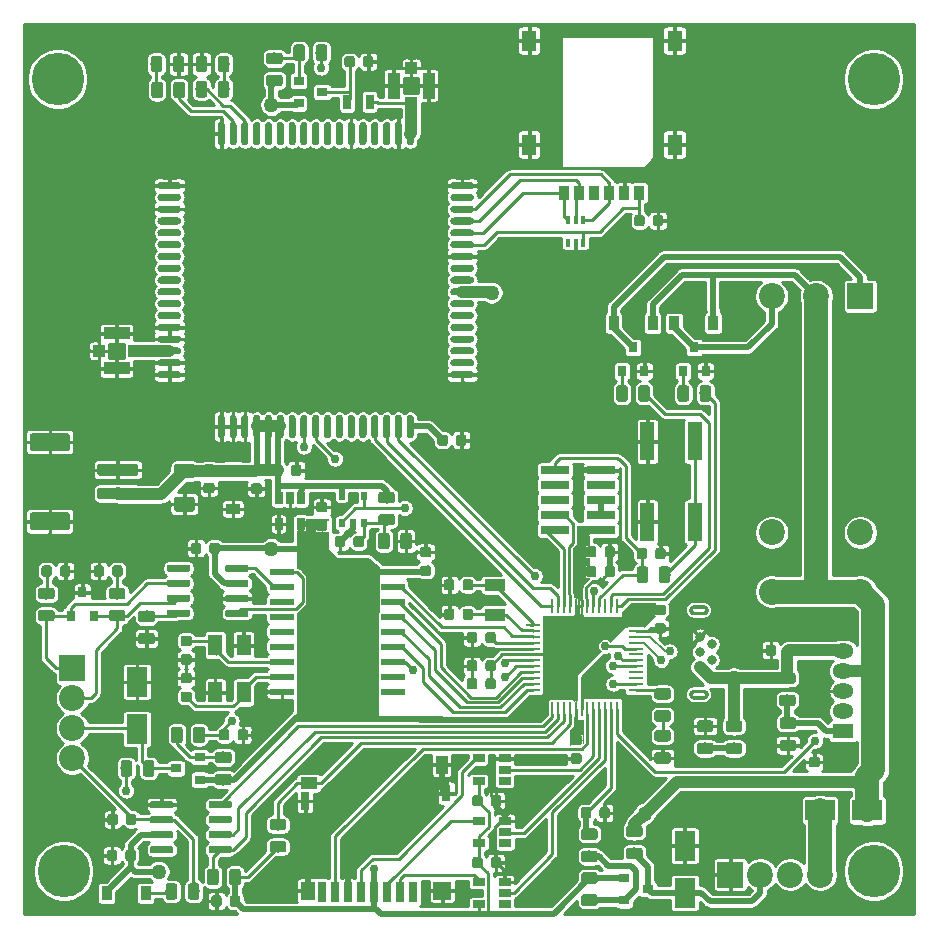
<source format=gbr>
G04 #@! TF.GenerationSoftware,KiCad,Pcbnew,(5.1.4)-1*
G04 #@! TF.CreationDate,2020-04-13T20:16:15-06:00*
G04 #@! TF.ProjectId,ECUGPS,45435547-5053-42e6-9b69-6361645f7063,rev?*
G04 #@! TF.SameCoordinates,Original*
G04 #@! TF.FileFunction,Copper,L1,Top*
G04 #@! TF.FilePolarity,Positive*
%FSLAX46Y46*%
G04 Gerber Fmt 4.6, Leading zero omitted, Abs format (unit mm)*
G04 Created by KiCad (PCBNEW (5.1.4)-1) date 2020-04-13 20:16:15*
%MOMM*%
%LPD*%
G04 APERTURE LIST*
%ADD10C,0.001000*%
%ADD11R,1.300000X1.800000*%
%ADD12R,0.900000X1.200000*%
%ADD13C,0.100000*%
%ADD14C,0.875000*%
%ADD15C,1.500000*%
%ADD16C,1.000000*%
%ADD17R,0.400000X0.650000*%
%ADD18C,0.975000*%
%ADD19R,0.800000X0.900000*%
%ADD20R,1.200000X1.800000*%
%ADD21C,0.600000*%
%ADD22R,0.900000X0.800000*%
%ADD23C,2.200000*%
%ADD24R,2.200000X2.200000*%
%ADD25R,1.800000X2.500000*%
%ADD26O,1.800000X1.275000*%
%ADD27R,1.800000X1.275000*%
%ADD28R,0.510000X0.700000*%
%ADD29C,1.250000*%
%ADD30R,0.100000X0.100000*%
%ADD31C,0.800000*%
%ADD32R,1.060000X0.650000*%
%ADD33R,0.250000X1.300000*%
%ADD34R,1.300000X0.250000*%
%ADD35R,0.650000X1.060000*%
%ADD36R,1.000000X1.000000*%
%ADD37R,2.200000X1.050000*%
%ADD38R,0.700000X1.300000*%
%ADD39R,1.050000X2.200000*%
%ADD40R,1.200000X0.900000*%
%ADD41R,2.500000X1.800000*%
%ADD42R,0.700000X1.750000*%
%ADD43R,1.300000X1.500000*%
%ADD44R,0.800000X1.500000*%
%ADD45R,1.450000X1.000000*%
%ADD46R,0.800000X1.400000*%
%ADD47R,1.500000X1.500000*%
%ADD48R,1.000000X1.550000*%
%ADD49R,1.800000X1.000000*%
%ADD50R,2.000000X0.600000*%
%ADD51R,1.200000X3.200000*%
%ADD52R,2.400000X0.760000*%
%ADD53C,4.445000*%
%ADD54C,1.270000*%
%ADD55C,0.762000*%
%ADD56C,0.254000*%
%ADD57C,0.508000*%
%ADD58C,2.032000*%
%ADD59C,1.016000*%
%ADD60C,0.200000*%
%ADD61C,0.101600*%
G04 APERTURE END LIST*
D10*
G36*
X145182000Y-100994000D02*
G01*
X145182000Y-101194000D01*
X145582000Y-101194000D01*
X145601626Y-101193486D01*
X145621198Y-101191946D01*
X145640663Y-101189383D01*
X145659967Y-101185805D01*
X145679057Y-101181222D01*
X145697881Y-101175646D01*
X145716388Y-101169093D01*
X145734526Y-101161580D01*
X145752246Y-101153127D01*
X145769500Y-101143760D01*
X145786240Y-101133501D01*
X145802419Y-101122381D01*
X145817995Y-101110430D01*
X145832924Y-101097679D01*
X145847165Y-101084165D01*
X145860679Y-101069924D01*
X145873430Y-101054995D01*
X145885381Y-101039419D01*
X145896501Y-101023240D01*
X145906760Y-101006500D01*
X145916127Y-100989246D01*
X145924580Y-100971526D01*
X145932093Y-100953388D01*
X145938646Y-100934881D01*
X145944222Y-100916057D01*
X145948805Y-100896967D01*
X145952383Y-100877663D01*
X145954946Y-100858198D01*
X145956486Y-100838626D01*
X145957000Y-100819000D01*
X145956486Y-100799374D01*
X145954946Y-100779802D01*
X145952383Y-100760337D01*
X145948805Y-100741033D01*
X145944222Y-100721943D01*
X145938646Y-100703119D01*
X145932093Y-100684612D01*
X145924580Y-100666474D01*
X145916127Y-100648754D01*
X145906760Y-100631500D01*
X145896501Y-100614760D01*
X145885381Y-100598581D01*
X145873430Y-100583005D01*
X145860679Y-100568076D01*
X145847165Y-100553835D01*
X145832924Y-100540321D01*
X145817995Y-100527570D01*
X145802419Y-100515619D01*
X145786240Y-100504499D01*
X145769500Y-100494240D01*
X145752246Y-100484873D01*
X145734526Y-100476420D01*
X145716388Y-100468907D01*
X145697881Y-100462354D01*
X145679057Y-100456778D01*
X145659967Y-100452195D01*
X145640663Y-100448617D01*
X145621198Y-100446054D01*
X145601626Y-100444514D01*
X145582000Y-100444000D01*
X145182000Y-100444000D01*
X145182000Y-100644000D01*
X145582000Y-100644000D01*
X145591159Y-100644240D01*
X145600292Y-100644959D01*
X145609376Y-100646155D01*
X145618385Y-100647824D01*
X145627293Y-100649963D01*
X145636078Y-100652565D01*
X145644714Y-100655623D01*
X145653179Y-100659130D01*
X145661448Y-100663074D01*
X145669500Y-100667446D01*
X145677312Y-100672233D01*
X145684862Y-100677422D01*
X145692131Y-100682999D01*
X145699098Y-100688950D01*
X145705744Y-100695256D01*
X145712050Y-100701902D01*
X145718001Y-100708869D01*
X145723578Y-100716138D01*
X145728767Y-100723688D01*
X145733554Y-100731500D01*
X145737926Y-100739552D01*
X145741870Y-100747821D01*
X145745377Y-100756286D01*
X145748435Y-100764922D01*
X145751037Y-100773707D01*
X145753176Y-100782615D01*
X145754845Y-100791624D01*
X145756041Y-100800708D01*
X145756760Y-100809841D01*
X145757000Y-100819000D01*
X145756760Y-100828159D01*
X145756041Y-100837292D01*
X145754845Y-100846376D01*
X145753176Y-100855385D01*
X145751037Y-100864293D01*
X145748435Y-100873078D01*
X145745377Y-100881714D01*
X145741870Y-100890179D01*
X145737926Y-100898448D01*
X145733554Y-100906500D01*
X145728767Y-100914312D01*
X145723578Y-100921862D01*
X145718001Y-100929131D01*
X145712050Y-100936098D01*
X145705744Y-100942744D01*
X145699098Y-100949050D01*
X145692131Y-100955001D01*
X145684862Y-100960578D01*
X145677312Y-100965767D01*
X145669500Y-100970554D01*
X145661448Y-100974926D01*
X145653179Y-100978870D01*
X145644714Y-100982377D01*
X145636078Y-100985435D01*
X145627293Y-100988037D01*
X145618385Y-100990176D01*
X145609376Y-100991845D01*
X145600292Y-100993041D01*
X145591159Y-100993760D01*
X145582000Y-100994000D01*
X145182000Y-100994000D01*
X145182000Y-100994000D01*
G37*
X145182000Y-100994000D02*
X145182000Y-101194000D01*
X145582000Y-101194000D01*
X145601626Y-101193486D01*
X145621198Y-101191946D01*
X145640663Y-101189383D01*
X145659967Y-101185805D01*
X145679057Y-101181222D01*
X145697881Y-101175646D01*
X145716388Y-101169093D01*
X145734526Y-101161580D01*
X145752246Y-101153127D01*
X145769500Y-101143760D01*
X145786240Y-101133501D01*
X145802419Y-101122381D01*
X145817995Y-101110430D01*
X145832924Y-101097679D01*
X145847165Y-101084165D01*
X145860679Y-101069924D01*
X145873430Y-101054995D01*
X145885381Y-101039419D01*
X145896501Y-101023240D01*
X145906760Y-101006500D01*
X145916127Y-100989246D01*
X145924580Y-100971526D01*
X145932093Y-100953388D01*
X145938646Y-100934881D01*
X145944222Y-100916057D01*
X145948805Y-100896967D01*
X145952383Y-100877663D01*
X145954946Y-100858198D01*
X145956486Y-100838626D01*
X145957000Y-100819000D01*
X145956486Y-100799374D01*
X145954946Y-100779802D01*
X145952383Y-100760337D01*
X145948805Y-100741033D01*
X145944222Y-100721943D01*
X145938646Y-100703119D01*
X145932093Y-100684612D01*
X145924580Y-100666474D01*
X145916127Y-100648754D01*
X145906760Y-100631500D01*
X145896501Y-100614760D01*
X145885381Y-100598581D01*
X145873430Y-100583005D01*
X145860679Y-100568076D01*
X145847165Y-100553835D01*
X145832924Y-100540321D01*
X145817995Y-100527570D01*
X145802419Y-100515619D01*
X145786240Y-100504499D01*
X145769500Y-100494240D01*
X145752246Y-100484873D01*
X145734526Y-100476420D01*
X145716388Y-100468907D01*
X145697881Y-100462354D01*
X145679057Y-100456778D01*
X145659967Y-100452195D01*
X145640663Y-100448617D01*
X145621198Y-100446054D01*
X145601626Y-100444514D01*
X145582000Y-100444000D01*
X145182000Y-100444000D01*
X145182000Y-100644000D01*
X145582000Y-100644000D01*
X145591159Y-100644240D01*
X145600292Y-100644959D01*
X145609376Y-100646155D01*
X145618385Y-100647824D01*
X145627293Y-100649963D01*
X145636078Y-100652565D01*
X145644714Y-100655623D01*
X145653179Y-100659130D01*
X145661448Y-100663074D01*
X145669500Y-100667446D01*
X145677312Y-100672233D01*
X145684862Y-100677422D01*
X145692131Y-100682999D01*
X145699098Y-100688950D01*
X145705744Y-100695256D01*
X145712050Y-100701902D01*
X145718001Y-100708869D01*
X145723578Y-100716138D01*
X145728767Y-100723688D01*
X145733554Y-100731500D01*
X145737926Y-100739552D01*
X145741870Y-100747821D01*
X145745377Y-100756286D01*
X145748435Y-100764922D01*
X145751037Y-100773707D01*
X145753176Y-100782615D01*
X145754845Y-100791624D01*
X145756041Y-100800708D01*
X145756760Y-100809841D01*
X145757000Y-100819000D01*
X145756760Y-100828159D01*
X145756041Y-100837292D01*
X145754845Y-100846376D01*
X145753176Y-100855385D01*
X145751037Y-100864293D01*
X145748435Y-100873078D01*
X145745377Y-100881714D01*
X145741870Y-100890179D01*
X145737926Y-100898448D01*
X145733554Y-100906500D01*
X145728767Y-100914312D01*
X145723578Y-100921862D01*
X145718001Y-100929131D01*
X145712050Y-100936098D01*
X145705744Y-100942744D01*
X145699098Y-100949050D01*
X145692131Y-100955001D01*
X145684862Y-100960578D01*
X145677312Y-100965767D01*
X145669500Y-100970554D01*
X145661448Y-100974926D01*
X145653179Y-100978870D01*
X145644714Y-100982377D01*
X145636078Y-100985435D01*
X145627293Y-100988037D01*
X145618385Y-100990176D01*
X145609376Y-100991845D01*
X145600292Y-100993041D01*
X145591159Y-100993760D01*
X145582000Y-100994000D01*
X145182000Y-100994000D01*
G36*
X145182000Y-100644000D02*
G01*
X145182000Y-100444000D01*
X144782000Y-100444000D01*
X144762374Y-100444514D01*
X144742802Y-100446054D01*
X144723337Y-100448617D01*
X144704033Y-100452195D01*
X144684943Y-100456778D01*
X144666119Y-100462354D01*
X144647612Y-100468907D01*
X144629474Y-100476420D01*
X144611754Y-100484873D01*
X144594500Y-100494240D01*
X144577760Y-100504499D01*
X144561581Y-100515619D01*
X144546005Y-100527570D01*
X144531076Y-100540321D01*
X144516835Y-100553835D01*
X144503321Y-100568076D01*
X144490570Y-100583005D01*
X144478619Y-100598581D01*
X144467499Y-100614760D01*
X144457240Y-100631500D01*
X144447873Y-100648754D01*
X144439420Y-100666474D01*
X144431907Y-100684612D01*
X144425354Y-100703119D01*
X144419778Y-100721943D01*
X144415195Y-100741033D01*
X144411617Y-100760337D01*
X144409054Y-100779802D01*
X144407514Y-100799374D01*
X144407000Y-100819000D01*
X144407514Y-100838626D01*
X144409054Y-100858198D01*
X144411617Y-100877663D01*
X144415195Y-100896967D01*
X144419778Y-100916057D01*
X144425354Y-100934881D01*
X144431907Y-100953388D01*
X144439420Y-100971526D01*
X144447873Y-100989246D01*
X144457240Y-101006500D01*
X144467499Y-101023240D01*
X144478619Y-101039419D01*
X144490570Y-101054995D01*
X144503321Y-101069924D01*
X144516835Y-101084165D01*
X144531076Y-101097679D01*
X144546005Y-101110430D01*
X144561581Y-101122381D01*
X144577760Y-101133501D01*
X144594500Y-101143760D01*
X144611754Y-101153127D01*
X144629474Y-101161580D01*
X144647612Y-101169093D01*
X144666119Y-101175646D01*
X144684943Y-101181222D01*
X144704033Y-101185805D01*
X144723337Y-101189383D01*
X144742802Y-101191946D01*
X144762374Y-101193486D01*
X144782000Y-101194000D01*
X145182000Y-101194000D01*
X145182000Y-100994000D01*
X144782000Y-100994000D01*
X144772841Y-100993760D01*
X144763708Y-100993041D01*
X144754624Y-100991845D01*
X144745615Y-100990176D01*
X144736707Y-100988037D01*
X144727922Y-100985435D01*
X144719286Y-100982377D01*
X144710821Y-100978870D01*
X144702552Y-100974926D01*
X144694500Y-100970554D01*
X144686688Y-100965767D01*
X144679138Y-100960578D01*
X144671869Y-100955001D01*
X144664902Y-100949050D01*
X144658256Y-100942744D01*
X144651950Y-100936098D01*
X144645999Y-100929131D01*
X144640422Y-100921862D01*
X144635233Y-100914312D01*
X144630446Y-100906500D01*
X144626074Y-100898448D01*
X144622130Y-100890179D01*
X144618623Y-100881714D01*
X144615565Y-100873078D01*
X144612963Y-100864293D01*
X144610824Y-100855385D01*
X144609155Y-100846376D01*
X144607959Y-100837292D01*
X144607240Y-100828159D01*
X144607000Y-100819000D01*
X144607240Y-100809841D01*
X144607959Y-100800708D01*
X144609155Y-100791624D01*
X144610824Y-100782615D01*
X144612963Y-100773707D01*
X144615565Y-100764922D01*
X144618623Y-100756286D01*
X144622130Y-100747821D01*
X144626074Y-100739552D01*
X144630446Y-100731500D01*
X144635233Y-100723688D01*
X144640422Y-100716138D01*
X144645999Y-100708869D01*
X144651950Y-100701902D01*
X144658256Y-100695256D01*
X144664902Y-100688950D01*
X144671869Y-100682999D01*
X144679138Y-100677422D01*
X144686688Y-100672233D01*
X144694500Y-100667446D01*
X144702552Y-100663074D01*
X144710821Y-100659130D01*
X144719286Y-100655623D01*
X144727922Y-100652565D01*
X144736707Y-100649963D01*
X144745615Y-100647824D01*
X144754624Y-100646155D01*
X144763708Y-100644959D01*
X144772841Y-100644240D01*
X144782000Y-100644000D01*
X145182000Y-100644000D01*
X145182000Y-100644000D01*
G37*
X145182000Y-100644000D02*
X145182000Y-100444000D01*
X144782000Y-100444000D01*
X144762374Y-100444514D01*
X144742802Y-100446054D01*
X144723337Y-100448617D01*
X144704033Y-100452195D01*
X144684943Y-100456778D01*
X144666119Y-100462354D01*
X144647612Y-100468907D01*
X144629474Y-100476420D01*
X144611754Y-100484873D01*
X144594500Y-100494240D01*
X144577760Y-100504499D01*
X144561581Y-100515619D01*
X144546005Y-100527570D01*
X144531076Y-100540321D01*
X144516835Y-100553835D01*
X144503321Y-100568076D01*
X144490570Y-100583005D01*
X144478619Y-100598581D01*
X144467499Y-100614760D01*
X144457240Y-100631500D01*
X144447873Y-100648754D01*
X144439420Y-100666474D01*
X144431907Y-100684612D01*
X144425354Y-100703119D01*
X144419778Y-100721943D01*
X144415195Y-100741033D01*
X144411617Y-100760337D01*
X144409054Y-100779802D01*
X144407514Y-100799374D01*
X144407000Y-100819000D01*
X144407514Y-100838626D01*
X144409054Y-100858198D01*
X144411617Y-100877663D01*
X144415195Y-100896967D01*
X144419778Y-100916057D01*
X144425354Y-100934881D01*
X144431907Y-100953388D01*
X144439420Y-100971526D01*
X144447873Y-100989246D01*
X144457240Y-101006500D01*
X144467499Y-101023240D01*
X144478619Y-101039419D01*
X144490570Y-101054995D01*
X144503321Y-101069924D01*
X144516835Y-101084165D01*
X144531076Y-101097679D01*
X144546005Y-101110430D01*
X144561581Y-101122381D01*
X144577760Y-101133501D01*
X144594500Y-101143760D01*
X144611754Y-101153127D01*
X144629474Y-101161580D01*
X144647612Y-101169093D01*
X144666119Y-101175646D01*
X144684943Y-101181222D01*
X144704033Y-101185805D01*
X144723337Y-101189383D01*
X144742802Y-101191946D01*
X144762374Y-101193486D01*
X144782000Y-101194000D01*
X145182000Y-101194000D01*
X145182000Y-100994000D01*
X144782000Y-100994000D01*
X144772841Y-100993760D01*
X144763708Y-100993041D01*
X144754624Y-100991845D01*
X144745615Y-100990176D01*
X144736707Y-100988037D01*
X144727922Y-100985435D01*
X144719286Y-100982377D01*
X144710821Y-100978870D01*
X144702552Y-100974926D01*
X144694500Y-100970554D01*
X144686688Y-100965767D01*
X144679138Y-100960578D01*
X144671869Y-100955001D01*
X144664902Y-100949050D01*
X144658256Y-100942744D01*
X144651950Y-100936098D01*
X144645999Y-100929131D01*
X144640422Y-100921862D01*
X144635233Y-100914312D01*
X144630446Y-100906500D01*
X144626074Y-100898448D01*
X144622130Y-100890179D01*
X144618623Y-100881714D01*
X144615565Y-100873078D01*
X144612963Y-100864293D01*
X144610824Y-100855385D01*
X144609155Y-100846376D01*
X144607959Y-100837292D01*
X144607240Y-100828159D01*
X144607000Y-100819000D01*
X144607240Y-100809841D01*
X144607959Y-100800708D01*
X144609155Y-100791624D01*
X144610824Y-100782615D01*
X144612963Y-100773707D01*
X144615565Y-100764922D01*
X144618623Y-100756286D01*
X144622130Y-100747821D01*
X144626074Y-100739552D01*
X144630446Y-100731500D01*
X144635233Y-100723688D01*
X144640422Y-100716138D01*
X144645999Y-100708869D01*
X144651950Y-100701902D01*
X144658256Y-100695256D01*
X144664902Y-100688950D01*
X144671869Y-100682999D01*
X144679138Y-100677422D01*
X144686688Y-100672233D01*
X144694500Y-100667446D01*
X144702552Y-100663074D01*
X144710821Y-100659130D01*
X144719286Y-100655623D01*
X144727922Y-100652565D01*
X144736707Y-100649963D01*
X144745615Y-100647824D01*
X144754624Y-100646155D01*
X144763708Y-100644959D01*
X144772841Y-100644240D01*
X144782000Y-100644000D01*
X145182000Y-100644000D01*
G36*
X145182000Y-108144000D02*
G01*
X145182000Y-108344000D01*
X145582000Y-108344000D01*
X145601626Y-108343486D01*
X145621198Y-108341946D01*
X145640663Y-108339383D01*
X145659967Y-108335805D01*
X145679057Y-108331222D01*
X145697881Y-108325646D01*
X145716388Y-108319093D01*
X145734526Y-108311580D01*
X145752246Y-108303127D01*
X145769500Y-108293760D01*
X145786240Y-108283501D01*
X145802419Y-108272381D01*
X145817995Y-108260430D01*
X145832924Y-108247679D01*
X145847165Y-108234165D01*
X145860679Y-108219924D01*
X145873430Y-108204995D01*
X145885381Y-108189419D01*
X145896501Y-108173240D01*
X145906760Y-108156500D01*
X145916127Y-108139246D01*
X145924580Y-108121526D01*
X145932093Y-108103388D01*
X145938646Y-108084881D01*
X145944222Y-108066057D01*
X145948805Y-108046967D01*
X145952383Y-108027663D01*
X145954946Y-108008198D01*
X145956486Y-107988626D01*
X145957000Y-107969000D01*
X145956486Y-107949374D01*
X145954946Y-107929802D01*
X145952383Y-107910337D01*
X145948805Y-107891033D01*
X145944222Y-107871943D01*
X145938646Y-107853119D01*
X145932093Y-107834612D01*
X145924580Y-107816474D01*
X145916127Y-107798754D01*
X145906760Y-107781500D01*
X145896501Y-107764760D01*
X145885381Y-107748581D01*
X145873430Y-107733005D01*
X145860679Y-107718076D01*
X145847165Y-107703835D01*
X145832924Y-107690321D01*
X145817995Y-107677570D01*
X145802419Y-107665619D01*
X145786240Y-107654499D01*
X145769500Y-107644240D01*
X145752246Y-107634873D01*
X145734526Y-107626420D01*
X145716388Y-107618907D01*
X145697881Y-107612354D01*
X145679057Y-107606778D01*
X145659967Y-107602195D01*
X145640663Y-107598617D01*
X145621198Y-107596054D01*
X145601626Y-107594514D01*
X145582000Y-107594000D01*
X145182000Y-107594000D01*
X145182000Y-107794000D01*
X145582000Y-107794000D01*
X145591159Y-107794240D01*
X145600292Y-107794959D01*
X145609376Y-107796155D01*
X145618385Y-107797824D01*
X145627293Y-107799963D01*
X145636078Y-107802565D01*
X145644714Y-107805623D01*
X145653179Y-107809130D01*
X145661448Y-107813074D01*
X145669500Y-107817446D01*
X145677312Y-107822233D01*
X145684862Y-107827422D01*
X145692131Y-107832999D01*
X145699098Y-107838950D01*
X145705744Y-107845256D01*
X145712050Y-107851902D01*
X145718001Y-107858869D01*
X145723578Y-107866138D01*
X145728767Y-107873688D01*
X145733554Y-107881500D01*
X145737926Y-107889552D01*
X145741870Y-107897821D01*
X145745377Y-107906286D01*
X145748435Y-107914922D01*
X145751037Y-107923707D01*
X145753176Y-107932615D01*
X145754845Y-107941624D01*
X145756041Y-107950708D01*
X145756760Y-107959841D01*
X145757000Y-107969000D01*
X145756760Y-107978159D01*
X145756041Y-107987292D01*
X145754845Y-107996376D01*
X145753176Y-108005385D01*
X145751037Y-108014293D01*
X145748435Y-108023078D01*
X145745377Y-108031714D01*
X145741870Y-108040179D01*
X145737926Y-108048448D01*
X145733554Y-108056500D01*
X145728767Y-108064312D01*
X145723578Y-108071862D01*
X145718001Y-108079131D01*
X145712050Y-108086098D01*
X145705744Y-108092744D01*
X145699098Y-108099050D01*
X145692131Y-108105001D01*
X145684862Y-108110578D01*
X145677312Y-108115767D01*
X145669500Y-108120554D01*
X145661448Y-108124926D01*
X145653179Y-108128870D01*
X145644714Y-108132377D01*
X145636078Y-108135435D01*
X145627293Y-108138037D01*
X145618385Y-108140176D01*
X145609376Y-108141845D01*
X145600292Y-108143041D01*
X145591159Y-108143760D01*
X145582000Y-108144000D01*
X145182000Y-108144000D01*
X145182000Y-108144000D01*
G37*
X145182000Y-108144000D02*
X145182000Y-108344000D01*
X145582000Y-108344000D01*
X145601626Y-108343486D01*
X145621198Y-108341946D01*
X145640663Y-108339383D01*
X145659967Y-108335805D01*
X145679057Y-108331222D01*
X145697881Y-108325646D01*
X145716388Y-108319093D01*
X145734526Y-108311580D01*
X145752246Y-108303127D01*
X145769500Y-108293760D01*
X145786240Y-108283501D01*
X145802419Y-108272381D01*
X145817995Y-108260430D01*
X145832924Y-108247679D01*
X145847165Y-108234165D01*
X145860679Y-108219924D01*
X145873430Y-108204995D01*
X145885381Y-108189419D01*
X145896501Y-108173240D01*
X145906760Y-108156500D01*
X145916127Y-108139246D01*
X145924580Y-108121526D01*
X145932093Y-108103388D01*
X145938646Y-108084881D01*
X145944222Y-108066057D01*
X145948805Y-108046967D01*
X145952383Y-108027663D01*
X145954946Y-108008198D01*
X145956486Y-107988626D01*
X145957000Y-107969000D01*
X145956486Y-107949374D01*
X145954946Y-107929802D01*
X145952383Y-107910337D01*
X145948805Y-107891033D01*
X145944222Y-107871943D01*
X145938646Y-107853119D01*
X145932093Y-107834612D01*
X145924580Y-107816474D01*
X145916127Y-107798754D01*
X145906760Y-107781500D01*
X145896501Y-107764760D01*
X145885381Y-107748581D01*
X145873430Y-107733005D01*
X145860679Y-107718076D01*
X145847165Y-107703835D01*
X145832924Y-107690321D01*
X145817995Y-107677570D01*
X145802419Y-107665619D01*
X145786240Y-107654499D01*
X145769500Y-107644240D01*
X145752246Y-107634873D01*
X145734526Y-107626420D01*
X145716388Y-107618907D01*
X145697881Y-107612354D01*
X145679057Y-107606778D01*
X145659967Y-107602195D01*
X145640663Y-107598617D01*
X145621198Y-107596054D01*
X145601626Y-107594514D01*
X145582000Y-107594000D01*
X145182000Y-107594000D01*
X145182000Y-107794000D01*
X145582000Y-107794000D01*
X145591159Y-107794240D01*
X145600292Y-107794959D01*
X145609376Y-107796155D01*
X145618385Y-107797824D01*
X145627293Y-107799963D01*
X145636078Y-107802565D01*
X145644714Y-107805623D01*
X145653179Y-107809130D01*
X145661448Y-107813074D01*
X145669500Y-107817446D01*
X145677312Y-107822233D01*
X145684862Y-107827422D01*
X145692131Y-107832999D01*
X145699098Y-107838950D01*
X145705744Y-107845256D01*
X145712050Y-107851902D01*
X145718001Y-107858869D01*
X145723578Y-107866138D01*
X145728767Y-107873688D01*
X145733554Y-107881500D01*
X145737926Y-107889552D01*
X145741870Y-107897821D01*
X145745377Y-107906286D01*
X145748435Y-107914922D01*
X145751037Y-107923707D01*
X145753176Y-107932615D01*
X145754845Y-107941624D01*
X145756041Y-107950708D01*
X145756760Y-107959841D01*
X145757000Y-107969000D01*
X145756760Y-107978159D01*
X145756041Y-107987292D01*
X145754845Y-107996376D01*
X145753176Y-108005385D01*
X145751037Y-108014293D01*
X145748435Y-108023078D01*
X145745377Y-108031714D01*
X145741870Y-108040179D01*
X145737926Y-108048448D01*
X145733554Y-108056500D01*
X145728767Y-108064312D01*
X145723578Y-108071862D01*
X145718001Y-108079131D01*
X145712050Y-108086098D01*
X145705744Y-108092744D01*
X145699098Y-108099050D01*
X145692131Y-108105001D01*
X145684862Y-108110578D01*
X145677312Y-108115767D01*
X145669500Y-108120554D01*
X145661448Y-108124926D01*
X145653179Y-108128870D01*
X145644714Y-108132377D01*
X145636078Y-108135435D01*
X145627293Y-108138037D01*
X145618385Y-108140176D01*
X145609376Y-108141845D01*
X145600292Y-108143041D01*
X145591159Y-108143760D01*
X145582000Y-108144000D01*
X145182000Y-108144000D01*
G36*
X145182000Y-107794000D02*
G01*
X145182000Y-107594000D01*
X144782000Y-107594000D01*
X144762374Y-107594514D01*
X144742802Y-107596054D01*
X144723337Y-107598617D01*
X144704033Y-107602195D01*
X144684943Y-107606778D01*
X144666119Y-107612354D01*
X144647612Y-107618907D01*
X144629474Y-107626420D01*
X144611754Y-107634873D01*
X144594500Y-107644240D01*
X144577760Y-107654499D01*
X144561581Y-107665619D01*
X144546005Y-107677570D01*
X144531076Y-107690321D01*
X144516835Y-107703835D01*
X144503321Y-107718076D01*
X144490570Y-107733005D01*
X144478619Y-107748581D01*
X144467499Y-107764760D01*
X144457240Y-107781500D01*
X144447873Y-107798754D01*
X144439420Y-107816474D01*
X144431907Y-107834612D01*
X144425354Y-107853119D01*
X144419778Y-107871943D01*
X144415195Y-107891033D01*
X144411617Y-107910337D01*
X144409054Y-107929802D01*
X144407514Y-107949374D01*
X144407000Y-107969000D01*
X144407514Y-107988626D01*
X144409054Y-108008198D01*
X144411617Y-108027663D01*
X144415195Y-108046967D01*
X144419778Y-108066057D01*
X144425354Y-108084881D01*
X144431907Y-108103388D01*
X144439420Y-108121526D01*
X144447873Y-108139246D01*
X144457240Y-108156500D01*
X144467499Y-108173240D01*
X144478619Y-108189419D01*
X144490570Y-108204995D01*
X144503321Y-108219924D01*
X144516835Y-108234165D01*
X144531076Y-108247679D01*
X144546005Y-108260430D01*
X144561581Y-108272381D01*
X144577760Y-108283501D01*
X144594500Y-108293760D01*
X144611754Y-108303127D01*
X144629474Y-108311580D01*
X144647612Y-108319093D01*
X144666119Y-108325646D01*
X144684943Y-108331222D01*
X144704033Y-108335805D01*
X144723337Y-108339383D01*
X144742802Y-108341946D01*
X144762374Y-108343486D01*
X144782000Y-108344000D01*
X145182000Y-108344000D01*
X145182000Y-108144000D01*
X144782000Y-108144000D01*
X144772841Y-108143760D01*
X144763708Y-108143041D01*
X144754624Y-108141845D01*
X144745615Y-108140176D01*
X144736707Y-108138037D01*
X144727922Y-108135435D01*
X144719286Y-108132377D01*
X144710821Y-108128870D01*
X144702552Y-108124926D01*
X144694500Y-108120554D01*
X144686688Y-108115767D01*
X144679138Y-108110578D01*
X144671869Y-108105001D01*
X144664902Y-108099050D01*
X144658256Y-108092744D01*
X144651950Y-108086098D01*
X144645999Y-108079131D01*
X144640422Y-108071862D01*
X144635233Y-108064312D01*
X144630446Y-108056500D01*
X144626074Y-108048448D01*
X144622130Y-108040179D01*
X144618623Y-108031714D01*
X144615565Y-108023078D01*
X144612963Y-108014293D01*
X144610824Y-108005385D01*
X144609155Y-107996376D01*
X144607959Y-107987292D01*
X144607240Y-107978159D01*
X144607000Y-107969000D01*
X144607240Y-107959841D01*
X144607959Y-107950708D01*
X144609155Y-107941624D01*
X144610824Y-107932615D01*
X144612963Y-107923707D01*
X144615565Y-107914922D01*
X144618623Y-107906286D01*
X144622130Y-107897821D01*
X144626074Y-107889552D01*
X144630446Y-107881500D01*
X144635233Y-107873688D01*
X144640422Y-107866138D01*
X144645999Y-107858869D01*
X144651950Y-107851902D01*
X144658256Y-107845256D01*
X144664902Y-107838950D01*
X144671869Y-107832999D01*
X144679138Y-107827422D01*
X144686688Y-107822233D01*
X144694500Y-107817446D01*
X144702552Y-107813074D01*
X144710821Y-107809130D01*
X144719286Y-107805623D01*
X144727922Y-107802565D01*
X144736707Y-107799963D01*
X144745615Y-107797824D01*
X144754624Y-107796155D01*
X144763708Y-107794959D01*
X144772841Y-107794240D01*
X144782000Y-107794000D01*
X145182000Y-107794000D01*
X145182000Y-107794000D01*
G37*
X145182000Y-107794000D02*
X145182000Y-107594000D01*
X144782000Y-107594000D01*
X144762374Y-107594514D01*
X144742802Y-107596054D01*
X144723337Y-107598617D01*
X144704033Y-107602195D01*
X144684943Y-107606778D01*
X144666119Y-107612354D01*
X144647612Y-107618907D01*
X144629474Y-107626420D01*
X144611754Y-107634873D01*
X144594500Y-107644240D01*
X144577760Y-107654499D01*
X144561581Y-107665619D01*
X144546005Y-107677570D01*
X144531076Y-107690321D01*
X144516835Y-107703835D01*
X144503321Y-107718076D01*
X144490570Y-107733005D01*
X144478619Y-107748581D01*
X144467499Y-107764760D01*
X144457240Y-107781500D01*
X144447873Y-107798754D01*
X144439420Y-107816474D01*
X144431907Y-107834612D01*
X144425354Y-107853119D01*
X144419778Y-107871943D01*
X144415195Y-107891033D01*
X144411617Y-107910337D01*
X144409054Y-107929802D01*
X144407514Y-107949374D01*
X144407000Y-107969000D01*
X144407514Y-107988626D01*
X144409054Y-108008198D01*
X144411617Y-108027663D01*
X144415195Y-108046967D01*
X144419778Y-108066057D01*
X144425354Y-108084881D01*
X144431907Y-108103388D01*
X144439420Y-108121526D01*
X144447873Y-108139246D01*
X144457240Y-108156500D01*
X144467499Y-108173240D01*
X144478619Y-108189419D01*
X144490570Y-108204995D01*
X144503321Y-108219924D01*
X144516835Y-108234165D01*
X144531076Y-108247679D01*
X144546005Y-108260430D01*
X144561581Y-108272381D01*
X144577760Y-108283501D01*
X144594500Y-108293760D01*
X144611754Y-108303127D01*
X144629474Y-108311580D01*
X144647612Y-108319093D01*
X144666119Y-108325646D01*
X144684943Y-108331222D01*
X144704033Y-108335805D01*
X144723337Y-108339383D01*
X144742802Y-108341946D01*
X144762374Y-108343486D01*
X144782000Y-108344000D01*
X145182000Y-108344000D01*
X145182000Y-108144000D01*
X144782000Y-108144000D01*
X144772841Y-108143760D01*
X144763708Y-108143041D01*
X144754624Y-108141845D01*
X144745615Y-108140176D01*
X144736707Y-108138037D01*
X144727922Y-108135435D01*
X144719286Y-108132377D01*
X144710821Y-108128870D01*
X144702552Y-108124926D01*
X144694500Y-108120554D01*
X144686688Y-108115767D01*
X144679138Y-108110578D01*
X144671869Y-108105001D01*
X144664902Y-108099050D01*
X144658256Y-108092744D01*
X144651950Y-108086098D01*
X144645999Y-108079131D01*
X144640422Y-108071862D01*
X144635233Y-108064312D01*
X144630446Y-108056500D01*
X144626074Y-108048448D01*
X144622130Y-108040179D01*
X144618623Y-108031714D01*
X144615565Y-108023078D01*
X144612963Y-108014293D01*
X144610824Y-108005385D01*
X144609155Y-107996376D01*
X144607959Y-107987292D01*
X144607240Y-107978159D01*
X144607000Y-107969000D01*
X144607240Y-107959841D01*
X144607959Y-107950708D01*
X144609155Y-107941624D01*
X144610824Y-107932615D01*
X144612963Y-107923707D01*
X144615565Y-107914922D01*
X144618623Y-107906286D01*
X144622130Y-107897821D01*
X144626074Y-107889552D01*
X144630446Y-107881500D01*
X144635233Y-107873688D01*
X144640422Y-107866138D01*
X144645999Y-107858869D01*
X144651950Y-107851902D01*
X144658256Y-107845256D01*
X144664902Y-107838950D01*
X144671869Y-107832999D01*
X144679138Y-107827422D01*
X144686688Y-107822233D01*
X144694500Y-107817446D01*
X144702552Y-107813074D01*
X144710821Y-107809130D01*
X144719286Y-107805623D01*
X144727922Y-107802565D01*
X144736707Y-107799963D01*
X144745615Y-107797824D01*
X144754624Y-107796155D01*
X144763708Y-107794959D01*
X144772841Y-107794240D01*
X144782000Y-107794000D01*
X145182000Y-107794000D01*
D11*
X130857600Y-52624800D03*
X130857600Y-61424800D03*
X143157600Y-52624800D03*
X143157600Y-61424800D03*
D12*
X133832600Y-65524800D03*
X136372600Y-65524800D03*
X138912600Y-65524800D03*
X135102600Y-65524800D03*
X137642600Y-65524800D03*
X140182600Y-65524800D03*
D13*
G36*
X128281691Y-121750853D02*
G01*
X128302926Y-121754003D01*
X128323750Y-121759219D01*
X128343962Y-121766451D01*
X128363368Y-121775630D01*
X128381781Y-121786666D01*
X128399024Y-121799454D01*
X128414930Y-121813870D01*
X128429346Y-121829776D01*
X128442134Y-121847019D01*
X128453170Y-121865432D01*
X128462349Y-121884838D01*
X128469581Y-121905050D01*
X128474797Y-121925874D01*
X128477947Y-121947109D01*
X128479000Y-121968550D01*
X128479000Y-122481050D01*
X128477947Y-122502491D01*
X128474797Y-122523726D01*
X128469581Y-122544550D01*
X128462349Y-122564762D01*
X128453170Y-122584168D01*
X128442134Y-122602581D01*
X128429346Y-122619824D01*
X128414930Y-122635730D01*
X128399024Y-122650146D01*
X128381781Y-122662934D01*
X128363368Y-122673970D01*
X128343962Y-122683149D01*
X128323750Y-122690381D01*
X128302926Y-122695597D01*
X128281691Y-122698747D01*
X128260250Y-122699800D01*
X127822750Y-122699800D01*
X127801309Y-122698747D01*
X127780074Y-122695597D01*
X127759250Y-122690381D01*
X127739038Y-122683149D01*
X127719632Y-122673970D01*
X127701219Y-122662934D01*
X127683976Y-122650146D01*
X127668070Y-122635730D01*
X127653654Y-122619824D01*
X127640866Y-122602581D01*
X127629830Y-122584168D01*
X127620651Y-122564762D01*
X127613419Y-122544550D01*
X127608203Y-122523726D01*
X127605053Y-122502491D01*
X127604000Y-122481050D01*
X127604000Y-121968550D01*
X127605053Y-121947109D01*
X127608203Y-121925874D01*
X127613419Y-121905050D01*
X127620651Y-121884838D01*
X127629830Y-121865432D01*
X127640866Y-121847019D01*
X127653654Y-121829776D01*
X127668070Y-121813870D01*
X127683976Y-121799454D01*
X127701219Y-121786666D01*
X127719632Y-121775630D01*
X127739038Y-121766451D01*
X127759250Y-121759219D01*
X127780074Y-121754003D01*
X127801309Y-121750853D01*
X127822750Y-121749800D01*
X128260250Y-121749800D01*
X128281691Y-121750853D01*
X128281691Y-121750853D01*
G37*
D14*
X128041500Y-122224800D03*
D13*
G36*
X126706691Y-121750853D02*
G01*
X126727926Y-121754003D01*
X126748750Y-121759219D01*
X126768962Y-121766451D01*
X126788368Y-121775630D01*
X126806781Y-121786666D01*
X126824024Y-121799454D01*
X126839930Y-121813870D01*
X126854346Y-121829776D01*
X126867134Y-121847019D01*
X126878170Y-121865432D01*
X126887349Y-121884838D01*
X126894581Y-121905050D01*
X126899797Y-121925874D01*
X126902947Y-121947109D01*
X126904000Y-121968550D01*
X126904000Y-122481050D01*
X126902947Y-122502491D01*
X126899797Y-122523726D01*
X126894581Y-122544550D01*
X126887349Y-122564762D01*
X126878170Y-122584168D01*
X126867134Y-122602581D01*
X126854346Y-122619824D01*
X126839930Y-122635730D01*
X126824024Y-122650146D01*
X126806781Y-122662934D01*
X126788368Y-122673970D01*
X126768962Y-122683149D01*
X126748750Y-122690381D01*
X126727926Y-122695597D01*
X126706691Y-122698747D01*
X126685250Y-122699800D01*
X126247750Y-122699800D01*
X126226309Y-122698747D01*
X126205074Y-122695597D01*
X126184250Y-122690381D01*
X126164038Y-122683149D01*
X126144632Y-122673970D01*
X126126219Y-122662934D01*
X126108976Y-122650146D01*
X126093070Y-122635730D01*
X126078654Y-122619824D01*
X126065866Y-122602581D01*
X126054830Y-122584168D01*
X126045651Y-122564762D01*
X126038419Y-122544550D01*
X126033203Y-122523726D01*
X126030053Y-122502491D01*
X126029000Y-122481050D01*
X126029000Y-121968550D01*
X126030053Y-121947109D01*
X126033203Y-121925874D01*
X126038419Y-121905050D01*
X126045651Y-121884838D01*
X126054830Y-121865432D01*
X126065866Y-121847019D01*
X126078654Y-121829776D01*
X126093070Y-121813870D01*
X126108976Y-121799454D01*
X126126219Y-121786666D01*
X126144632Y-121775630D01*
X126164038Y-121766451D01*
X126184250Y-121759219D01*
X126205074Y-121754003D01*
X126226309Y-121750853D01*
X126247750Y-121749800D01*
X126685250Y-121749800D01*
X126706691Y-121750853D01*
X126706691Y-121750853D01*
G37*
D14*
X126466500Y-122224800D03*
D13*
G36*
X115073491Y-94572853D02*
G01*
X115094726Y-94576003D01*
X115115550Y-94581219D01*
X115135762Y-94588451D01*
X115155168Y-94597630D01*
X115173581Y-94608666D01*
X115190824Y-94621454D01*
X115206730Y-94635870D01*
X115221146Y-94651776D01*
X115233934Y-94669019D01*
X115244970Y-94687432D01*
X115254149Y-94706838D01*
X115261381Y-94727050D01*
X115266597Y-94747874D01*
X115269747Y-94769109D01*
X115270800Y-94790550D01*
X115270800Y-95303050D01*
X115269747Y-95324491D01*
X115266597Y-95345726D01*
X115261381Y-95366550D01*
X115254149Y-95386762D01*
X115244970Y-95406168D01*
X115233934Y-95424581D01*
X115221146Y-95441824D01*
X115206730Y-95457730D01*
X115190824Y-95472146D01*
X115173581Y-95484934D01*
X115155168Y-95495970D01*
X115135762Y-95505149D01*
X115115550Y-95512381D01*
X115094726Y-95517597D01*
X115073491Y-95520747D01*
X115052050Y-95521800D01*
X114614550Y-95521800D01*
X114593109Y-95520747D01*
X114571874Y-95517597D01*
X114551050Y-95512381D01*
X114530838Y-95505149D01*
X114511432Y-95495970D01*
X114493019Y-95484934D01*
X114475776Y-95472146D01*
X114459870Y-95457730D01*
X114445454Y-95441824D01*
X114432666Y-95424581D01*
X114421630Y-95406168D01*
X114412451Y-95386762D01*
X114405219Y-95366550D01*
X114400003Y-95345726D01*
X114396853Y-95324491D01*
X114395800Y-95303050D01*
X114395800Y-94790550D01*
X114396853Y-94769109D01*
X114400003Y-94747874D01*
X114405219Y-94727050D01*
X114412451Y-94706838D01*
X114421630Y-94687432D01*
X114432666Y-94669019D01*
X114445454Y-94651776D01*
X114459870Y-94635870D01*
X114475776Y-94621454D01*
X114493019Y-94608666D01*
X114511432Y-94597630D01*
X114530838Y-94588451D01*
X114551050Y-94581219D01*
X114571874Y-94576003D01*
X114593109Y-94572853D01*
X114614550Y-94571800D01*
X115052050Y-94571800D01*
X115073491Y-94572853D01*
X115073491Y-94572853D01*
G37*
D14*
X114833300Y-95046800D03*
D13*
G36*
X116648491Y-94572853D02*
G01*
X116669726Y-94576003D01*
X116690550Y-94581219D01*
X116710762Y-94588451D01*
X116730168Y-94597630D01*
X116748581Y-94608666D01*
X116765824Y-94621454D01*
X116781730Y-94635870D01*
X116796146Y-94651776D01*
X116808934Y-94669019D01*
X116819970Y-94687432D01*
X116829149Y-94706838D01*
X116836381Y-94727050D01*
X116841597Y-94747874D01*
X116844747Y-94769109D01*
X116845800Y-94790550D01*
X116845800Y-95303050D01*
X116844747Y-95324491D01*
X116841597Y-95345726D01*
X116836381Y-95366550D01*
X116829149Y-95386762D01*
X116819970Y-95406168D01*
X116808934Y-95424581D01*
X116796146Y-95441824D01*
X116781730Y-95457730D01*
X116765824Y-95472146D01*
X116748581Y-95484934D01*
X116730168Y-95495970D01*
X116710762Y-95505149D01*
X116690550Y-95512381D01*
X116669726Y-95517597D01*
X116648491Y-95520747D01*
X116627050Y-95521800D01*
X116189550Y-95521800D01*
X116168109Y-95520747D01*
X116146874Y-95517597D01*
X116126050Y-95512381D01*
X116105838Y-95505149D01*
X116086432Y-95495970D01*
X116068019Y-95484934D01*
X116050776Y-95472146D01*
X116034870Y-95457730D01*
X116020454Y-95441824D01*
X116007666Y-95424581D01*
X115996630Y-95406168D01*
X115987451Y-95386762D01*
X115980219Y-95366550D01*
X115975003Y-95345726D01*
X115971853Y-95324491D01*
X115970800Y-95303050D01*
X115970800Y-94790550D01*
X115971853Y-94769109D01*
X115975003Y-94747874D01*
X115980219Y-94727050D01*
X115987451Y-94706838D01*
X115996630Y-94687432D01*
X116007666Y-94669019D01*
X116020454Y-94651776D01*
X116034870Y-94635870D01*
X116050776Y-94621454D01*
X116068019Y-94608666D01*
X116086432Y-94597630D01*
X116105838Y-94588451D01*
X116126050Y-94581219D01*
X116146874Y-94576003D01*
X116168109Y-94572853D01*
X116189550Y-94571800D01*
X116627050Y-94571800D01*
X116648491Y-94572853D01*
X116648491Y-94572853D01*
G37*
D14*
X116408300Y-95046800D03*
D13*
G36*
X91741704Y-92568004D02*
G01*
X91765973Y-92571604D01*
X91789771Y-92577565D01*
X91812871Y-92585830D01*
X91835049Y-92596320D01*
X91856093Y-92608933D01*
X91875798Y-92623547D01*
X91893977Y-92640023D01*
X91910453Y-92658202D01*
X91925067Y-92677907D01*
X91937680Y-92698951D01*
X91948170Y-92721129D01*
X91956435Y-92744229D01*
X91962396Y-92768027D01*
X91965996Y-92792296D01*
X91967200Y-92816800D01*
X91967200Y-93816800D01*
X91965996Y-93841304D01*
X91962396Y-93865573D01*
X91956435Y-93889371D01*
X91948170Y-93912471D01*
X91937680Y-93934649D01*
X91925067Y-93955693D01*
X91910453Y-93975398D01*
X91893977Y-93993577D01*
X91875798Y-94010053D01*
X91856093Y-94024667D01*
X91835049Y-94037280D01*
X91812871Y-94047770D01*
X91789771Y-94056035D01*
X91765973Y-94061996D01*
X91741704Y-94065596D01*
X91717200Y-94066800D01*
X88817200Y-94066800D01*
X88792696Y-94065596D01*
X88768427Y-94061996D01*
X88744629Y-94056035D01*
X88721529Y-94047770D01*
X88699351Y-94037280D01*
X88678307Y-94024667D01*
X88658602Y-94010053D01*
X88640423Y-93993577D01*
X88623947Y-93975398D01*
X88609333Y-93955693D01*
X88596720Y-93934649D01*
X88586230Y-93912471D01*
X88577965Y-93889371D01*
X88572004Y-93865573D01*
X88568404Y-93841304D01*
X88567200Y-93816800D01*
X88567200Y-92816800D01*
X88568404Y-92792296D01*
X88572004Y-92768027D01*
X88577965Y-92744229D01*
X88586230Y-92721129D01*
X88596720Y-92698951D01*
X88609333Y-92677907D01*
X88623947Y-92658202D01*
X88640423Y-92640023D01*
X88658602Y-92623547D01*
X88678307Y-92608933D01*
X88699351Y-92596320D01*
X88721529Y-92585830D01*
X88744629Y-92577565D01*
X88768427Y-92571604D01*
X88792696Y-92568004D01*
X88817200Y-92566800D01*
X91717200Y-92566800D01*
X91741704Y-92568004D01*
X91741704Y-92568004D01*
G37*
D15*
X90267200Y-93316800D03*
D13*
G36*
X91741704Y-85868004D02*
G01*
X91765973Y-85871604D01*
X91789771Y-85877565D01*
X91812871Y-85885830D01*
X91835049Y-85896320D01*
X91856093Y-85908933D01*
X91875798Y-85923547D01*
X91893977Y-85940023D01*
X91910453Y-85958202D01*
X91925067Y-85977907D01*
X91937680Y-85998951D01*
X91948170Y-86021129D01*
X91956435Y-86044229D01*
X91962396Y-86068027D01*
X91965996Y-86092296D01*
X91967200Y-86116800D01*
X91967200Y-87116800D01*
X91965996Y-87141304D01*
X91962396Y-87165573D01*
X91956435Y-87189371D01*
X91948170Y-87212471D01*
X91937680Y-87234649D01*
X91925067Y-87255693D01*
X91910453Y-87275398D01*
X91893977Y-87293577D01*
X91875798Y-87310053D01*
X91856093Y-87324667D01*
X91835049Y-87337280D01*
X91812871Y-87347770D01*
X91789771Y-87356035D01*
X91765973Y-87361996D01*
X91741704Y-87365596D01*
X91717200Y-87366800D01*
X88817200Y-87366800D01*
X88792696Y-87365596D01*
X88768427Y-87361996D01*
X88744629Y-87356035D01*
X88721529Y-87347770D01*
X88699351Y-87337280D01*
X88678307Y-87324667D01*
X88658602Y-87310053D01*
X88640423Y-87293577D01*
X88623947Y-87275398D01*
X88609333Y-87255693D01*
X88596720Y-87234649D01*
X88586230Y-87212471D01*
X88577965Y-87189371D01*
X88572004Y-87165573D01*
X88568404Y-87141304D01*
X88567200Y-87116800D01*
X88567200Y-86116800D01*
X88568404Y-86092296D01*
X88572004Y-86068027D01*
X88577965Y-86044229D01*
X88586230Y-86021129D01*
X88596720Y-85998951D01*
X88609333Y-85977907D01*
X88623947Y-85958202D01*
X88640423Y-85940023D01*
X88658602Y-85923547D01*
X88678307Y-85908933D01*
X88699351Y-85896320D01*
X88721529Y-85885830D01*
X88744629Y-85877565D01*
X88768427Y-85871604D01*
X88792696Y-85868004D01*
X88817200Y-85866800D01*
X91717200Y-85866800D01*
X91741704Y-85868004D01*
X91741704Y-85868004D01*
G37*
D15*
X90267200Y-86616800D03*
D13*
G36*
X97541704Y-90468004D02*
G01*
X97565973Y-90471604D01*
X97589771Y-90477565D01*
X97612871Y-90485830D01*
X97635049Y-90496320D01*
X97656093Y-90508933D01*
X97675798Y-90523547D01*
X97693977Y-90540023D01*
X97710453Y-90558202D01*
X97725067Y-90577907D01*
X97737680Y-90598951D01*
X97748170Y-90621129D01*
X97756435Y-90644229D01*
X97762396Y-90668027D01*
X97765996Y-90692296D01*
X97767200Y-90716800D01*
X97767200Y-91216800D01*
X97765996Y-91241304D01*
X97762396Y-91265573D01*
X97756435Y-91289371D01*
X97748170Y-91312471D01*
X97737680Y-91334649D01*
X97725067Y-91355693D01*
X97710453Y-91375398D01*
X97693977Y-91393577D01*
X97675798Y-91410053D01*
X97656093Y-91424667D01*
X97635049Y-91437280D01*
X97612871Y-91447770D01*
X97589771Y-91456035D01*
X97565973Y-91461996D01*
X97541704Y-91465596D01*
X97517200Y-91466800D01*
X94517200Y-91466800D01*
X94492696Y-91465596D01*
X94468427Y-91461996D01*
X94444629Y-91456035D01*
X94421529Y-91447770D01*
X94399351Y-91437280D01*
X94378307Y-91424667D01*
X94358602Y-91410053D01*
X94340423Y-91393577D01*
X94323947Y-91375398D01*
X94309333Y-91355693D01*
X94296720Y-91334649D01*
X94286230Y-91312471D01*
X94277965Y-91289371D01*
X94272004Y-91265573D01*
X94268404Y-91241304D01*
X94267200Y-91216800D01*
X94267200Y-90716800D01*
X94268404Y-90692296D01*
X94272004Y-90668027D01*
X94277965Y-90644229D01*
X94286230Y-90621129D01*
X94296720Y-90598951D01*
X94309333Y-90577907D01*
X94323947Y-90558202D01*
X94340423Y-90540023D01*
X94358602Y-90523547D01*
X94378307Y-90508933D01*
X94399351Y-90496320D01*
X94421529Y-90485830D01*
X94444629Y-90477565D01*
X94468427Y-90471604D01*
X94492696Y-90468004D01*
X94517200Y-90466800D01*
X97517200Y-90466800D01*
X97541704Y-90468004D01*
X97541704Y-90468004D01*
G37*
D16*
X96017200Y-90966800D03*
D13*
G36*
X97541704Y-88468004D02*
G01*
X97565973Y-88471604D01*
X97589771Y-88477565D01*
X97612871Y-88485830D01*
X97635049Y-88496320D01*
X97656093Y-88508933D01*
X97675798Y-88523547D01*
X97693977Y-88540023D01*
X97710453Y-88558202D01*
X97725067Y-88577907D01*
X97737680Y-88598951D01*
X97748170Y-88621129D01*
X97756435Y-88644229D01*
X97762396Y-88668027D01*
X97765996Y-88692296D01*
X97767200Y-88716800D01*
X97767200Y-89216800D01*
X97765996Y-89241304D01*
X97762396Y-89265573D01*
X97756435Y-89289371D01*
X97748170Y-89312471D01*
X97737680Y-89334649D01*
X97725067Y-89355693D01*
X97710453Y-89375398D01*
X97693977Y-89393577D01*
X97675798Y-89410053D01*
X97656093Y-89424667D01*
X97635049Y-89437280D01*
X97612871Y-89447770D01*
X97589771Y-89456035D01*
X97565973Y-89461996D01*
X97541704Y-89465596D01*
X97517200Y-89466800D01*
X94517200Y-89466800D01*
X94492696Y-89465596D01*
X94468427Y-89461996D01*
X94444629Y-89456035D01*
X94421529Y-89447770D01*
X94399351Y-89437280D01*
X94378307Y-89424667D01*
X94358602Y-89410053D01*
X94340423Y-89393577D01*
X94323947Y-89375398D01*
X94309333Y-89355693D01*
X94296720Y-89334649D01*
X94286230Y-89312471D01*
X94277965Y-89289371D01*
X94272004Y-89265573D01*
X94268404Y-89241304D01*
X94267200Y-89216800D01*
X94267200Y-88716800D01*
X94268404Y-88692296D01*
X94272004Y-88668027D01*
X94277965Y-88644229D01*
X94286230Y-88621129D01*
X94296720Y-88598951D01*
X94309333Y-88577907D01*
X94323947Y-88558202D01*
X94340423Y-88540023D01*
X94358602Y-88523547D01*
X94378307Y-88508933D01*
X94399351Y-88496320D01*
X94421529Y-88485830D01*
X94444629Y-88477565D01*
X94468427Y-88471604D01*
X94492696Y-88468004D01*
X94517200Y-88466800D01*
X97517200Y-88466800D01*
X97541704Y-88468004D01*
X97541704Y-88468004D01*
G37*
D16*
X96017200Y-88966800D03*
D17*
X134122400Y-67833200D03*
X135422400Y-67833200D03*
X134772400Y-69733200D03*
X134772400Y-67833200D03*
X135422400Y-69733200D03*
X134122400Y-69733200D03*
D13*
G36*
X140230942Y-120948774D02*
G01*
X140254603Y-120952284D01*
X140277807Y-120958096D01*
X140300329Y-120966154D01*
X140321953Y-120976382D01*
X140342470Y-120988679D01*
X140361683Y-121002929D01*
X140379407Y-121018993D01*
X140395471Y-121036717D01*
X140409721Y-121055930D01*
X140422018Y-121076447D01*
X140432246Y-121098071D01*
X140440304Y-121120593D01*
X140446116Y-121143797D01*
X140449626Y-121167458D01*
X140450800Y-121191350D01*
X140450800Y-121678850D01*
X140449626Y-121702742D01*
X140446116Y-121726403D01*
X140440304Y-121749607D01*
X140432246Y-121772129D01*
X140422018Y-121793753D01*
X140409721Y-121814270D01*
X140395471Y-121833483D01*
X140379407Y-121851207D01*
X140361683Y-121867271D01*
X140342470Y-121881521D01*
X140321953Y-121893818D01*
X140300329Y-121904046D01*
X140277807Y-121912104D01*
X140254603Y-121917916D01*
X140230942Y-121921426D01*
X140207050Y-121922600D01*
X139294550Y-121922600D01*
X139270658Y-121921426D01*
X139246997Y-121917916D01*
X139223793Y-121912104D01*
X139201271Y-121904046D01*
X139179647Y-121893818D01*
X139159130Y-121881521D01*
X139139917Y-121867271D01*
X139122193Y-121851207D01*
X139106129Y-121833483D01*
X139091879Y-121814270D01*
X139079582Y-121793753D01*
X139069354Y-121772129D01*
X139061296Y-121749607D01*
X139055484Y-121726403D01*
X139051974Y-121702742D01*
X139050800Y-121678850D01*
X139050800Y-121191350D01*
X139051974Y-121167458D01*
X139055484Y-121143797D01*
X139061296Y-121120593D01*
X139069354Y-121098071D01*
X139079582Y-121076447D01*
X139091879Y-121055930D01*
X139106129Y-121036717D01*
X139122193Y-121018993D01*
X139139917Y-121002929D01*
X139159130Y-120988679D01*
X139179647Y-120976382D01*
X139201271Y-120966154D01*
X139223793Y-120958096D01*
X139246997Y-120952284D01*
X139270658Y-120948774D01*
X139294550Y-120947600D01*
X140207050Y-120947600D01*
X140230942Y-120948774D01*
X140230942Y-120948774D01*
G37*
D18*
X139750800Y-121435100D03*
D13*
G36*
X140230942Y-119073774D02*
G01*
X140254603Y-119077284D01*
X140277807Y-119083096D01*
X140300329Y-119091154D01*
X140321953Y-119101382D01*
X140342470Y-119113679D01*
X140361683Y-119127929D01*
X140379407Y-119143993D01*
X140395471Y-119161717D01*
X140409721Y-119180930D01*
X140422018Y-119201447D01*
X140432246Y-119223071D01*
X140440304Y-119245593D01*
X140446116Y-119268797D01*
X140449626Y-119292458D01*
X140450800Y-119316350D01*
X140450800Y-119803850D01*
X140449626Y-119827742D01*
X140446116Y-119851403D01*
X140440304Y-119874607D01*
X140432246Y-119897129D01*
X140422018Y-119918753D01*
X140409721Y-119939270D01*
X140395471Y-119958483D01*
X140379407Y-119976207D01*
X140361683Y-119992271D01*
X140342470Y-120006521D01*
X140321953Y-120018818D01*
X140300329Y-120029046D01*
X140277807Y-120037104D01*
X140254603Y-120042916D01*
X140230942Y-120046426D01*
X140207050Y-120047600D01*
X139294550Y-120047600D01*
X139270658Y-120046426D01*
X139246997Y-120042916D01*
X139223793Y-120037104D01*
X139201271Y-120029046D01*
X139179647Y-120018818D01*
X139159130Y-120006521D01*
X139139917Y-119992271D01*
X139122193Y-119976207D01*
X139106129Y-119958483D01*
X139091879Y-119939270D01*
X139079582Y-119918753D01*
X139069354Y-119897129D01*
X139061296Y-119874607D01*
X139055484Y-119851403D01*
X139051974Y-119827742D01*
X139050800Y-119803850D01*
X139050800Y-119316350D01*
X139051974Y-119292458D01*
X139055484Y-119268797D01*
X139061296Y-119245593D01*
X139069354Y-119223071D01*
X139079582Y-119201447D01*
X139091879Y-119180930D01*
X139106129Y-119161717D01*
X139122193Y-119143993D01*
X139139917Y-119127929D01*
X139159130Y-119113679D01*
X139179647Y-119101382D01*
X139201271Y-119091154D01*
X139223793Y-119083096D01*
X139246997Y-119077284D01*
X139270658Y-119073774D01*
X139294550Y-119072600D01*
X140207050Y-119072600D01*
X140230942Y-119073774D01*
X140230942Y-119073774D01*
G37*
D18*
X139750800Y-119560100D03*
D19*
X92064800Y-101330000D03*
X93964800Y-101330000D03*
X93014800Y-99330000D03*
D20*
X106660800Y-103816400D03*
X106660800Y-107816400D03*
X104260800Y-107816400D03*
X104260800Y-103816400D03*
D13*
G36*
X101996703Y-100818122D02*
G01*
X102011264Y-100820282D01*
X102025543Y-100823859D01*
X102039403Y-100828818D01*
X102052710Y-100835112D01*
X102065336Y-100842680D01*
X102077159Y-100851448D01*
X102088066Y-100861334D01*
X102097952Y-100872241D01*
X102106720Y-100884064D01*
X102114288Y-100896690D01*
X102120582Y-100909997D01*
X102125541Y-100923857D01*
X102129118Y-100938136D01*
X102131278Y-100952697D01*
X102132000Y-100967400D01*
X102132000Y-101267400D01*
X102131278Y-101282103D01*
X102129118Y-101296664D01*
X102125541Y-101310943D01*
X102120582Y-101324803D01*
X102114288Y-101338110D01*
X102106720Y-101350736D01*
X102097952Y-101362559D01*
X102088066Y-101373466D01*
X102077159Y-101383352D01*
X102065336Y-101392120D01*
X102052710Y-101399688D01*
X102039403Y-101405982D01*
X102025543Y-101410941D01*
X102011264Y-101414518D01*
X101996703Y-101416678D01*
X101982000Y-101417400D01*
X100332000Y-101417400D01*
X100317297Y-101416678D01*
X100302736Y-101414518D01*
X100288457Y-101410941D01*
X100274597Y-101405982D01*
X100261290Y-101399688D01*
X100248664Y-101392120D01*
X100236841Y-101383352D01*
X100225934Y-101373466D01*
X100216048Y-101362559D01*
X100207280Y-101350736D01*
X100199712Y-101338110D01*
X100193418Y-101324803D01*
X100188459Y-101310943D01*
X100184882Y-101296664D01*
X100182722Y-101282103D01*
X100182000Y-101267400D01*
X100182000Y-100967400D01*
X100182722Y-100952697D01*
X100184882Y-100938136D01*
X100188459Y-100923857D01*
X100193418Y-100909997D01*
X100199712Y-100896690D01*
X100207280Y-100884064D01*
X100216048Y-100872241D01*
X100225934Y-100861334D01*
X100236841Y-100851448D01*
X100248664Y-100842680D01*
X100261290Y-100835112D01*
X100274597Y-100828818D01*
X100288457Y-100823859D01*
X100302736Y-100820282D01*
X100317297Y-100818122D01*
X100332000Y-100817400D01*
X101982000Y-100817400D01*
X101996703Y-100818122D01*
X101996703Y-100818122D01*
G37*
D21*
X101157000Y-101117400D03*
D13*
G36*
X101996703Y-99548122D02*
G01*
X102011264Y-99550282D01*
X102025543Y-99553859D01*
X102039403Y-99558818D01*
X102052710Y-99565112D01*
X102065336Y-99572680D01*
X102077159Y-99581448D01*
X102088066Y-99591334D01*
X102097952Y-99602241D01*
X102106720Y-99614064D01*
X102114288Y-99626690D01*
X102120582Y-99639997D01*
X102125541Y-99653857D01*
X102129118Y-99668136D01*
X102131278Y-99682697D01*
X102132000Y-99697400D01*
X102132000Y-99997400D01*
X102131278Y-100012103D01*
X102129118Y-100026664D01*
X102125541Y-100040943D01*
X102120582Y-100054803D01*
X102114288Y-100068110D01*
X102106720Y-100080736D01*
X102097952Y-100092559D01*
X102088066Y-100103466D01*
X102077159Y-100113352D01*
X102065336Y-100122120D01*
X102052710Y-100129688D01*
X102039403Y-100135982D01*
X102025543Y-100140941D01*
X102011264Y-100144518D01*
X101996703Y-100146678D01*
X101982000Y-100147400D01*
X100332000Y-100147400D01*
X100317297Y-100146678D01*
X100302736Y-100144518D01*
X100288457Y-100140941D01*
X100274597Y-100135982D01*
X100261290Y-100129688D01*
X100248664Y-100122120D01*
X100236841Y-100113352D01*
X100225934Y-100103466D01*
X100216048Y-100092559D01*
X100207280Y-100080736D01*
X100199712Y-100068110D01*
X100193418Y-100054803D01*
X100188459Y-100040943D01*
X100184882Y-100026664D01*
X100182722Y-100012103D01*
X100182000Y-99997400D01*
X100182000Y-99697400D01*
X100182722Y-99682697D01*
X100184882Y-99668136D01*
X100188459Y-99653857D01*
X100193418Y-99639997D01*
X100199712Y-99626690D01*
X100207280Y-99614064D01*
X100216048Y-99602241D01*
X100225934Y-99591334D01*
X100236841Y-99581448D01*
X100248664Y-99572680D01*
X100261290Y-99565112D01*
X100274597Y-99558818D01*
X100288457Y-99553859D01*
X100302736Y-99550282D01*
X100317297Y-99548122D01*
X100332000Y-99547400D01*
X101982000Y-99547400D01*
X101996703Y-99548122D01*
X101996703Y-99548122D01*
G37*
D21*
X101157000Y-99847400D03*
D13*
G36*
X101996703Y-98278122D02*
G01*
X102011264Y-98280282D01*
X102025543Y-98283859D01*
X102039403Y-98288818D01*
X102052710Y-98295112D01*
X102065336Y-98302680D01*
X102077159Y-98311448D01*
X102088066Y-98321334D01*
X102097952Y-98332241D01*
X102106720Y-98344064D01*
X102114288Y-98356690D01*
X102120582Y-98369997D01*
X102125541Y-98383857D01*
X102129118Y-98398136D01*
X102131278Y-98412697D01*
X102132000Y-98427400D01*
X102132000Y-98727400D01*
X102131278Y-98742103D01*
X102129118Y-98756664D01*
X102125541Y-98770943D01*
X102120582Y-98784803D01*
X102114288Y-98798110D01*
X102106720Y-98810736D01*
X102097952Y-98822559D01*
X102088066Y-98833466D01*
X102077159Y-98843352D01*
X102065336Y-98852120D01*
X102052710Y-98859688D01*
X102039403Y-98865982D01*
X102025543Y-98870941D01*
X102011264Y-98874518D01*
X101996703Y-98876678D01*
X101982000Y-98877400D01*
X100332000Y-98877400D01*
X100317297Y-98876678D01*
X100302736Y-98874518D01*
X100288457Y-98870941D01*
X100274597Y-98865982D01*
X100261290Y-98859688D01*
X100248664Y-98852120D01*
X100236841Y-98843352D01*
X100225934Y-98833466D01*
X100216048Y-98822559D01*
X100207280Y-98810736D01*
X100199712Y-98798110D01*
X100193418Y-98784803D01*
X100188459Y-98770943D01*
X100184882Y-98756664D01*
X100182722Y-98742103D01*
X100182000Y-98727400D01*
X100182000Y-98427400D01*
X100182722Y-98412697D01*
X100184882Y-98398136D01*
X100188459Y-98383857D01*
X100193418Y-98369997D01*
X100199712Y-98356690D01*
X100207280Y-98344064D01*
X100216048Y-98332241D01*
X100225934Y-98321334D01*
X100236841Y-98311448D01*
X100248664Y-98302680D01*
X100261290Y-98295112D01*
X100274597Y-98288818D01*
X100288457Y-98283859D01*
X100302736Y-98280282D01*
X100317297Y-98278122D01*
X100332000Y-98277400D01*
X101982000Y-98277400D01*
X101996703Y-98278122D01*
X101996703Y-98278122D01*
G37*
D21*
X101157000Y-98577400D03*
D13*
G36*
X101996703Y-97008122D02*
G01*
X102011264Y-97010282D01*
X102025543Y-97013859D01*
X102039403Y-97018818D01*
X102052710Y-97025112D01*
X102065336Y-97032680D01*
X102077159Y-97041448D01*
X102088066Y-97051334D01*
X102097952Y-97062241D01*
X102106720Y-97074064D01*
X102114288Y-97086690D01*
X102120582Y-97099997D01*
X102125541Y-97113857D01*
X102129118Y-97128136D01*
X102131278Y-97142697D01*
X102132000Y-97157400D01*
X102132000Y-97457400D01*
X102131278Y-97472103D01*
X102129118Y-97486664D01*
X102125541Y-97500943D01*
X102120582Y-97514803D01*
X102114288Y-97528110D01*
X102106720Y-97540736D01*
X102097952Y-97552559D01*
X102088066Y-97563466D01*
X102077159Y-97573352D01*
X102065336Y-97582120D01*
X102052710Y-97589688D01*
X102039403Y-97595982D01*
X102025543Y-97600941D01*
X102011264Y-97604518D01*
X101996703Y-97606678D01*
X101982000Y-97607400D01*
X100332000Y-97607400D01*
X100317297Y-97606678D01*
X100302736Y-97604518D01*
X100288457Y-97600941D01*
X100274597Y-97595982D01*
X100261290Y-97589688D01*
X100248664Y-97582120D01*
X100236841Y-97573352D01*
X100225934Y-97563466D01*
X100216048Y-97552559D01*
X100207280Y-97540736D01*
X100199712Y-97528110D01*
X100193418Y-97514803D01*
X100188459Y-97500943D01*
X100184882Y-97486664D01*
X100182722Y-97472103D01*
X100182000Y-97457400D01*
X100182000Y-97157400D01*
X100182722Y-97142697D01*
X100184882Y-97128136D01*
X100188459Y-97113857D01*
X100193418Y-97099997D01*
X100199712Y-97086690D01*
X100207280Y-97074064D01*
X100216048Y-97062241D01*
X100225934Y-97051334D01*
X100236841Y-97041448D01*
X100248664Y-97032680D01*
X100261290Y-97025112D01*
X100274597Y-97018818D01*
X100288457Y-97013859D01*
X100302736Y-97010282D01*
X100317297Y-97008122D01*
X100332000Y-97007400D01*
X101982000Y-97007400D01*
X101996703Y-97008122D01*
X101996703Y-97008122D01*
G37*
D21*
X101157000Y-97307400D03*
D13*
G36*
X106946703Y-97008122D02*
G01*
X106961264Y-97010282D01*
X106975543Y-97013859D01*
X106989403Y-97018818D01*
X107002710Y-97025112D01*
X107015336Y-97032680D01*
X107027159Y-97041448D01*
X107038066Y-97051334D01*
X107047952Y-97062241D01*
X107056720Y-97074064D01*
X107064288Y-97086690D01*
X107070582Y-97099997D01*
X107075541Y-97113857D01*
X107079118Y-97128136D01*
X107081278Y-97142697D01*
X107082000Y-97157400D01*
X107082000Y-97457400D01*
X107081278Y-97472103D01*
X107079118Y-97486664D01*
X107075541Y-97500943D01*
X107070582Y-97514803D01*
X107064288Y-97528110D01*
X107056720Y-97540736D01*
X107047952Y-97552559D01*
X107038066Y-97563466D01*
X107027159Y-97573352D01*
X107015336Y-97582120D01*
X107002710Y-97589688D01*
X106989403Y-97595982D01*
X106975543Y-97600941D01*
X106961264Y-97604518D01*
X106946703Y-97606678D01*
X106932000Y-97607400D01*
X105282000Y-97607400D01*
X105267297Y-97606678D01*
X105252736Y-97604518D01*
X105238457Y-97600941D01*
X105224597Y-97595982D01*
X105211290Y-97589688D01*
X105198664Y-97582120D01*
X105186841Y-97573352D01*
X105175934Y-97563466D01*
X105166048Y-97552559D01*
X105157280Y-97540736D01*
X105149712Y-97528110D01*
X105143418Y-97514803D01*
X105138459Y-97500943D01*
X105134882Y-97486664D01*
X105132722Y-97472103D01*
X105132000Y-97457400D01*
X105132000Y-97157400D01*
X105132722Y-97142697D01*
X105134882Y-97128136D01*
X105138459Y-97113857D01*
X105143418Y-97099997D01*
X105149712Y-97086690D01*
X105157280Y-97074064D01*
X105166048Y-97062241D01*
X105175934Y-97051334D01*
X105186841Y-97041448D01*
X105198664Y-97032680D01*
X105211290Y-97025112D01*
X105224597Y-97018818D01*
X105238457Y-97013859D01*
X105252736Y-97010282D01*
X105267297Y-97008122D01*
X105282000Y-97007400D01*
X106932000Y-97007400D01*
X106946703Y-97008122D01*
X106946703Y-97008122D01*
G37*
D21*
X106107000Y-97307400D03*
D13*
G36*
X106946703Y-98278122D02*
G01*
X106961264Y-98280282D01*
X106975543Y-98283859D01*
X106989403Y-98288818D01*
X107002710Y-98295112D01*
X107015336Y-98302680D01*
X107027159Y-98311448D01*
X107038066Y-98321334D01*
X107047952Y-98332241D01*
X107056720Y-98344064D01*
X107064288Y-98356690D01*
X107070582Y-98369997D01*
X107075541Y-98383857D01*
X107079118Y-98398136D01*
X107081278Y-98412697D01*
X107082000Y-98427400D01*
X107082000Y-98727400D01*
X107081278Y-98742103D01*
X107079118Y-98756664D01*
X107075541Y-98770943D01*
X107070582Y-98784803D01*
X107064288Y-98798110D01*
X107056720Y-98810736D01*
X107047952Y-98822559D01*
X107038066Y-98833466D01*
X107027159Y-98843352D01*
X107015336Y-98852120D01*
X107002710Y-98859688D01*
X106989403Y-98865982D01*
X106975543Y-98870941D01*
X106961264Y-98874518D01*
X106946703Y-98876678D01*
X106932000Y-98877400D01*
X105282000Y-98877400D01*
X105267297Y-98876678D01*
X105252736Y-98874518D01*
X105238457Y-98870941D01*
X105224597Y-98865982D01*
X105211290Y-98859688D01*
X105198664Y-98852120D01*
X105186841Y-98843352D01*
X105175934Y-98833466D01*
X105166048Y-98822559D01*
X105157280Y-98810736D01*
X105149712Y-98798110D01*
X105143418Y-98784803D01*
X105138459Y-98770943D01*
X105134882Y-98756664D01*
X105132722Y-98742103D01*
X105132000Y-98727400D01*
X105132000Y-98427400D01*
X105132722Y-98412697D01*
X105134882Y-98398136D01*
X105138459Y-98383857D01*
X105143418Y-98369997D01*
X105149712Y-98356690D01*
X105157280Y-98344064D01*
X105166048Y-98332241D01*
X105175934Y-98321334D01*
X105186841Y-98311448D01*
X105198664Y-98302680D01*
X105211290Y-98295112D01*
X105224597Y-98288818D01*
X105238457Y-98283859D01*
X105252736Y-98280282D01*
X105267297Y-98278122D01*
X105282000Y-98277400D01*
X106932000Y-98277400D01*
X106946703Y-98278122D01*
X106946703Y-98278122D01*
G37*
D21*
X106107000Y-98577400D03*
D13*
G36*
X106946703Y-99548122D02*
G01*
X106961264Y-99550282D01*
X106975543Y-99553859D01*
X106989403Y-99558818D01*
X107002710Y-99565112D01*
X107015336Y-99572680D01*
X107027159Y-99581448D01*
X107038066Y-99591334D01*
X107047952Y-99602241D01*
X107056720Y-99614064D01*
X107064288Y-99626690D01*
X107070582Y-99639997D01*
X107075541Y-99653857D01*
X107079118Y-99668136D01*
X107081278Y-99682697D01*
X107082000Y-99697400D01*
X107082000Y-99997400D01*
X107081278Y-100012103D01*
X107079118Y-100026664D01*
X107075541Y-100040943D01*
X107070582Y-100054803D01*
X107064288Y-100068110D01*
X107056720Y-100080736D01*
X107047952Y-100092559D01*
X107038066Y-100103466D01*
X107027159Y-100113352D01*
X107015336Y-100122120D01*
X107002710Y-100129688D01*
X106989403Y-100135982D01*
X106975543Y-100140941D01*
X106961264Y-100144518D01*
X106946703Y-100146678D01*
X106932000Y-100147400D01*
X105282000Y-100147400D01*
X105267297Y-100146678D01*
X105252736Y-100144518D01*
X105238457Y-100140941D01*
X105224597Y-100135982D01*
X105211290Y-100129688D01*
X105198664Y-100122120D01*
X105186841Y-100113352D01*
X105175934Y-100103466D01*
X105166048Y-100092559D01*
X105157280Y-100080736D01*
X105149712Y-100068110D01*
X105143418Y-100054803D01*
X105138459Y-100040943D01*
X105134882Y-100026664D01*
X105132722Y-100012103D01*
X105132000Y-99997400D01*
X105132000Y-99697400D01*
X105132722Y-99682697D01*
X105134882Y-99668136D01*
X105138459Y-99653857D01*
X105143418Y-99639997D01*
X105149712Y-99626690D01*
X105157280Y-99614064D01*
X105166048Y-99602241D01*
X105175934Y-99591334D01*
X105186841Y-99581448D01*
X105198664Y-99572680D01*
X105211290Y-99565112D01*
X105224597Y-99558818D01*
X105238457Y-99553859D01*
X105252736Y-99550282D01*
X105267297Y-99548122D01*
X105282000Y-99547400D01*
X106932000Y-99547400D01*
X106946703Y-99548122D01*
X106946703Y-99548122D01*
G37*
D21*
X106107000Y-99847400D03*
D13*
G36*
X106946703Y-100818122D02*
G01*
X106961264Y-100820282D01*
X106975543Y-100823859D01*
X106989403Y-100828818D01*
X107002710Y-100835112D01*
X107015336Y-100842680D01*
X107027159Y-100851448D01*
X107038066Y-100861334D01*
X107047952Y-100872241D01*
X107056720Y-100884064D01*
X107064288Y-100896690D01*
X107070582Y-100909997D01*
X107075541Y-100923857D01*
X107079118Y-100938136D01*
X107081278Y-100952697D01*
X107082000Y-100967400D01*
X107082000Y-101267400D01*
X107081278Y-101282103D01*
X107079118Y-101296664D01*
X107075541Y-101310943D01*
X107070582Y-101324803D01*
X107064288Y-101338110D01*
X107056720Y-101350736D01*
X107047952Y-101362559D01*
X107038066Y-101373466D01*
X107027159Y-101383352D01*
X107015336Y-101392120D01*
X107002710Y-101399688D01*
X106989403Y-101405982D01*
X106975543Y-101410941D01*
X106961264Y-101414518D01*
X106946703Y-101416678D01*
X106932000Y-101417400D01*
X105282000Y-101417400D01*
X105267297Y-101416678D01*
X105252736Y-101414518D01*
X105238457Y-101410941D01*
X105224597Y-101405982D01*
X105211290Y-101399688D01*
X105198664Y-101392120D01*
X105186841Y-101383352D01*
X105175934Y-101373466D01*
X105166048Y-101362559D01*
X105157280Y-101350736D01*
X105149712Y-101338110D01*
X105143418Y-101324803D01*
X105138459Y-101310943D01*
X105134882Y-101296664D01*
X105132722Y-101282103D01*
X105132000Y-101267400D01*
X105132000Y-100967400D01*
X105132722Y-100952697D01*
X105134882Y-100938136D01*
X105138459Y-100923857D01*
X105143418Y-100909997D01*
X105149712Y-100896690D01*
X105157280Y-100884064D01*
X105166048Y-100872241D01*
X105175934Y-100861334D01*
X105186841Y-100851448D01*
X105198664Y-100842680D01*
X105211290Y-100835112D01*
X105224597Y-100828818D01*
X105238457Y-100823859D01*
X105252736Y-100820282D01*
X105267297Y-100818122D01*
X105282000Y-100817400D01*
X106932000Y-100817400D01*
X106946703Y-100818122D01*
X106946703Y-100818122D01*
G37*
D21*
X106107000Y-101117400D03*
D13*
G36*
X101285742Y-110705574D02*
G01*
X101309403Y-110709084D01*
X101332607Y-110714896D01*
X101355129Y-110722954D01*
X101376753Y-110733182D01*
X101397270Y-110745479D01*
X101416483Y-110759729D01*
X101434207Y-110775793D01*
X101450271Y-110793517D01*
X101464521Y-110812730D01*
X101476818Y-110833247D01*
X101487046Y-110854871D01*
X101495104Y-110877393D01*
X101500916Y-110900597D01*
X101504426Y-110924258D01*
X101505600Y-110948150D01*
X101505600Y-111860650D01*
X101504426Y-111884542D01*
X101500916Y-111908203D01*
X101495104Y-111931407D01*
X101487046Y-111953929D01*
X101476818Y-111975553D01*
X101464521Y-111996070D01*
X101450271Y-112015283D01*
X101434207Y-112033007D01*
X101416483Y-112049071D01*
X101397270Y-112063321D01*
X101376753Y-112075618D01*
X101355129Y-112085846D01*
X101332607Y-112093904D01*
X101309403Y-112099716D01*
X101285742Y-112103226D01*
X101261850Y-112104400D01*
X100774350Y-112104400D01*
X100750458Y-112103226D01*
X100726797Y-112099716D01*
X100703593Y-112093904D01*
X100681071Y-112085846D01*
X100659447Y-112075618D01*
X100638930Y-112063321D01*
X100619717Y-112049071D01*
X100601993Y-112033007D01*
X100585929Y-112015283D01*
X100571679Y-111996070D01*
X100559382Y-111975553D01*
X100549154Y-111953929D01*
X100541096Y-111931407D01*
X100535284Y-111908203D01*
X100531774Y-111884542D01*
X100530600Y-111860650D01*
X100530600Y-110948150D01*
X100531774Y-110924258D01*
X100535284Y-110900597D01*
X100541096Y-110877393D01*
X100549154Y-110854871D01*
X100559382Y-110833247D01*
X100571679Y-110812730D01*
X100585929Y-110793517D01*
X100601993Y-110775793D01*
X100619717Y-110759729D01*
X100638930Y-110745479D01*
X100659447Y-110733182D01*
X100681071Y-110722954D01*
X100703593Y-110714896D01*
X100726797Y-110709084D01*
X100750458Y-110705574D01*
X100774350Y-110704400D01*
X101261850Y-110704400D01*
X101285742Y-110705574D01*
X101285742Y-110705574D01*
G37*
D18*
X101018100Y-111404400D03*
D13*
G36*
X103160742Y-110705574D02*
G01*
X103184403Y-110709084D01*
X103207607Y-110714896D01*
X103230129Y-110722954D01*
X103251753Y-110733182D01*
X103272270Y-110745479D01*
X103291483Y-110759729D01*
X103309207Y-110775793D01*
X103325271Y-110793517D01*
X103339521Y-110812730D01*
X103351818Y-110833247D01*
X103362046Y-110854871D01*
X103370104Y-110877393D01*
X103375916Y-110900597D01*
X103379426Y-110924258D01*
X103380600Y-110948150D01*
X103380600Y-111860650D01*
X103379426Y-111884542D01*
X103375916Y-111908203D01*
X103370104Y-111931407D01*
X103362046Y-111953929D01*
X103351818Y-111975553D01*
X103339521Y-111996070D01*
X103325271Y-112015283D01*
X103309207Y-112033007D01*
X103291483Y-112049071D01*
X103272270Y-112063321D01*
X103251753Y-112075618D01*
X103230129Y-112085846D01*
X103207607Y-112093904D01*
X103184403Y-112099716D01*
X103160742Y-112103226D01*
X103136850Y-112104400D01*
X102649350Y-112104400D01*
X102625458Y-112103226D01*
X102601797Y-112099716D01*
X102578593Y-112093904D01*
X102556071Y-112085846D01*
X102534447Y-112075618D01*
X102513930Y-112063321D01*
X102494717Y-112049071D01*
X102476993Y-112033007D01*
X102460929Y-112015283D01*
X102446679Y-111996070D01*
X102434382Y-111975553D01*
X102424154Y-111953929D01*
X102416096Y-111931407D01*
X102410284Y-111908203D01*
X102406774Y-111884542D01*
X102405600Y-111860650D01*
X102405600Y-110948150D01*
X102406774Y-110924258D01*
X102410284Y-110900597D01*
X102416096Y-110877393D01*
X102424154Y-110854871D01*
X102434382Y-110833247D01*
X102446679Y-110812730D01*
X102460929Y-110793517D01*
X102476993Y-110775793D01*
X102494717Y-110759729D01*
X102513930Y-110745479D01*
X102534447Y-110733182D01*
X102556071Y-110722954D01*
X102578593Y-110714896D01*
X102601797Y-110709084D01*
X102625458Y-110705574D01*
X102649350Y-110704400D01*
X103136850Y-110704400D01*
X103160742Y-110705574D01*
X103160742Y-110705574D01*
G37*
D18*
X102893100Y-111404400D03*
D13*
G36*
X136420942Y-121202774D02*
G01*
X136444603Y-121206284D01*
X136467807Y-121212096D01*
X136490329Y-121220154D01*
X136511953Y-121230382D01*
X136532470Y-121242679D01*
X136551683Y-121256929D01*
X136569407Y-121272993D01*
X136585471Y-121290717D01*
X136599721Y-121309930D01*
X136612018Y-121330447D01*
X136622246Y-121352071D01*
X136630304Y-121374593D01*
X136636116Y-121397797D01*
X136639626Y-121421458D01*
X136640800Y-121445350D01*
X136640800Y-121932850D01*
X136639626Y-121956742D01*
X136636116Y-121980403D01*
X136630304Y-122003607D01*
X136622246Y-122026129D01*
X136612018Y-122047753D01*
X136599721Y-122068270D01*
X136585471Y-122087483D01*
X136569407Y-122105207D01*
X136551683Y-122121271D01*
X136532470Y-122135521D01*
X136511953Y-122147818D01*
X136490329Y-122158046D01*
X136467807Y-122166104D01*
X136444603Y-122171916D01*
X136420942Y-122175426D01*
X136397050Y-122176600D01*
X135484550Y-122176600D01*
X135460658Y-122175426D01*
X135436997Y-122171916D01*
X135413793Y-122166104D01*
X135391271Y-122158046D01*
X135369647Y-122147818D01*
X135349130Y-122135521D01*
X135329917Y-122121271D01*
X135312193Y-122105207D01*
X135296129Y-122087483D01*
X135281879Y-122068270D01*
X135269582Y-122047753D01*
X135259354Y-122026129D01*
X135251296Y-122003607D01*
X135245484Y-121980403D01*
X135241974Y-121956742D01*
X135240800Y-121932850D01*
X135240800Y-121445350D01*
X135241974Y-121421458D01*
X135245484Y-121397797D01*
X135251296Y-121374593D01*
X135259354Y-121352071D01*
X135269582Y-121330447D01*
X135281879Y-121309930D01*
X135296129Y-121290717D01*
X135312193Y-121272993D01*
X135329917Y-121256929D01*
X135349130Y-121242679D01*
X135369647Y-121230382D01*
X135391271Y-121220154D01*
X135413793Y-121212096D01*
X135436997Y-121206284D01*
X135460658Y-121202774D01*
X135484550Y-121201600D01*
X136397050Y-121201600D01*
X136420942Y-121202774D01*
X136420942Y-121202774D01*
G37*
D18*
X135940800Y-121689100D03*
D13*
G36*
X136420942Y-119327774D02*
G01*
X136444603Y-119331284D01*
X136467807Y-119337096D01*
X136490329Y-119345154D01*
X136511953Y-119355382D01*
X136532470Y-119367679D01*
X136551683Y-119381929D01*
X136569407Y-119397993D01*
X136585471Y-119415717D01*
X136599721Y-119434930D01*
X136612018Y-119455447D01*
X136622246Y-119477071D01*
X136630304Y-119499593D01*
X136636116Y-119522797D01*
X136639626Y-119546458D01*
X136640800Y-119570350D01*
X136640800Y-120057850D01*
X136639626Y-120081742D01*
X136636116Y-120105403D01*
X136630304Y-120128607D01*
X136622246Y-120151129D01*
X136612018Y-120172753D01*
X136599721Y-120193270D01*
X136585471Y-120212483D01*
X136569407Y-120230207D01*
X136551683Y-120246271D01*
X136532470Y-120260521D01*
X136511953Y-120272818D01*
X136490329Y-120283046D01*
X136467807Y-120291104D01*
X136444603Y-120296916D01*
X136420942Y-120300426D01*
X136397050Y-120301600D01*
X135484550Y-120301600D01*
X135460658Y-120300426D01*
X135436997Y-120296916D01*
X135413793Y-120291104D01*
X135391271Y-120283046D01*
X135369647Y-120272818D01*
X135349130Y-120260521D01*
X135329917Y-120246271D01*
X135312193Y-120230207D01*
X135296129Y-120212483D01*
X135281879Y-120193270D01*
X135269582Y-120172753D01*
X135259354Y-120151129D01*
X135251296Y-120128607D01*
X135245484Y-120105403D01*
X135241974Y-120081742D01*
X135240800Y-120057850D01*
X135240800Y-119570350D01*
X135241974Y-119546458D01*
X135245484Y-119522797D01*
X135251296Y-119499593D01*
X135259354Y-119477071D01*
X135269582Y-119455447D01*
X135281879Y-119434930D01*
X135296129Y-119415717D01*
X135312193Y-119397993D01*
X135329917Y-119381929D01*
X135349130Y-119367679D01*
X135369647Y-119355382D01*
X135391271Y-119345154D01*
X135413793Y-119337096D01*
X135436997Y-119331284D01*
X135460658Y-119327774D01*
X135484550Y-119326600D01*
X136397050Y-119326600D01*
X136420942Y-119327774D01*
X136420942Y-119327774D01*
G37*
D18*
X135940800Y-119814100D03*
D13*
G36*
X105432942Y-112825374D02*
G01*
X105456603Y-112828884D01*
X105479807Y-112834696D01*
X105502329Y-112842754D01*
X105523953Y-112852982D01*
X105544470Y-112865279D01*
X105563683Y-112879529D01*
X105581407Y-112895593D01*
X105597471Y-112913317D01*
X105611721Y-112932530D01*
X105624018Y-112953047D01*
X105634246Y-112974671D01*
X105642304Y-112997193D01*
X105648116Y-113020397D01*
X105651626Y-113044058D01*
X105652800Y-113067950D01*
X105652800Y-113555450D01*
X105651626Y-113579342D01*
X105648116Y-113603003D01*
X105642304Y-113626207D01*
X105634246Y-113648729D01*
X105624018Y-113670353D01*
X105611721Y-113690870D01*
X105597471Y-113710083D01*
X105581407Y-113727807D01*
X105563683Y-113743871D01*
X105544470Y-113758121D01*
X105523953Y-113770418D01*
X105502329Y-113780646D01*
X105479807Y-113788704D01*
X105456603Y-113794516D01*
X105432942Y-113798026D01*
X105409050Y-113799200D01*
X104496550Y-113799200D01*
X104472658Y-113798026D01*
X104448997Y-113794516D01*
X104425793Y-113788704D01*
X104403271Y-113780646D01*
X104381647Y-113770418D01*
X104361130Y-113758121D01*
X104341917Y-113743871D01*
X104324193Y-113727807D01*
X104308129Y-113710083D01*
X104293879Y-113690870D01*
X104281582Y-113670353D01*
X104271354Y-113648729D01*
X104263296Y-113626207D01*
X104257484Y-113603003D01*
X104253974Y-113579342D01*
X104252800Y-113555450D01*
X104252800Y-113067950D01*
X104253974Y-113044058D01*
X104257484Y-113020397D01*
X104263296Y-112997193D01*
X104271354Y-112974671D01*
X104281582Y-112953047D01*
X104293879Y-112932530D01*
X104308129Y-112913317D01*
X104324193Y-112895593D01*
X104341917Y-112879529D01*
X104361130Y-112865279D01*
X104381647Y-112852982D01*
X104403271Y-112842754D01*
X104425793Y-112834696D01*
X104448997Y-112828884D01*
X104472658Y-112825374D01*
X104496550Y-112824200D01*
X105409050Y-112824200D01*
X105432942Y-112825374D01*
X105432942Y-112825374D01*
G37*
D18*
X104952800Y-113311700D03*
D13*
G36*
X105432942Y-114700374D02*
G01*
X105456603Y-114703884D01*
X105479807Y-114709696D01*
X105502329Y-114717754D01*
X105523953Y-114727982D01*
X105544470Y-114740279D01*
X105563683Y-114754529D01*
X105581407Y-114770593D01*
X105597471Y-114788317D01*
X105611721Y-114807530D01*
X105624018Y-114828047D01*
X105634246Y-114849671D01*
X105642304Y-114872193D01*
X105648116Y-114895397D01*
X105651626Y-114919058D01*
X105652800Y-114942950D01*
X105652800Y-115430450D01*
X105651626Y-115454342D01*
X105648116Y-115478003D01*
X105642304Y-115501207D01*
X105634246Y-115523729D01*
X105624018Y-115545353D01*
X105611721Y-115565870D01*
X105597471Y-115585083D01*
X105581407Y-115602807D01*
X105563683Y-115618871D01*
X105544470Y-115633121D01*
X105523953Y-115645418D01*
X105502329Y-115655646D01*
X105479807Y-115663704D01*
X105456603Y-115669516D01*
X105432942Y-115673026D01*
X105409050Y-115674200D01*
X104496550Y-115674200D01*
X104472658Y-115673026D01*
X104448997Y-115669516D01*
X104425793Y-115663704D01*
X104403271Y-115655646D01*
X104381647Y-115645418D01*
X104361130Y-115633121D01*
X104341917Y-115618871D01*
X104324193Y-115602807D01*
X104308129Y-115585083D01*
X104293879Y-115565870D01*
X104281582Y-115545353D01*
X104271354Y-115523729D01*
X104263296Y-115501207D01*
X104257484Y-115478003D01*
X104253974Y-115454342D01*
X104252800Y-115430450D01*
X104252800Y-114942950D01*
X104253974Y-114919058D01*
X104257484Y-114895397D01*
X104263296Y-114872193D01*
X104271354Y-114849671D01*
X104281582Y-114828047D01*
X104293879Y-114807530D01*
X104308129Y-114788317D01*
X104324193Y-114770593D01*
X104341917Y-114754529D01*
X104361130Y-114740279D01*
X104381647Y-114727982D01*
X104403271Y-114717754D01*
X104425793Y-114709696D01*
X104448997Y-114703884D01*
X104472658Y-114700374D01*
X104496550Y-114699200D01*
X105409050Y-114699200D01*
X105432942Y-114700374D01*
X105432942Y-114700374D01*
G37*
D18*
X104952800Y-115186700D03*
D13*
G36*
X136420942Y-124911174D02*
G01*
X136444603Y-124914684D01*
X136467807Y-124920496D01*
X136490329Y-124928554D01*
X136511953Y-124938782D01*
X136532470Y-124951079D01*
X136551683Y-124965329D01*
X136569407Y-124981393D01*
X136585471Y-124999117D01*
X136599721Y-125018330D01*
X136612018Y-125038847D01*
X136622246Y-125060471D01*
X136630304Y-125082993D01*
X136636116Y-125106197D01*
X136639626Y-125129858D01*
X136640800Y-125153750D01*
X136640800Y-125641250D01*
X136639626Y-125665142D01*
X136636116Y-125688803D01*
X136630304Y-125712007D01*
X136622246Y-125734529D01*
X136612018Y-125756153D01*
X136599721Y-125776670D01*
X136585471Y-125795883D01*
X136569407Y-125813607D01*
X136551683Y-125829671D01*
X136532470Y-125843921D01*
X136511953Y-125856218D01*
X136490329Y-125866446D01*
X136467807Y-125874504D01*
X136444603Y-125880316D01*
X136420942Y-125883826D01*
X136397050Y-125885000D01*
X135484550Y-125885000D01*
X135460658Y-125883826D01*
X135436997Y-125880316D01*
X135413793Y-125874504D01*
X135391271Y-125866446D01*
X135369647Y-125856218D01*
X135349130Y-125843921D01*
X135329917Y-125829671D01*
X135312193Y-125813607D01*
X135296129Y-125795883D01*
X135281879Y-125776670D01*
X135269582Y-125756153D01*
X135259354Y-125734529D01*
X135251296Y-125712007D01*
X135245484Y-125688803D01*
X135241974Y-125665142D01*
X135240800Y-125641250D01*
X135240800Y-125153750D01*
X135241974Y-125129858D01*
X135245484Y-125106197D01*
X135251296Y-125082993D01*
X135259354Y-125060471D01*
X135269582Y-125038847D01*
X135281879Y-125018330D01*
X135296129Y-124999117D01*
X135312193Y-124981393D01*
X135329917Y-124965329D01*
X135349130Y-124951079D01*
X135369647Y-124938782D01*
X135391271Y-124928554D01*
X135413793Y-124920496D01*
X135436997Y-124914684D01*
X135460658Y-124911174D01*
X135484550Y-124910000D01*
X136397050Y-124910000D01*
X136420942Y-124911174D01*
X136420942Y-124911174D01*
G37*
D18*
X135940800Y-125397500D03*
D13*
G36*
X136420942Y-123036174D02*
G01*
X136444603Y-123039684D01*
X136467807Y-123045496D01*
X136490329Y-123053554D01*
X136511953Y-123063782D01*
X136532470Y-123076079D01*
X136551683Y-123090329D01*
X136569407Y-123106393D01*
X136585471Y-123124117D01*
X136599721Y-123143330D01*
X136612018Y-123163847D01*
X136622246Y-123185471D01*
X136630304Y-123207993D01*
X136636116Y-123231197D01*
X136639626Y-123254858D01*
X136640800Y-123278750D01*
X136640800Y-123766250D01*
X136639626Y-123790142D01*
X136636116Y-123813803D01*
X136630304Y-123837007D01*
X136622246Y-123859529D01*
X136612018Y-123881153D01*
X136599721Y-123901670D01*
X136585471Y-123920883D01*
X136569407Y-123938607D01*
X136551683Y-123954671D01*
X136532470Y-123968921D01*
X136511953Y-123981218D01*
X136490329Y-123991446D01*
X136467807Y-123999504D01*
X136444603Y-124005316D01*
X136420942Y-124008826D01*
X136397050Y-124010000D01*
X135484550Y-124010000D01*
X135460658Y-124008826D01*
X135436997Y-124005316D01*
X135413793Y-123999504D01*
X135391271Y-123991446D01*
X135369647Y-123981218D01*
X135349130Y-123968921D01*
X135329917Y-123954671D01*
X135312193Y-123938607D01*
X135296129Y-123920883D01*
X135281879Y-123901670D01*
X135269582Y-123881153D01*
X135259354Y-123859529D01*
X135251296Y-123837007D01*
X135245484Y-123813803D01*
X135241974Y-123790142D01*
X135240800Y-123766250D01*
X135240800Y-123278750D01*
X135241974Y-123254858D01*
X135245484Y-123231197D01*
X135251296Y-123207993D01*
X135259354Y-123185471D01*
X135269582Y-123163847D01*
X135281879Y-123143330D01*
X135296129Y-123124117D01*
X135312193Y-123106393D01*
X135329917Y-123090329D01*
X135349130Y-123076079D01*
X135369647Y-123063782D01*
X135391271Y-123053554D01*
X135413793Y-123045496D01*
X135436997Y-123039684D01*
X135460658Y-123036174D01*
X135484550Y-123035000D01*
X136397050Y-123035000D01*
X136420942Y-123036174D01*
X136420942Y-123036174D01*
G37*
D18*
X135940800Y-123522500D03*
D13*
G36*
X98893542Y-113550374D02*
G01*
X98917203Y-113553884D01*
X98940407Y-113559696D01*
X98962929Y-113567754D01*
X98984553Y-113577982D01*
X99005070Y-113590279D01*
X99024283Y-113604529D01*
X99042007Y-113620593D01*
X99058071Y-113638317D01*
X99072321Y-113657530D01*
X99084618Y-113678047D01*
X99094846Y-113699671D01*
X99102904Y-113722193D01*
X99108716Y-113745397D01*
X99112226Y-113769058D01*
X99113400Y-113792950D01*
X99113400Y-114705450D01*
X99112226Y-114729342D01*
X99108716Y-114753003D01*
X99102904Y-114776207D01*
X99094846Y-114798729D01*
X99084618Y-114820353D01*
X99072321Y-114840870D01*
X99058071Y-114860083D01*
X99042007Y-114877807D01*
X99024283Y-114893871D01*
X99005070Y-114908121D01*
X98984553Y-114920418D01*
X98962929Y-114930646D01*
X98940407Y-114938704D01*
X98917203Y-114944516D01*
X98893542Y-114948026D01*
X98869650Y-114949200D01*
X98382150Y-114949200D01*
X98358258Y-114948026D01*
X98334597Y-114944516D01*
X98311393Y-114938704D01*
X98288871Y-114930646D01*
X98267247Y-114920418D01*
X98246730Y-114908121D01*
X98227517Y-114893871D01*
X98209793Y-114877807D01*
X98193729Y-114860083D01*
X98179479Y-114840870D01*
X98167182Y-114820353D01*
X98156954Y-114798729D01*
X98148896Y-114776207D01*
X98143084Y-114753003D01*
X98139574Y-114729342D01*
X98138400Y-114705450D01*
X98138400Y-113792950D01*
X98139574Y-113769058D01*
X98143084Y-113745397D01*
X98148896Y-113722193D01*
X98156954Y-113699671D01*
X98167182Y-113678047D01*
X98179479Y-113657530D01*
X98193729Y-113638317D01*
X98209793Y-113620593D01*
X98227517Y-113604529D01*
X98246730Y-113590279D01*
X98267247Y-113577982D01*
X98288871Y-113567754D01*
X98311393Y-113559696D01*
X98334597Y-113553884D01*
X98358258Y-113550374D01*
X98382150Y-113549200D01*
X98869650Y-113549200D01*
X98893542Y-113550374D01*
X98893542Y-113550374D01*
G37*
D18*
X98625900Y-114249200D03*
D13*
G36*
X97018542Y-113550374D02*
G01*
X97042203Y-113553884D01*
X97065407Y-113559696D01*
X97087929Y-113567754D01*
X97109553Y-113577982D01*
X97130070Y-113590279D01*
X97149283Y-113604529D01*
X97167007Y-113620593D01*
X97183071Y-113638317D01*
X97197321Y-113657530D01*
X97209618Y-113678047D01*
X97219846Y-113699671D01*
X97227904Y-113722193D01*
X97233716Y-113745397D01*
X97237226Y-113769058D01*
X97238400Y-113792950D01*
X97238400Y-114705450D01*
X97237226Y-114729342D01*
X97233716Y-114753003D01*
X97227904Y-114776207D01*
X97219846Y-114798729D01*
X97209618Y-114820353D01*
X97197321Y-114840870D01*
X97183071Y-114860083D01*
X97167007Y-114877807D01*
X97149283Y-114893871D01*
X97130070Y-114908121D01*
X97109553Y-114920418D01*
X97087929Y-114930646D01*
X97065407Y-114938704D01*
X97042203Y-114944516D01*
X97018542Y-114948026D01*
X96994650Y-114949200D01*
X96507150Y-114949200D01*
X96483258Y-114948026D01*
X96459597Y-114944516D01*
X96436393Y-114938704D01*
X96413871Y-114930646D01*
X96392247Y-114920418D01*
X96371730Y-114908121D01*
X96352517Y-114893871D01*
X96334793Y-114877807D01*
X96318729Y-114860083D01*
X96304479Y-114840870D01*
X96292182Y-114820353D01*
X96281954Y-114798729D01*
X96273896Y-114776207D01*
X96268084Y-114753003D01*
X96264574Y-114729342D01*
X96263400Y-114705450D01*
X96263400Y-113792950D01*
X96264574Y-113769058D01*
X96268084Y-113745397D01*
X96273896Y-113722193D01*
X96281954Y-113699671D01*
X96292182Y-113678047D01*
X96304479Y-113657530D01*
X96318729Y-113638317D01*
X96334793Y-113620593D01*
X96352517Y-113604529D01*
X96371730Y-113590279D01*
X96392247Y-113577982D01*
X96413871Y-113567754D01*
X96436393Y-113559696D01*
X96459597Y-113553884D01*
X96483258Y-113550374D01*
X96507150Y-113549200D01*
X96994650Y-113549200D01*
X97018542Y-113550374D01*
X97018542Y-113550374D01*
G37*
D18*
X96750900Y-114249200D03*
D22*
X100955600Y-114249200D03*
X102955600Y-113299200D03*
X102955600Y-115199200D03*
X140903200Y-124460000D03*
X138903200Y-125410000D03*
X138903200Y-123510000D03*
D23*
X155498800Y-123240800D03*
X152958800Y-123240800D03*
X150418800Y-123240800D03*
D24*
X147878800Y-123240800D03*
D23*
X92151200Y-113385600D03*
X92151200Y-110845600D03*
X92151200Y-108305600D03*
D24*
X92151200Y-105765600D03*
D25*
X97637600Y-106915200D03*
X97637600Y-110915200D03*
D13*
G36*
X106844091Y-110930453D02*
G01*
X106865326Y-110933603D01*
X106886150Y-110938819D01*
X106906362Y-110946051D01*
X106925768Y-110955230D01*
X106944181Y-110966266D01*
X106961424Y-110979054D01*
X106977330Y-110993470D01*
X106991746Y-111009376D01*
X107004534Y-111026619D01*
X107015570Y-111045032D01*
X107024749Y-111064438D01*
X107031981Y-111084650D01*
X107037197Y-111105474D01*
X107040347Y-111126709D01*
X107041400Y-111148150D01*
X107041400Y-111660650D01*
X107040347Y-111682091D01*
X107037197Y-111703326D01*
X107031981Y-111724150D01*
X107024749Y-111744362D01*
X107015570Y-111763768D01*
X107004534Y-111782181D01*
X106991746Y-111799424D01*
X106977330Y-111815330D01*
X106961424Y-111829746D01*
X106944181Y-111842534D01*
X106925768Y-111853570D01*
X106906362Y-111862749D01*
X106886150Y-111869981D01*
X106865326Y-111875197D01*
X106844091Y-111878347D01*
X106822650Y-111879400D01*
X106385150Y-111879400D01*
X106363709Y-111878347D01*
X106342474Y-111875197D01*
X106321650Y-111869981D01*
X106301438Y-111862749D01*
X106282032Y-111853570D01*
X106263619Y-111842534D01*
X106246376Y-111829746D01*
X106230470Y-111815330D01*
X106216054Y-111799424D01*
X106203266Y-111782181D01*
X106192230Y-111763768D01*
X106183051Y-111744362D01*
X106175819Y-111724150D01*
X106170603Y-111703326D01*
X106167453Y-111682091D01*
X106166400Y-111660650D01*
X106166400Y-111148150D01*
X106167453Y-111126709D01*
X106170603Y-111105474D01*
X106175819Y-111084650D01*
X106183051Y-111064438D01*
X106192230Y-111045032D01*
X106203266Y-111026619D01*
X106216054Y-111009376D01*
X106230470Y-110993470D01*
X106246376Y-110979054D01*
X106263619Y-110966266D01*
X106282032Y-110955230D01*
X106301438Y-110946051D01*
X106321650Y-110938819D01*
X106342474Y-110933603D01*
X106363709Y-110930453D01*
X106385150Y-110929400D01*
X106822650Y-110929400D01*
X106844091Y-110930453D01*
X106844091Y-110930453D01*
G37*
D14*
X106603900Y-111404400D03*
D13*
G36*
X105269091Y-110930453D02*
G01*
X105290326Y-110933603D01*
X105311150Y-110938819D01*
X105331362Y-110946051D01*
X105350768Y-110955230D01*
X105369181Y-110966266D01*
X105386424Y-110979054D01*
X105402330Y-110993470D01*
X105416746Y-111009376D01*
X105429534Y-111026619D01*
X105440570Y-111045032D01*
X105449749Y-111064438D01*
X105456981Y-111084650D01*
X105462197Y-111105474D01*
X105465347Y-111126709D01*
X105466400Y-111148150D01*
X105466400Y-111660650D01*
X105465347Y-111682091D01*
X105462197Y-111703326D01*
X105456981Y-111724150D01*
X105449749Y-111744362D01*
X105440570Y-111763768D01*
X105429534Y-111782181D01*
X105416746Y-111799424D01*
X105402330Y-111815330D01*
X105386424Y-111829746D01*
X105369181Y-111842534D01*
X105350768Y-111853570D01*
X105331362Y-111862749D01*
X105311150Y-111869981D01*
X105290326Y-111875197D01*
X105269091Y-111878347D01*
X105247650Y-111879400D01*
X104810150Y-111879400D01*
X104788709Y-111878347D01*
X104767474Y-111875197D01*
X104746650Y-111869981D01*
X104726438Y-111862749D01*
X104707032Y-111853570D01*
X104688619Y-111842534D01*
X104671376Y-111829746D01*
X104655470Y-111815330D01*
X104641054Y-111799424D01*
X104628266Y-111782181D01*
X104617230Y-111763768D01*
X104608051Y-111744362D01*
X104600819Y-111724150D01*
X104595603Y-111703326D01*
X104592453Y-111682091D01*
X104591400Y-111660650D01*
X104591400Y-111148150D01*
X104592453Y-111126709D01*
X104595603Y-111105474D01*
X104600819Y-111084650D01*
X104608051Y-111064438D01*
X104617230Y-111045032D01*
X104628266Y-111026619D01*
X104641054Y-111009376D01*
X104655470Y-110993470D01*
X104671376Y-110979054D01*
X104688619Y-110966266D01*
X104707032Y-110955230D01*
X104726438Y-110946051D01*
X104746650Y-110938819D01*
X104767474Y-110933603D01*
X104788709Y-110930453D01*
X104810150Y-110929400D01*
X105247650Y-110929400D01*
X105269091Y-110930453D01*
X105269091Y-110930453D01*
G37*
D14*
X105028900Y-111404400D03*
D26*
X157429200Y-104299600D03*
X157429200Y-105999600D03*
X157429200Y-107699600D03*
X157429200Y-109399600D03*
D27*
X157429200Y-111099600D03*
D28*
X114975600Y-91143600D03*
X116875600Y-91143600D03*
X116875600Y-93463600D03*
X115925600Y-93463600D03*
X114975600Y-93463600D03*
D13*
G36*
X153235742Y-109929774D02*
G01*
X153259403Y-109933284D01*
X153282607Y-109939096D01*
X153305129Y-109947154D01*
X153326753Y-109957382D01*
X153347270Y-109969679D01*
X153366483Y-109983929D01*
X153384207Y-109999993D01*
X153400271Y-110017717D01*
X153414521Y-110036930D01*
X153426818Y-110057447D01*
X153437046Y-110079071D01*
X153445104Y-110101593D01*
X153450916Y-110124797D01*
X153454426Y-110148458D01*
X153455600Y-110172350D01*
X153455600Y-110659850D01*
X153454426Y-110683742D01*
X153450916Y-110707403D01*
X153445104Y-110730607D01*
X153437046Y-110753129D01*
X153426818Y-110774753D01*
X153414521Y-110795270D01*
X153400271Y-110814483D01*
X153384207Y-110832207D01*
X153366483Y-110848271D01*
X153347270Y-110862521D01*
X153326753Y-110874818D01*
X153305129Y-110885046D01*
X153282607Y-110893104D01*
X153259403Y-110898916D01*
X153235742Y-110902426D01*
X153211850Y-110903600D01*
X152299350Y-110903600D01*
X152275458Y-110902426D01*
X152251797Y-110898916D01*
X152228593Y-110893104D01*
X152206071Y-110885046D01*
X152184447Y-110874818D01*
X152163930Y-110862521D01*
X152144717Y-110848271D01*
X152126993Y-110832207D01*
X152110929Y-110814483D01*
X152096679Y-110795270D01*
X152084382Y-110774753D01*
X152074154Y-110753129D01*
X152066096Y-110730607D01*
X152060284Y-110707403D01*
X152056774Y-110683742D01*
X152055600Y-110659850D01*
X152055600Y-110172350D01*
X152056774Y-110148458D01*
X152060284Y-110124797D01*
X152066096Y-110101593D01*
X152074154Y-110079071D01*
X152084382Y-110057447D01*
X152096679Y-110036930D01*
X152110929Y-110017717D01*
X152126993Y-109999993D01*
X152144717Y-109983929D01*
X152163930Y-109969679D01*
X152184447Y-109957382D01*
X152206071Y-109947154D01*
X152228593Y-109939096D01*
X152251797Y-109933284D01*
X152275458Y-109929774D01*
X152299350Y-109928600D01*
X153211850Y-109928600D01*
X153235742Y-109929774D01*
X153235742Y-109929774D01*
G37*
D18*
X152755600Y-110416100D03*
D13*
G36*
X153235742Y-111804774D02*
G01*
X153259403Y-111808284D01*
X153282607Y-111814096D01*
X153305129Y-111822154D01*
X153326753Y-111832382D01*
X153347270Y-111844679D01*
X153366483Y-111858929D01*
X153384207Y-111874993D01*
X153400271Y-111892717D01*
X153414521Y-111911930D01*
X153426818Y-111932447D01*
X153437046Y-111954071D01*
X153445104Y-111976593D01*
X153450916Y-111999797D01*
X153454426Y-112023458D01*
X153455600Y-112047350D01*
X153455600Y-112534850D01*
X153454426Y-112558742D01*
X153450916Y-112582403D01*
X153445104Y-112605607D01*
X153437046Y-112628129D01*
X153426818Y-112649753D01*
X153414521Y-112670270D01*
X153400271Y-112689483D01*
X153384207Y-112707207D01*
X153366483Y-112723271D01*
X153347270Y-112737521D01*
X153326753Y-112749818D01*
X153305129Y-112760046D01*
X153282607Y-112768104D01*
X153259403Y-112773916D01*
X153235742Y-112777426D01*
X153211850Y-112778600D01*
X152299350Y-112778600D01*
X152275458Y-112777426D01*
X152251797Y-112773916D01*
X152228593Y-112768104D01*
X152206071Y-112760046D01*
X152184447Y-112749818D01*
X152163930Y-112737521D01*
X152144717Y-112723271D01*
X152126993Y-112707207D01*
X152110929Y-112689483D01*
X152096679Y-112670270D01*
X152084382Y-112649753D01*
X152074154Y-112628129D01*
X152066096Y-112605607D01*
X152060284Y-112582403D01*
X152056774Y-112558742D01*
X152055600Y-112534850D01*
X152055600Y-112047350D01*
X152056774Y-112023458D01*
X152060284Y-111999797D01*
X152066096Y-111976593D01*
X152074154Y-111954071D01*
X152084382Y-111932447D01*
X152096679Y-111911930D01*
X152110929Y-111892717D01*
X152126993Y-111874993D01*
X152144717Y-111858929D01*
X152163930Y-111844679D01*
X152184447Y-111832382D01*
X152206071Y-111822154D01*
X152228593Y-111814096D01*
X152251797Y-111808284D01*
X152275458Y-111804774D01*
X152299350Y-111803600D01*
X153211850Y-111803600D01*
X153235742Y-111804774D01*
X153235742Y-111804774D01*
G37*
D18*
X152755600Y-112291100D03*
D13*
G36*
X153184942Y-107994774D02*
G01*
X153208603Y-107998284D01*
X153231807Y-108004096D01*
X153254329Y-108012154D01*
X153275953Y-108022382D01*
X153296470Y-108034679D01*
X153315683Y-108048929D01*
X153333407Y-108064993D01*
X153349471Y-108082717D01*
X153363721Y-108101930D01*
X153376018Y-108122447D01*
X153386246Y-108144071D01*
X153394304Y-108166593D01*
X153400116Y-108189797D01*
X153403626Y-108213458D01*
X153404800Y-108237350D01*
X153404800Y-108724850D01*
X153403626Y-108748742D01*
X153400116Y-108772403D01*
X153394304Y-108795607D01*
X153386246Y-108818129D01*
X153376018Y-108839753D01*
X153363721Y-108860270D01*
X153349471Y-108879483D01*
X153333407Y-108897207D01*
X153315683Y-108913271D01*
X153296470Y-108927521D01*
X153275953Y-108939818D01*
X153254329Y-108950046D01*
X153231807Y-108958104D01*
X153208603Y-108963916D01*
X153184942Y-108967426D01*
X153161050Y-108968600D01*
X152248550Y-108968600D01*
X152224658Y-108967426D01*
X152200997Y-108963916D01*
X152177793Y-108958104D01*
X152155271Y-108950046D01*
X152133647Y-108939818D01*
X152113130Y-108927521D01*
X152093917Y-108913271D01*
X152076193Y-108897207D01*
X152060129Y-108879483D01*
X152045879Y-108860270D01*
X152033582Y-108839753D01*
X152023354Y-108818129D01*
X152015296Y-108795607D01*
X152009484Y-108772403D01*
X152005974Y-108748742D01*
X152004800Y-108724850D01*
X152004800Y-108237350D01*
X152005974Y-108213458D01*
X152009484Y-108189797D01*
X152015296Y-108166593D01*
X152023354Y-108144071D01*
X152033582Y-108122447D01*
X152045879Y-108101930D01*
X152060129Y-108082717D01*
X152076193Y-108064993D01*
X152093917Y-108048929D01*
X152113130Y-108034679D01*
X152133647Y-108022382D01*
X152155271Y-108012154D01*
X152177793Y-108004096D01*
X152200997Y-107998284D01*
X152224658Y-107994774D01*
X152248550Y-107993600D01*
X153161050Y-107993600D01*
X153184942Y-107994774D01*
X153184942Y-107994774D01*
G37*
D18*
X152704800Y-108481100D03*
D13*
G36*
X153184942Y-106119774D02*
G01*
X153208603Y-106123284D01*
X153231807Y-106129096D01*
X153254329Y-106137154D01*
X153275953Y-106147382D01*
X153296470Y-106159679D01*
X153315683Y-106173929D01*
X153333407Y-106189993D01*
X153349471Y-106207717D01*
X153363721Y-106226930D01*
X153376018Y-106247447D01*
X153386246Y-106269071D01*
X153394304Y-106291593D01*
X153400116Y-106314797D01*
X153403626Y-106338458D01*
X153404800Y-106362350D01*
X153404800Y-106849850D01*
X153403626Y-106873742D01*
X153400116Y-106897403D01*
X153394304Y-106920607D01*
X153386246Y-106943129D01*
X153376018Y-106964753D01*
X153363721Y-106985270D01*
X153349471Y-107004483D01*
X153333407Y-107022207D01*
X153315683Y-107038271D01*
X153296470Y-107052521D01*
X153275953Y-107064818D01*
X153254329Y-107075046D01*
X153231807Y-107083104D01*
X153208603Y-107088916D01*
X153184942Y-107092426D01*
X153161050Y-107093600D01*
X152248550Y-107093600D01*
X152224658Y-107092426D01*
X152200997Y-107088916D01*
X152177793Y-107083104D01*
X152155271Y-107075046D01*
X152133647Y-107064818D01*
X152113130Y-107052521D01*
X152093917Y-107038271D01*
X152076193Y-107022207D01*
X152060129Y-107004483D01*
X152045879Y-106985270D01*
X152033582Y-106964753D01*
X152023354Y-106943129D01*
X152015296Y-106920607D01*
X152009484Y-106897403D01*
X152005974Y-106873742D01*
X152004800Y-106849850D01*
X152004800Y-106362350D01*
X152005974Y-106338458D01*
X152009484Y-106314797D01*
X152015296Y-106291593D01*
X152023354Y-106269071D01*
X152033582Y-106247447D01*
X152045879Y-106226930D01*
X152060129Y-106207717D01*
X152076193Y-106189993D01*
X152093917Y-106173929D01*
X152113130Y-106159679D01*
X152133647Y-106147382D01*
X152155271Y-106137154D01*
X152177793Y-106129096D01*
X152200997Y-106123284D01*
X152224658Y-106119774D01*
X152248550Y-106118600D01*
X153161050Y-106118600D01*
X153184942Y-106119774D01*
X153184942Y-106119774D01*
G37*
D18*
X152704800Y-106606100D03*
D13*
G36*
X120686742Y-94297174D02*
G01*
X120710403Y-94300684D01*
X120733607Y-94306496D01*
X120756129Y-94314554D01*
X120777753Y-94324782D01*
X120798270Y-94337079D01*
X120817483Y-94351329D01*
X120835207Y-94367393D01*
X120851271Y-94385117D01*
X120865521Y-94404330D01*
X120877818Y-94424847D01*
X120888046Y-94446471D01*
X120896104Y-94468993D01*
X120901916Y-94492197D01*
X120905426Y-94515858D01*
X120906600Y-94539750D01*
X120906600Y-95452250D01*
X120905426Y-95476142D01*
X120901916Y-95499803D01*
X120896104Y-95523007D01*
X120888046Y-95545529D01*
X120877818Y-95567153D01*
X120865521Y-95587670D01*
X120851271Y-95606883D01*
X120835207Y-95624607D01*
X120817483Y-95640671D01*
X120798270Y-95654921D01*
X120777753Y-95667218D01*
X120756129Y-95677446D01*
X120733607Y-95685504D01*
X120710403Y-95691316D01*
X120686742Y-95694826D01*
X120662850Y-95696000D01*
X120175350Y-95696000D01*
X120151458Y-95694826D01*
X120127797Y-95691316D01*
X120104593Y-95685504D01*
X120082071Y-95677446D01*
X120060447Y-95667218D01*
X120039930Y-95654921D01*
X120020717Y-95640671D01*
X120002993Y-95624607D01*
X119986929Y-95606883D01*
X119972679Y-95587670D01*
X119960382Y-95567153D01*
X119950154Y-95545529D01*
X119942096Y-95523007D01*
X119936284Y-95499803D01*
X119932774Y-95476142D01*
X119931600Y-95452250D01*
X119931600Y-94539750D01*
X119932774Y-94515858D01*
X119936284Y-94492197D01*
X119942096Y-94468993D01*
X119950154Y-94446471D01*
X119960382Y-94424847D01*
X119972679Y-94404330D01*
X119986929Y-94385117D01*
X120002993Y-94367393D01*
X120020717Y-94351329D01*
X120039930Y-94337079D01*
X120060447Y-94324782D01*
X120082071Y-94314554D01*
X120104593Y-94306496D01*
X120127797Y-94300684D01*
X120151458Y-94297174D01*
X120175350Y-94296000D01*
X120662850Y-94296000D01*
X120686742Y-94297174D01*
X120686742Y-94297174D01*
G37*
D18*
X120419100Y-94996000D03*
D13*
G36*
X118811742Y-94297174D02*
G01*
X118835403Y-94300684D01*
X118858607Y-94306496D01*
X118881129Y-94314554D01*
X118902753Y-94324782D01*
X118923270Y-94337079D01*
X118942483Y-94351329D01*
X118960207Y-94367393D01*
X118976271Y-94385117D01*
X118990521Y-94404330D01*
X119002818Y-94424847D01*
X119013046Y-94446471D01*
X119021104Y-94468993D01*
X119026916Y-94492197D01*
X119030426Y-94515858D01*
X119031600Y-94539750D01*
X119031600Y-95452250D01*
X119030426Y-95476142D01*
X119026916Y-95499803D01*
X119021104Y-95523007D01*
X119013046Y-95545529D01*
X119002818Y-95567153D01*
X118990521Y-95587670D01*
X118976271Y-95606883D01*
X118960207Y-95624607D01*
X118942483Y-95640671D01*
X118923270Y-95654921D01*
X118902753Y-95667218D01*
X118881129Y-95677446D01*
X118858607Y-95685504D01*
X118835403Y-95691316D01*
X118811742Y-95694826D01*
X118787850Y-95696000D01*
X118300350Y-95696000D01*
X118276458Y-95694826D01*
X118252797Y-95691316D01*
X118229593Y-95685504D01*
X118207071Y-95677446D01*
X118185447Y-95667218D01*
X118164930Y-95654921D01*
X118145717Y-95640671D01*
X118127993Y-95624607D01*
X118111929Y-95606883D01*
X118097679Y-95587670D01*
X118085382Y-95567153D01*
X118075154Y-95545529D01*
X118067096Y-95523007D01*
X118061284Y-95499803D01*
X118057774Y-95476142D01*
X118056600Y-95452250D01*
X118056600Y-94539750D01*
X118057774Y-94515858D01*
X118061284Y-94492197D01*
X118067096Y-94468993D01*
X118075154Y-94446471D01*
X118085382Y-94424847D01*
X118097679Y-94404330D01*
X118111929Y-94385117D01*
X118127993Y-94367393D01*
X118145717Y-94351329D01*
X118164930Y-94337079D01*
X118185447Y-94324782D01*
X118207071Y-94314554D01*
X118229593Y-94306496D01*
X118252797Y-94300684D01*
X118276458Y-94297174D01*
X118300350Y-94296000D01*
X118787850Y-94296000D01*
X118811742Y-94297174D01*
X118811742Y-94297174D01*
G37*
D18*
X118544100Y-94996000D03*
D13*
G36*
X119250542Y-92703974D02*
G01*
X119274203Y-92707484D01*
X119297407Y-92713296D01*
X119319929Y-92721354D01*
X119341553Y-92731582D01*
X119362070Y-92743879D01*
X119381283Y-92758129D01*
X119399007Y-92774193D01*
X119415071Y-92791917D01*
X119429321Y-92811130D01*
X119441618Y-92831647D01*
X119451846Y-92853271D01*
X119459904Y-92875793D01*
X119465716Y-92898997D01*
X119469226Y-92922658D01*
X119470400Y-92946550D01*
X119470400Y-93434050D01*
X119469226Y-93457942D01*
X119465716Y-93481603D01*
X119459904Y-93504807D01*
X119451846Y-93527329D01*
X119441618Y-93548953D01*
X119429321Y-93569470D01*
X119415071Y-93588683D01*
X119399007Y-93606407D01*
X119381283Y-93622471D01*
X119362070Y-93636721D01*
X119341553Y-93649018D01*
X119319929Y-93659246D01*
X119297407Y-93667304D01*
X119274203Y-93673116D01*
X119250542Y-93676626D01*
X119226650Y-93677800D01*
X118314150Y-93677800D01*
X118290258Y-93676626D01*
X118266597Y-93673116D01*
X118243393Y-93667304D01*
X118220871Y-93659246D01*
X118199247Y-93649018D01*
X118178730Y-93636721D01*
X118159517Y-93622471D01*
X118141793Y-93606407D01*
X118125729Y-93588683D01*
X118111479Y-93569470D01*
X118099182Y-93548953D01*
X118088954Y-93527329D01*
X118080896Y-93504807D01*
X118075084Y-93481603D01*
X118071574Y-93457942D01*
X118070400Y-93434050D01*
X118070400Y-92946550D01*
X118071574Y-92922658D01*
X118075084Y-92898997D01*
X118080896Y-92875793D01*
X118088954Y-92853271D01*
X118099182Y-92831647D01*
X118111479Y-92811130D01*
X118125729Y-92791917D01*
X118141793Y-92774193D01*
X118159517Y-92758129D01*
X118178730Y-92743879D01*
X118199247Y-92731582D01*
X118220871Y-92721354D01*
X118243393Y-92713296D01*
X118266597Y-92707484D01*
X118290258Y-92703974D01*
X118314150Y-92702800D01*
X119226650Y-92702800D01*
X119250542Y-92703974D01*
X119250542Y-92703974D01*
G37*
D18*
X118770400Y-93190300D03*
D13*
G36*
X119250542Y-90828974D02*
G01*
X119274203Y-90832484D01*
X119297407Y-90838296D01*
X119319929Y-90846354D01*
X119341553Y-90856582D01*
X119362070Y-90868879D01*
X119381283Y-90883129D01*
X119399007Y-90899193D01*
X119415071Y-90916917D01*
X119429321Y-90936130D01*
X119441618Y-90956647D01*
X119451846Y-90978271D01*
X119459904Y-91000793D01*
X119465716Y-91023997D01*
X119469226Y-91047658D01*
X119470400Y-91071550D01*
X119470400Y-91559050D01*
X119469226Y-91582942D01*
X119465716Y-91606603D01*
X119459904Y-91629807D01*
X119451846Y-91652329D01*
X119441618Y-91673953D01*
X119429321Y-91694470D01*
X119415071Y-91713683D01*
X119399007Y-91731407D01*
X119381283Y-91747471D01*
X119362070Y-91761721D01*
X119341553Y-91774018D01*
X119319929Y-91784246D01*
X119297407Y-91792304D01*
X119274203Y-91798116D01*
X119250542Y-91801626D01*
X119226650Y-91802800D01*
X118314150Y-91802800D01*
X118290258Y-91801626D01*
X118266597Y-91798116D01*
X118243393Y-91792304D01*
X118220871Y-91784246D01*
X118199247Y-91774018D01*
X118178730Y-91761721D01*
X118159517Y-91747471D01*
X118141793Y-91731407D01*
X118125729Y-91713683D01*
X118111479Y-91694470D01*
X118099182Y-91673953D01*
X118088954Y-91652329D01*
X118080896Y-91629807D01*
X118075084Y-91606603D01*
X118071574Y-91582942D01*
X118070400Y-91559050D01*
X118070400Y-91071550D01*
X118071574Y-91047658D01*
X118075084Y-91023997D01*
X118080896Y-91000793D01*
X118088954Y-90978271D01*
X118099182Y-90956647D01*
X118111479Y-90936130D01*
X118125729Y-90916917D01*
X118141793Y-90899193D01*
X118159517Y-90883129D01*
X118178730Y-90868879D01*
X118199247Y-90856582D01*
X118220871Y-90846354D01*
X118243393Y-90838296D01*
X118266597Y-90832484D01*
X118290258Y-90828974D01*
X118314150Y-90827800D01*
X119226650Y-90827800D01*
X119250542Y-90828974D01*
X119250542Y-90828974D01*
G37*
D18*
X118770400Y-91315300D03*
D13*
G36*
X102300304Y-91251004D02*
G01*
X102324573Y-91254604D01*
X102348371Y-91260565D01*
X102371471Y-91268830D01*
X102393649Y-91279320D01*
X102414693Y-91291933D01*
X102434398Y-91306547D01*
X102452577Y-91323023D01*
X102469053Y-91341202D01*
X102483667Y-91360907D01*
X102496280Y-91381951D01*
X102506770Y-91404129D01*
X102515035Y-91427229D01*
X102520996Y-91451027D01*
X102524596Y-91475296D01*
X102525800Y-91499800D01*
X102525800Y-92249800D01*
X102524596Y-92274304D01*
X102520996Y-92298573D01*
X102515035Y-92322371D01*
X102506770Y-92345471D01*
X102496280Y-92367649D01*
X102483667Y-92388693D01*
X102469053Y-92408398D01*
X102452577Y-92426577D01*
X102434398Y-92443053D01*
X102414693Y-92457667D01*
X102393649Y-92470280D01*
X102371471Y-92480770D01*
X102348371Y-92489035D01*
X102324573Y-92494996D01*
X102300304Y-92498596D01*
X102275800Y-92499800D01*
X101025800Y-92499800D01*
X101001296Y-92498596D01*
X100977027Y-92494996D01*
X100953229Y-92489035D01*
X100930129Y-92480770D01*
X100907951Y-92470280D01*
X100886907Y-92457667D01*
X100867202Y-92443053D01*
X100849023Y-92426577D01*
X100832547Y-92408398D01*
X100817933Y-92388693D01*
X100805320Y-92367649D01*
X100794830Y-92345471D01*
X100786565Y-92322371D01*
X100780604Y-92298573D01*
X100777004Y-92274304D01*
X100775800Y-92249800D01*
X100775800Y-91499800D01*
X100777004Y-91475296D01*
X100780604Y-91451027D01*
X100786565Y-91427229D01*
X100794830Y-91404129D01*
X100805320Y-91381951D01*
X100817933Y-91360907D01*
X100832547Y-91341202D01*
X100849023Y-91323023D01*
X100867202Y-91306547D01*
X100886907Y-91291933D01*
X100907951Y-91279320D01*
X100930129Y-91268830D01*
X100953229Y-91260565D01*
X100977027Y-91254604D01*
X101001296Y-91251004D01*
X101025800Y-91249800D01*
X102275800Y-91249800D01*
X102300304Y-91251004D01*
X102300304Y-91251004D01*
G37*
D29*
X101650800Y-91874800D03*
D13*
G36*
X102300304Y-88451004D02*
G01*
X102324573Y-88454604D01*
X102348371Y-88460565D01*
X102371471Y-88468830D01*
X102393649Y-88479320D01*
X102414693Y-88491933D01*
X102434398Y-88506547D01*
X102452577Y-88523023D01*
X102469053Y-88541202D01*
X102483667Y-88560907D01*
X102496280Y-88581951D01*
X102506770Y-88604129D01*
X102515035Y-88627229D01*
X102520996Y-88651027D01*
X102524596Y-88675296D01*
X102525800Y-88699800D01*
X102525800Y-89449800D01*
X102524596Y-89474304D01*
X102520996Y-89498573D01*
X102515035Y-89522371D01*
X102506770Y-89545471D01*
X102496280Y-89567649D01*
X102483667Y-89588693D01*
X102469053Y-89608398D01*
X102452577Y-89626577D01*
X102434398Y-89643053D01*
X102414693Y-89657667D01*
X102393649Y-89670280D01*
X102371471Y-89680770D01*
X102348371Y-89689035D01*
X102324573Y-89694996D01*
X102300304Y-89698596D01*
X102275800Y-89699800D01*
X101025800Y-89699800D01*
X101001296Y-89698596D01*
X100977027Y-89694996D01*
X100953229Y-89689035D01*
X100930129Y-89680770D01*
X100907951Y-89670280D01*
X100886907Y-89657667D01*
X100867202Y-89643053D01*
X100849023Y-89626577D01*
X100832547Y-89608398D01*
X100817933Y-89588693D01*
X100805320Y-89567649D01*
X100794830Y-89545471D01*
X100786565Y-89522371D01*
X100780604Y-89498573D01*
X100777004Y-89474304D01*
X100775800Y-89449800D01*
X100775800Y-88699800D01*
X100777004Y-88675296D01*
X100780604Y-88651027D01*
X100786565Y-88627229D01*
X100794830Y-88604129D01*
X100805320Y-88581951D01*
X100817933Y-88560907D01*
X100832547Y-88541202D01*
X100849023Y-88523023D01*
X100867202Y-88506547D01*
X100886907Y-88491933D01*
X100907951Y-88479320D01*
X100930129Y-88468830D01*
X100953229Y-88460565D01*
X100977027Y-88454604D01*
X101001296Y-88451004D01*
X101025800Y-88449800D01*
X102275800Y-88449800D01*
X102300304Y-88451004D01*
X102300304Y-88451004D01*
G37*
D29*
X101650800Y-89074800D03*
D13*
G36*
X117461291Y-53932853D02*
G01*
X117482526Y-53936003D01*
X117503350Y-53941219D01*
X117523562Y-53948451D01*
X117542968Y-53957630D01*
X117561381Y-53968666D01*
X117578624Y-53981454D01*
X117594530Y-53995870D01*
X117608946Y-54011776D01*
X117621734Y-54029019D01*
X117632770Y-54047432D01*
X117641949Y-54066838D01*
X117649181Y-54087050D01*
X117654397Y-54107874D01*
X117657547Y-54129109D01*
X117658600Y-54150550D01*
X117658600Y-54663050D01*
X117657547Y-54684491D01*
X117654397Y-54705726D01*
X117649181Y-54726550D01*
X117641949Y-54746762D01*
X117632770Y-54766168D01*
X117621734Y-54784581D01*
X117608946Y-54801824D01*
X117594530Y-54817730D01*
X117578624Y-54832146D01*
X117561381Y-54844934D01*
X117542968Y-54855970D01*
X117523562Y-54865149D01*
X117503350Y-54872381D01*
X117482526Y-54877597D01*
X117461291Y-54880747D01*
X117439850Y-54881800D01*
X117002350Y-54881800D01*
X116980909Y-54880747D01*
X116959674Y-54877597D01*
X116938850Y-54872381D01*
X116918638Y-54865149D01*
X116899232Y-54855970D01*
X116880819Y-54844934D01*
X116863576Y-54832146D01*
X116847670Y-54817730D01*
X116833254Y-54801824D01*
X116820466Y-54784581D01*
X116809430Y-54766168D01*
X116800251Y-54746762D01*
X116793019Y-54726550D01*
X116787803Y-54705726D01*
X116784653Y-54684491D01*
X116783600Y-54663050D01*
X116783600Y-54150550D01*
X116784653Y-54129109D01*
X116787803Y-54107874D01*
X116793019Y-54087050D01*
X116800251Y-54066838D01*
X116809430Y-54047432D01*
X116820466Y-54029019D01*
X116833254Y-54011776D01*
X116847670Y-53995870D01*
X116863576Y-53981454D01*
X116880819Y-53968666D01*
X116899232Y-53957630D01*
X116918638Y-53948451D01*
X116938850Y-53941219D01*
X116959674Y-53936003D01*
X116980909Y-53932853D01*
X117002350Y-53931800D01*
X117439850Y-53931800D01*
X117461291Y-53932853D01*
X117461291Y-53932853D01*
G37*
D14*
X117221100Y-54406800D03*
D13*
G36*
X115886291Y-53932853D02*
G01*
X115907526Y-53936003D01*
X115928350Y-53941219D01*
X115948562Y-53948451D01*
X115967968Y-53957630D01*
X115986381Y-53968666D01*
X116003624Y-53981454D01*
X116019530Y-53995870D01*
X116033946Y-54011776D01*
X116046734Y-54029019D01*
X116057770Y-54047432D01*
X116066949Y-54066838D01*
X116074181Y-54087050D01*
X116079397Y-54107874D01*
X116082547Y-54129109D01*
X116083600Y-54150550D01*
X116083600Y-54663050D01*
X116082547Y-54684491D01*
X116079397Y-54705726D01*
X116074181Y-54726550D01*
X116066949Y-54746762D01*
X116057770Y-54766168D01*
X116046734Y-54784581D01*
X116033946Y-54801824D01*
X116019530Y-54817730D01*
X116003624Y-54832146D01*
X115986381Y-54844934D01*
X115967968Y-54855970D01*
X115948562Y-54865149D01*
X115928350Y-54872381D01*
X115907526Y-54877597D01*
X115886291Y-54880747D01*
X115864850Y-54881800D01*
X115427350Y-54881800D01*
X115405909Y-54880747D01*
X115384674Y-54877597D01*
X115363850Y-54872381D01*
X115343638Y-54865149D01*
X115324232Y-54855970D01*
X115305819Y-54844934D01*
X115288576Y-54832146D01*
X115272670Y-54817730D01*
X115258254Y-54801824D01*
X115245466Y-54784581D01*
X115234430Y-54766168D01*
X115225251Y-54746762D01*
X115218019Y-54726550D01*
X115212803Y-54705726D01*
X115209653Y-54684491D01*
X115208600Y-54663050D01*
X115208600Y-54150550D01*
X115209653Y-54129109D01*
X115212803Y-54107874D01*
X115218019Y-54087050D01*
X115225251Y-54066838D01*
X115234430Y-54047432D01*
X115245466Y-54029019D01*
X115258254Y-54011776D01*
X115272670Y-53995870D01*
X115288576Y-53981454D01*
X115305819Y-53968666D01*
X115324232Y-53957630D01*
X115343638Y-53948451D01*
X115363850Y-53941219D01*
X115384674Y-53936003D01*
X115405909Y-53932853D01*
X115427350Y-53931800D01*
X115864850Y-53931800D01*
X115886291Y-53932853D01*
X115886291Y-53932853D01*
G37*
D14*
X115646100Y-54406800D03*
D13*
G36*
X101105405Y-80599444D02*
G01*
X101134527Y-80603763D01*
X101163085Y-80610917D01*
X101190805Y-80620835D01*
X101217419Y-80633423D01*
X101242671Y-80648558D01*
X101266318Y-80666096D01*
X101288132Y-80685867D01*
X101307903Y-80707681D01*
X101325441Y-80731328D01*
X101340576Y-80756580D01*
X101353164Y-80783194D01*
X101363082Y-80810914D01*
X101370236Y-80839472D01*
X101374555Y-80868594D01*
X101376000Y-80897999D01*
X101376000Y-80898001D01*
X101374555Y-80927406D01*
X101370236Y-80956528D01*
X101363082Y-80985086D01*
X101353164Y-81012806D01*
X101340576Y-81039420D01*
X101325441Y-81064672D01*
X101307903Y-81088319D01*
X101288132Y-81110133D01*
X101266318Y-81129904D01*
X101242671Y-81147442D01*
X101217419Y-81162577D01*
X101190805Y-81175165D01*
X101163085Y-81185083D01*
X101134527Y-81192237D01*
X101105405Y-81196556D01*
X101076000Y-81198001D01*
X99676000Y-81198001D01*
X99646595Y-81196556D01*
X99617473Y-81192237D01*
X99588915Y-81185083D01*
X99561195Y-81175165D01*
X99534581Y-81162577D01*
X99509329Y-81147442D01*
X99485682Y-81129904D01*
X99463868Y-81110133D01*
X99444097Y-81088319D01*
X99426559Y-81064672D01*
X99411424Y-81039420D01*
X99398836Y-81012806D01*
X99388918Y-80985086D01*
X99381764Y-80956528D01*
X99377445Y-80927406D01*
X99376000Y-80898001D01*
X99376000Y-80897999D01*
X99377445Y-80868594D01*
X99381764Y-80839472D01*
X99388918Y-80810914D01*
X99398836Y-80783194D01*
X99411424Y-80756580D01*
X99426559Y-80731328D01*
X99444097Y-80707681D01*
X99463868Y-80685867D01*
X99485682Y-80666096D01*
X99509329Y-80648558D01*
X99534581Y-80633423D01*
X99561195Y-80620835D01*
X99588915Y-80610917D01*
X99617473Y-80603763D01*
X99646595Y-80599444D01*
X99676000Y-80597999D01*
X101076000Y-80597999D01*
X101105405Y-80599444D01*
X101105405Y-80599444D01*
G37*
D21*
X100376000Y-80898000D03*
D13*
G36*
X101105405Y-79599444D02*
G01*
X101134527Y-79603763D01*
X101163085Y-79610917D01*
X101190805Y-79620835D01*
X101217419Y-79633423D01*
X101242671Y-79648558D01*
X101266318Y-79666096D01*
X101288132Y-79685867D01*
X101307903Y-79707681D01*
X101325441Y-79731328D01*
X101340576Y-79756580D01*
X101353164Y-79783194D01*
X101363082Y-79810914D01*
X101370236Y-79839472D01*
X101374555Y-79868594D01*
X101376000Y-79897999D01*
X101376000Y-79898001D01*
X101374555Y-79927406D01*
X101370236Y-79956528D01*
X101363082Y-79985086D01*
X101353164Y-80012806D01*
X101340576Y-80039420D01*
X101325441Y-80064672D01*
X101307903Y-80088319D01*
X101288132Y-80110133D01*
X101266318Y-80129904D01*
X101242671Y-80147442D01*
X101217419Y-80162577D01*
X101190805Y-80175165D01*
X101163085Y-80185083D01*
X101134527Y-80192237D01*
X101105405Y-80196556D01*
X101076000Y-80198001D01*
X99676000Y-80198001D01*
X99646595Y-80196556D01*
X99617473Y-80192237D01*
X99588915Y-80185083D01*
X99561195Y-80175165D01*
X99534581Y-80162577D01*
X99509329Y-80147442D01*
X99485682Y-80129904D01*
X99463868Y-80110133D01*
X99444097Y-80088319D01*
X99426559Y-80064672D01*
X99411424Y-80039420D01*
X99398836Y-80012806D01*
X99388918Y-79985086D01*
X99381764Y-79956528D01*
X99377445Y-79927406D01*
X99376000Y-79898001D01*
X99376000Y-79897999D01*
X99377445Y-79868594D01*
X99381764Y-79839472D01*
X99388918Y-79810914D01*
X99398836Y-79783194D01*
X99411424Y-79756580D01*
X99426559Y-79731328D01*
X99444097Y-79707681D01*
X99463868Y-79685867D01*
X99485682Y-79666096D01*
X99509329Y-79648558D01*
X99534581Y-79633423D01*
X99561195Y-79620835D01*
X99588915Y-79610917D01*
X99617473Y-79603763D01*
X99646595Y-79599444D01*
X99676000Y-79597999D01*
X101076000Y-79597999D01*
X101105405Y-79599444D01*
X101105405Y-79599444D01*
G37*
D21*
X100376000Y-79898000D03*
D13*
G36*
X101105405Y-78599444D02*
G01*
X101134527Y-78603763D01*
X101163085Y-78610917D01*
X101190805Y-78620835D01*
X101217419Y-78633423D01*
X101242671Y-78648558D01*
X101266318Y-78666096D01*
X101288132Y-78685867D01*
X101307903Y-78707681D01*
X101325441Y-78731328D01*
X101340576Y-78756580D01*
X101353164Y-78783194D01*
X101363082Y-78810914D01*
X101370236Y-78839472D01*
X101374555Y-78868594D01*
X101376000Y-78897999D01*
X101376000Y-78898001D01*
X101374555Y-78927406D01*
X101370236Y-78956528D01*
X101363082Y-78985086D01*
X101353164Y-79012806D01*
X101340576Y-79039420D01*
X101325441Y-79064672D01*
X101307903Y-79088319D01*
X101288132Y-79110133D01*
X101266318Y-79129904D01*
X101242671Y-79147442D01*
X101217419Y-79162577D01*
X101190805Y-79175165D01*
X101163085Y-79185083D01*
X101134527Y-79192237D01*
X101105405Y-79196556D01*
X101076000Y-79198001D01*
X99676000Y-79198001D01*
X99646595Y-79196556D01*
X99617473Y-79192237D01*
X99588915Y-79185083D01*
X99561195Y-79175165D01*
X99534581Y-79162577D01*
X99509329Y-79147442D01*
X99485682Y-79129904D01*
X99463868Y-79110133D01*
X99444097Y-79088319D01*
X99426559Y-79064672D01*
X99411424Y-79039420D01*
X99398836Y-79012806D01*
X99388918Y-78985086D01*
X99381764Y-78956528D01*
X99377445Y-78927406D01*
X99376000Y-78898001D01*
X99376000Y-78897999D01*
X99377445Y-78868594D01*
X99381764Y-78839472D01*
X99388918Y-78810914D01*
X99398836Y-78783194D01*
X99411424Y-78756580D01*
X99426559Y-78731328D01*
X99444097Y-78707681D01*
X99463868Y-78685867D01*
X99485682Y-78666096D01*
X99509329Y-78648558D01*
X99534581Y-78633423D01*
X99561195Y-78620835D01*
X99588915Y-78610917D01*
X99617473Y-78603763D01*
X99646595Y-78599444D01*
X99676000Y-78597999D01*
X101076000Y-78597999D01*
X101105405Y-78599444D01*
X101105405Y-78599444D01*
G37*
D21*
X100376000Y-78898000D03*
D13*
G36*
X101105405Y-77599444D02*
G01*
X101134527Y-77603763D01*
X101163085Y-77610917D01*
X101190805Y-77620835D01*
X101217419Y-77633423D01*
X101242671Y-77648558D01*
X101266318Y-77666096D01*
X101288132Y-77685867D01*
X101307903Y-77707681D01*
X101325441Y-77731328D01*
X101340576Y-77756580D01*
X101353164Y-77783194D01*
X101363082Y-77810914D01*
X101370236Y-77839472D01*
X101374555Y-77868594D01*
X101376000Y-77897999D01*
X101376000Y-77898001D01*
X101374555Y-77927406D01*
X101370236Y-77956528D01*
X101363082Y-77985086D01*
X101353164Y-78012806D01*
X101340576Y-78039420D01*
X101325441Y-78064672D01*
X101307903Y-78088319D01*
X101288132Y-78110133D01*
X101266318Y-78129904D01*
X101242671Y-78147442D01*
X101217419Y-78162577D01*
X101190805Y-78175165D01*
X101163085Y-78185083D01*
X101134527Y-78192237D01*
X101105405Y-78196556D01*
X101076000Y-78198001D01*
X99676000Y-78198001D01*
X99646595Y-78196556D01*
X99617473Y-78192237D01*
X99588915Y-78185083D01*
X99561195Y-78175165D01*
X99534581Y-78162577D01*
X99509329Y-78147442D01*
X99485682Y-78129904D01*
X99463868Y-78110133D01*
X99444097Y-78088319D01*
X99426559Y-78064672D01*
X99411424Y-78039420D01*
X99398836Y-78012806D01*
X99388918Y-77985086D01*
X99381764Y-77956528D01*
X99377445Y-77927406D01*
X99376000Y-77898001D01*
X99376000Y-77897999D01*
X99377445Y-77868594D01*
X99381764Y-77839472D01*
X99388918Y-77810914D01*
X99398836Y-77783194D01*
X99411424Y-77756580D01*
X99426559Y-77731328D01*
X99444097Y-77707681D01*
X99463868Y-77685867D01*
X99485682Y-77666096D01*
X99509329Y-77648558D01*
X99534581Y-77633423D01*
X99561195Y-77620835D01*
X99588915Y-77610917D01*
X99617473Y-77603763D01*
X99646595Y-77599444D01*
X99676000Y-77597999D01*
X101076000Y-77597999D01*
X101105405Y-77599444D01*
X101105405Y-77599444D01*
G37*
D21*
X100376000Y-77898000D03*
D13*
G36*
X101105405Y-76599444D02*
G01*
X101134527Y-76603763D01*
X101163085Y-76610917D01*
X101190805Y-76620835D01*
X101217419Y-76633423D01*
X101242671Y-76648558D01*
X101266318Y-76666096D01*
X101288132Y-76685867D01*
X101307903Y-76707681D01*
X101325441Y-76731328D01*
X101340576Y-76756580D01*
X101353164Y-76783194D01*
X101363082Y-76810914D01*
X101370236Y-76839472D01*
X101374555Y-76868594D01*
X101376000Y-76897999D01*
X101376000Y-76898001D01*
X101374555Y-76927406D01*
X101370236Y-76956528D01*
X101363082Y-76985086D01*
X101353164Y-77012806D01*
X101340576Y-77039420D01*
X101325441Y-77064672D01*
X101307903Y-77088319D01*
X101288132Y-77110133D01*
X101266318Y-77129904D01*
X101242671Y-77147442D01*
X101217419Y-77162577D01*
X101190805Y-77175165D01*
X101163085Y-77185083D01*
X101134527Y-77192237D01*
X101105405Y-77196556D01*
X101076000Y-77198001D01*
X99676000Y-77198001D01*
X99646595Y-77196556D01*
X99617473Y-77192237D01*
X99588915Y-77185083D01*
X99561195Y-77175165D01*
X99534581Y-77162577D01*
X99509329Y-77147442D01*
X99485682Y-77129904D01*
X99463868Y-77110133D01*
X99444097Y-77088319D01*
X99426559Y-77064672D01*
X99411424Y-77039420D01*
X99398836Y-77012806D01*
X99388918Y-76985086D01*
X99381764Y-76956528D01*
X99377445Y-76927406D01*
X99376000Y-76898001D01*
X99376000Y-76897999D01*
X99377445Y-76868594D01*
X99381764Y-76839472D01*
X99388918Y-76810914D01*
X99398836Y-76783194D01*
X99411424Y-76756580D01*
X99426559Y-76731328D01*
X99444097Y-76707681D01*
X99463868Y-76685867D01*
X99485682Y-76666096D01*
X99509329Y-76648558D01*
X99534581Y-76633423D01*
X99561195Y-76620835D01*
X99588915Y-76610917D01*
X99617473Y-76603763D01*
X99646595Y-76599444D01*
X99676000Y-76597999D01*
X101076000Y-76597999D01*
X101105405Y-76599444D01*
X101105405Y-76599444D01*
G37*
D21*
X100376000Y-76898000D03*
D13*
G36*
X101105405Y-75599444D02*
G01*
X101134527Y-75603763D01*
X101163085Y-75610917D01*
X101190805Y-75620835D01*
X101217419Y-75633423D01*
X101242671Y-75648558D01*
X101266318Y-75666096D01*
X101288132Y-75685867D01*
X101307903Y-75707681D01*
X101325441Y-75731328D01*
X101340576Y-75756580D01*
X101353164Y-75783194D01*
X101363082Y-75810914D01*
X101370236Y-75839472D01*
X101374555Y-75868594D01*
X101376000Y-75897999D01*
X101376000Y-75898001D01*
X101374555Y-75927406D01*
X101370236Y-75956528D01*
X101363082Y-75985086D01*
X101353164Y-76012806D01*
X101340576Y-76039420D01*
X101325441Y-76064672D01*
X101307903Y-76088319D01*
X101288132Y-76110133D01*
X101266318Y-76129904D01*
X101242671Y-76147442D01*
X101217419Y-76162577D01*
X101190805Y-76175165D01*
X101163085Y-76185083D01*
X101134527Y-76192237D01*
X101105405Y-76196556D01*
X101076000Y-76198001D01*
X99676000Y-76198001D01*
X99646595Y-76196556D01*
X99617473Y-76192237D01*
X99588915Y-76185083D01*
X99561195Y-76175165D01*
X99534581Y-76162577D01*
X99509329Y-76147442D01*
X99485682Y-76129904D01*
X99463868Y-76110133D01*
X99444097Y-76088319D01*
X99426559Y-76064672D01*
X99411424Y-76039420D01*
X99398836Y-76012806D01*
X99388918Y-75985086D01*
X99381764Y-75956528D01*
X99377445Y-75927406D01*
X99376000Y-75898001D01*
X99376000Y-75897999D01*
X99377445Y-75868594D01*
X99381764Y-75839472D01*
X99388918Y-75810914D01*
X99398836Y-75783194D01*
X99411424Y-75756580D01*
X99426559Y-75731328D01*
X99444097Y-75707681D01*
X99463868Y-75685867D01*
X99485682Y-75666096D01*
X99509329Y-75648558D01*
X99534581Y-75633423D01*
X99561195Y-75620835D01*
X99588915Y-75610917D01*
X99617473Y-75603763D01*
X99646595Y-75599444D01*
X99676000Y-75597999D01*
X101076000Y-75597999D01*
X101105405Y-75599444D01*
X101105405Y-75599444D01*
G37*
D21*
X100376000Y-75898000D03*
D13*
G36*
X101105405Y-74599444D02*
G01*
X101134527Y-74603763D01*
X101163085Y-74610917D01*
X101190805Y-74620835D01*
X101217419Y-74633423D01*
X101242671Y-74648558D01*
X101266318Y-74666096D01*
X101288132Y-74685867D01*
X101307903Y-74707681D01*
X101325441Y-74731328D01*
X101340576Y-74756580D01*
X101353164Y-74783194D01*
X101363082Y-74810914D01*
X101370236Y-74839472D01*
X101374555Y-74868594D01*
X101376000Y-74897999D01*
X101376000Y-74898001D01*
X101374555Y-74927406D01*
X101370236Y-74956528D01*
X101363082Y-74985086D01*
X101353164Y-75012806D01*
X101340576Y-75039420D01*
X101325441Y-75064672D01*
X101307903Y-75088319D01*
X101288132Y-75110133D01*
X101266318Y-75129904D01*
X101242671Y-75147442D01*
X101217419Y-75162577D01*
X101190805Y-75175165D01*
X101163085Y-75185083D01*
X101134527Y-75192237D01*
X101105405Y-75196556D01*
X101076000Y-75198001D01*
X99676000Y-75198001D01*
X99646595Y-75196556D01*
X99617473Y-75192237D01*
X99588915Y-75185083D01*
X99561195Y-75175165D01*
X99534581Y-75162577D01*
X99509329Y-75147442D01*
X99485682Y-75129904D01*
X99463868Y-75110133D01*
X99444097Y-75088319D01*
X99426559Y-75064672D01*
X99411424Y-75039420D01*
X99398836Y-75012806D01*
X99388918Y-74985086D01*
X99381764Y-74956528D01*
X99377445Y-74927406D01*
X99376000Y-74898001D01*
X99376000Y-74897999D01*
X99377445Y-74868594D01*
X99381764Y-74839472D01*
X99388918Y-74810914D01*
X99398836Y-74783194D01*
X99411424Y-74756580D01*
X99426559Y-74731328D01*
X99444097Y-74707681D01*
X99463868Y-74685867D01*
X99485682Y-74666096D01*
X99509329Y-74648558D01*
X99534581Y-74633423D01*
X99561195Y-74620835D01*
X99588915Y-74610917D01*
X99617473Y-74603763D01*
X99646595Y-74599444D01*
X99676000Y-74597999D01*
X101076000Y-74597999D01*
X101105405Y-74599444D01*
X101105405Y-74599444D01*
G37*
D21*
X100376000Y-74898000D03*
D13*
G36*
X101105405Y-73599444D02*
G01*
X101134527Y-73603763D01*
X101163085Y-73610917D01*
X101190805Y-73620835D01*
X101217419Y-73633423D01*
X101242671Y-73648558D01*
X101266318Y-73666096D01*
X101288132Y-73685867D01*
X101307903Y-73707681D01*
X101325441Y-73731328D01*
X101340576Y-73756580D01*
X101353164Y-73783194D01*
X101363082Y-73810914D01*
X101370236Y-73839472D01*
X101374555Y-73868594D01*
X101376000Y-73897999D01*
X101376000Y-73898001D01*
X101374555Y-73927406D01*
X101370236Y-73956528D01*
X101363082Y-73985086D01*
X101353164Y-74012806D01*
X101340576Y-74039420D01*
X101325441Y-74064672D01*
X101307903Y-74088319D01*
X101288132Y-74110133D01*
X101266318Y-74129904D01*
X101242671Y-74147442D01*
X101217419Y-74162577D01*
X101190805Y-74175165D01*
X101163085Y-74185083D01*
X101134527Y-74192237D01*
X101105405Y-74196556D01*
X101076000Y-74198001D01*
X99676000Y-74198001D01*
X99646595Y-74196556D01*
X99617473Y-74192237D01*
X99588915Y-74185083D01*
X99561195Y-74175165D01*
X99534581Y-74162577D01*
X99509329Y-74147442D01*
X99485682Y-74129904D01*
X99463868Y-74110133D01*
X99444097Y-74088319D01*
X99426559Y-74064672D01*
X99411424Y-74039420D01*
X99398836Y-74012806D01*
X99388918Y-73985086D01*
X99381764Y-73956528D01*
X99377445Y-73927406D01*
X99376000Y-73898001D01*
X99376000Y-73897999D01*
X99377445Y-73868594D01*
X99381764Y-73839472D01*
X99388918Y-73810914D01*
X99398836Y-73783194D01*
X99411424Y-73756580D01*
X99426559Y-73731328D01*
X99444097Y-73707681D01*
X99463868Y-73685867D01*
X99485682Y-73666096D01*
X99509329Y-73648558D01*
X99534581Y-73633423D01*
X99561195Y-73620835D01*
X99588915Y-73610917D01*
X99617473Y-73603763D01*
X99646595Y-73599444D01*
X99676000Y-73597999D01*
X101076000Y-73597999D01*
X101105405Y-73599444D01*
X101105405Y-73599444D01*
G37*
D21*
X100376000Y-73898000D03*
D13*
G36*
X101105405Y-72599444D02*
G01*
X101134527Y-72603763D01*
X101163085Y-72610917D01*
X101190805Y-72620835D01*
X101217419Y-72633423D01*
X101242671Y-72648558D01*
X101266318Y-72666096D01*
X101288132Y-72685867D01*
X101307903Y-72707681D01*
X101325441Y-72731328D01*
X101340576Y-72756580D01*
X101353164Y-72783194D01*
X101363082Y-72810914D01*
X101370236Y-72839472D01*
X101374555Y-72868594D01*
X101376000Y-72897999D01*
X101376000Y-72898001D01*
X101374555Y-72927406D01*
X101370236Y-72956528D01*
X101363082Y-72985086D01*
X101353164Y-73012806D01*
X101340576Y-73039420D01*
X101325441Y-73064672D01*
X101307903Y-73088319D01*
X101288132Y-73110133D01*
X101266318Y-73129904D01*
X101242671Y-73147442D01*
X101217419Y-73162577D01*
X101190805Y-73175165D01*
X101163085Y-73185083D01*
X101134527Y-73192237D01*
X101105405Y-73196556D01*
X101076000Y-73198001D01*
X99676000Y-73198001D01*
X99646595Y-73196556D01*
X99617473Y-73192237D01*
X99588915Y-73185083D01*
X99561195Y-73175165D01*
X99534581Y-73162577D01*
X99509329Y-73147442D01*
X99485682Y-73129904D01*
X99463868Y-73110133D01*
X99444097Y-73088319D01*
X99426559Y-73064672D01*
X99411424Y-73039420D01*
X99398836Y-73012806D01*
X99388918Y-72985086D01*
X99381764Y-72956528D01*
X99377445Y-72927406D01*
X99376000Y-72898001D01*
X99376000Y-72897999D01*
X99377445Y-72868594D01*
X99381764Y-72839472D01*
X99388918Y-72810914D01*
X99398836Y-72783194D01*
X99411424Y-72756580D01*
X99426559Y-72731328D01*
X99444097Y-72707681D01*
X99463868Y-72685867D01*
X99485682Y-72666096D01*
X99509329Y-72648558D01*
X99534581Y-72633423D01*
X99561195Y-72620835D01*
X99588915Y-72610917D01*
X99617473Y-72603763D01*
X99646595Y-72599444D01*
X99676000Y-72597999D01*
X101076000Y-72597999D01*
X101105405Y-72599444D01*
X101105405Y-72599444D01*
G37*
D21*
X100376000Y-72898000D03*
D13*
G36*
X101105405Y-71599444D02*
G01*
X101134527Y-71603763D01*
X101163085Y-71610917D01*
X101190805Y-71620835D01*
X101217419Y-71633423D01*
X101242671Y-71648558D01*
X101266318Y-71666096D01*
X101288132Y-71685867D01*
X101307903Y-71707681D01*
X101325441Y-71731328D01*
X101340576Y-71756580D01*
X101353164Y-71783194D01*
X101363082Y-71810914D01*
X101370236Y-71839472D01*
X101374555Y-71868594D01*
X101376000Y-71897999D01*
X101376000Y-71898001D01*
X101374555Y-71927406D01*
X101370236Y-71956528D01*
X101363082Y-71985086D01*
X101353164Y-72012806D01*
X101340576Y-72039420D01*
X101325441Y-72064672D01*
X101307903Y-72088319D01*
X101288132Y-72110133D01*
X101266318Y-72129904D01*
X101242671Y-72147442D01*
X101217419Y-72162577D01*
X101190805Y-72175165D01*
X101163085Y-72185083D01*
X101134527Y-72192237D01*
X101105405Y-72196556D01*
X101076000Y-72198001D01*
X99676000Y-72198001D01*
X99646595Y-72196556D01*
X99617473Y-72192237D01*
X99588915Y-72185083D01*
X99561195Y-72175165D01*
X99534581Y-72162577D01*
X99509329Y-72147442D01*
X99485682Y-72129904D01*
X99463868Y-72110133D01*
X99444097Y-72088319D01*
X99426559Y-72064672D01*
X99411424Y-72039420D01*
X99398836Y-72012806D01*
X99388918Y-71985086D01*
X99381764Y-71956528D01*
X99377445Y-71927406D01*
X99376000Y-71898001D01*
X99376000Y-71897999D01*
X99377445Y-71868594D01*
X99381764Y-71839472D01*
X99388918Y-71810914D01*
X99398836Y-71783194D01*
X99411424Y-71756580D01*
X99426559Y-71731328D01*
X99444097Y-71707681D01*
X99463868Y-71685867D01*
X99485682Y-71666096D01*
X99509329Y-71648558D01*
X99534581Y-71633423D01*
X99561195Y-71620835D01*
X99588915Y-71610917D01*
X99617473Y-71603763D01*
X99646595Y-71599444D01*
X99676000Y-71597999D01*
X101076000Y-71597999D01*
X101105405Y-71599444D01*
X101105405Y-71599444D01*
G37*
D21*
X100376000Y-71898000D03*
D13*
G36*
X101105405Y-70599444D02*
G01*
X101134527Y-70603763D01*
X101163085Y-70610917D01*
X101190805Y-70620835D01*
X101217419Y-70633423D01*
X101242671Y-70648558D01*
X101266318Y-70666096D01*
X101288132Y-70685867D01*
X101307903Y-70707681D01*
X101325441Y-70731328D01*
X101340576Y-70756580D01*
X101353164Y-70783194D01*
X101363082Y-70810914D01*
X101370236Y-70839472D01*
X101374555Y-70868594D01*
X101376000Y-70897999D01*
X101376000Y-70898001D01*
X101374555Y-70927406D01*
X101370236Y-70956528D01*
X101363082Y-70985086D01*
X101353164Y-71012806D01*
X101340576Y-71039420D01*
X101325441Y-71064672D01*
X101307903Y-71088319D01*
X101288132Y-71110133D01*
X101266318Y-71129904D01*
X101242671Y-71147442D01*
X101217419Y-71162577D01*
X101190805Y-71175165D01*
X101163085Y-71185083D01*
X101134527Y-71192237D01*
X101105405Y-71196556D01*
X101076000Y-71198001D01*
X99676000Y-71198001D01*
X99646595Y-71196556D01*
X99617473Y-71192237D01*
X99588915Y-71185083D01*
X99561195Y-71175165D01*
X99534581Y-71162577D01*
X99509329Y-71147442D01*
X99485682Y-71129904D01*
X99463868Y-71110133D01*
X99444097Y-71088319D01*
X99426559Y-71064672D01*
X99411424Y-71039420D01*
X99398836Y-71012806D01*
X99388918Y-70985086D01*
X99381764Y-70956528D01*
X99377445Y-70927406D01*
X99376000Y-70898001D01*
X99376000Y-70897999D01*
X99377445Y-70868594D01*
X99381764Y-70839472D01*
X99388918Y-70810914D01*
X99398836Y-70783194D01*
X99411424Y-70756580D01*
X99426559Y-70731328D01*
X99444097Y-70707681D01*
X99463868Y-70685867D01*
X99485682Y-70666096D01*
X99509329Y-70648558D01*
X99534581Y-70633423D01*
X99561195Y-70620835D01*
X99588915Y-70610917D01*
X99617473Y-70603763D01*
X99646595Y-70599444D01*
X99676000Y-70597999D01*
X101076000Y-70597999D01*
X101105405Y-70599444D01*
X101105405Y-70599444D01*
G37*
D21*
X100376000Y-70898000D03*
D13*
G36*
X101105405Y-69599444D02*
G01*
X101134527Y-69603763D01*
X101163085Y-69610917D01*
X101190805Y-69620835D01*
X101217419Y-69633423D01*
X101242671Y-69648558D01*
X101266318Y-69666096D01*
X101288132Y-69685867D01*
X101307903Y-69707681D01*
X101325441Y-69731328D01*
X101340576Y-69756580D01*
X101353164Y-69783194D01*
X101363082Y-69810914D01*
X101370236Y-69839472D01*
X101374555Y-69868594D01*
X101376000Y-69897999D01*
X101376000Y-69898001D01*
X101374555Y-69927406D01*
X101370236Y-69956528D01*
X101363082Y-69985086D01*
X101353164Y-70012806D01*
X101340576Y-70039420D01*
X101325441Y-70064672D01*
X101307903Y-70088319D01*
X101288132Y-70110133D01*
X101266318Y-70129904D01*
X101242671Y-70147442D01*
X101217419Y-70162577D01*
X101190805Y-70175165D01*
X101163085Y-70185083D01*
X101134527Y-70192237D01*
X101105405Y-70196556D01*
X101076000Y-70198001D01*
X99676000Y-70198001D01*
X99646595Y-70196556D01*
X99617473Y-70192237D01*
X99588915Y-70185083D01*
X99561195Y-70175165D01*
X99534581Y-70162577D01*
X99509329Y-70147442D01*
X99485682Y-70129904D01*
X99463868Y-70110133D01*
X99444097Y-70088319D01*
X99426559Y-70064672D01*
X99411424Y-70039420D01*
X99398836Y-70012806D01*
X99388918Y-69985086D01*
X99381764Y-69956528D01*
X99377445Y-69927406D01*
X99376000Y-69898001D01*
X99376000Y-69897999D01*
X99377445Y-69868594D01*
X99381764Y-69839472D01*
X99388918Y-69810914D01*
X99398836Y-69783194D01*
X99411424Y-69756580D01*
X99426559Y-69731328D01*
X99444097Y-69707681D01*
X99463868Y-69685867D01*
X99485682Y-69666096D01*
X99509329Y-69648558D01*
X99534581Y-69633423D01*
X99561195Y-69620835D01*
X99588915Y-69610917D01*
X99617473Y-69603763D01*
X99646595Y-69599444D01*
X99676000Y-69597999D01*
X101076000Y-69597999D01*
X101105405Y-69599444D01*
X101105405Y-69599444D01*
G37*
D21*
X100376000Y-69898000D03*
D13*
G36*
X101105405Y-68599444D02*
G01*
X101134527Y-68603763D01*
X101163085Y-68610917D01*
X101190805Y-68620835D01*
X101217419Y-68633423D01*
X101242671Y-68648558D01*
X101266318Y-68666096D01*
X101288132Y-68685867D01*
X101307903Y-68707681D01*
X101325441Y-68731328D01*
X101340576Y-68756580D01*
X101353164Y-68783194D01*
X101363082Y-68810914D01*
X101370236Y-68839472D01*
X101374555Y-68868594D01*
X101376000Y-68897999D01*
X101376000Y-68898001D01*
X101374555Y-68927406D01*
X101370236Y-68956528D01*
X101363082Y-68985086D01*
X101353164Y-69012806D01*
X101340576Y-69039420D01*
X101325441Y-69064672D01*
X101307903Y-69088319D01*
X101288132Y-69110133D01*
X101266318Y-69129904D01*
X101242671Y-69147442D01*
X101217419Y-69162577D01*
X101190805Y-69175165D01*
X101163085Y-69185083D01*
X101134527Y-69192237D01*
X101105405Y-69196556D01*
X101076000Y-69198001D01*
X99676000Y-69198001D01*
X99646595Y-69196556D01*
X99617473Y-69192237D01*
X99588915Y-69185083D01*
X99561195Y-69175165D01*
X99534581Y-69162577D01*
X99509329Y-69147442D01*
X99485682Y-69129904D01*
X99463868Y-69110133D01*
X99444097Y-69088319D01*
X99426559Y-69064672D01*
X99411424Y-69039420D01*
X99398836Y-69012806D01*
X99388918Y-68985086D01*
X99381764Y-68956528D01*
X99377445Y-68927406D01*
X99376000Y-68898001D01*
X99376000Y-68897999D01*
X99377445Y-68868594D01*
X99381764Y-68839472D01*
X99388918Y-68810914D01*
X99398836Y-68783194D01*
X99411424Y-68756580D01*
X99426559Y-68731328D01*
X99444097Y-68707681D01*
X99463868Y-68685867D01*
X99485682Y-68666096D01*
X99509329Y-68648558D01*
X99534581Y-68633423D01*
X99561195Y-68620835D01*
X99588915Y-68610917D01*
X99617473Y-68603763D01*
X99646595Y-68599444D01*
X99676000Y-68597999D01*
X101076000Y-68597999D01*
X101105405Y-68599444D01*
X101105405Y-68599444D01*
G37*
D21*
X100376000Y-68898000D03*
D13*
G36*
X101105405Y-67599444D02*
G01*
X101134527Y-67603763D01*
X101163085Y-67610917D01*
X101190805Y-67620835D01*
X101217419Y-67633423D01*
X101242671Y-67648558D01*
X101266318Y-67666096D01*
X101288132Y-67685867D01*
X101307903Y-67707681D01*
X101325441Y-67731328D01*
X101340576Y-67756580D01*
X101353164Y-67783194D01*
X101363082Y-67810914D01*
X101370236Y-67839472D01*
X101374555Y-67868594D01*
X101376000Y-67897999D01*
X101376000Y-67898001D01*
X101374555Y-67927406D01*
X101370236Y-67956528D01*
X101363082Y-67985086D01*
X101353164Y-68012806D01*
X101340576Y-68039420D01*
X101325441Y-68064672D01*
X101307903Y-68088319D01*
X101288132Y-68110133D01*
X101266318Y-68129904D01*
X101242671Y-68147442D01*
X101217419Y-68162577D01*
X101190805Y-68175165D01*
X101163085Y-68185083D01*
X101134527Y-68192237D01*
X101105405Y-68196556D01*
X101076000Y-68198001D01*
X99676000Y-68198001D01*
X99646595Y-68196556D01*
X99617473Y-68192237D01*
X99588915Y-68185083D01*
X99561195Y-68175165D01*
X99534581Y-68162577D01*
X99509329Y-68147442D01*
X99485682Y-68129904D01*
X99463868Y-68110133D01*
X99444097Y-68088319D01*
X99426559Y-68064672D01*
X99411424Y-68039420D01*
X99398836Y-68012806D01*
X99388918Y-67985086D01*
X99381764Y-67956528D01*
X99377445Y-67927406D01*
X99376000Y-67898001D01*
X99376000Y-67897999D01*
X99377445Y-67868594D01*
X99381764Y-67839472D01*
X99388918Y-67810914D01*
X99398836Y-67783194D01*
X99411424Y-67756580D01*
X99426559Y-67731328D01*
X99444097Y-67707681D01*
X99463868Y-67685867D01*
X99485682Y-67666096D01*
X99509329Y-67648558D01*
X99534581Y-67633423D01*
X99561195Y-67620835D01*
X99588915Y-67610917D01*
X99617473Y-67603763D01*
X99646595Y-67599444D01*
X99676000Y-67597999D01*
X101076000Y-67597999D01*
X101105405Y-67599444D01*
X101105405Y-67599444D01*
G37*
D21*
X100376000Y-67898000D03*
D13*
G36*
X101105405Y-66599444D02*
G01*
X101134527Y-66603763D01*
X101163085Y-66610917D01*
X101190805Y-66620835D01*
X101217419Y-66633423D01*
X101242671Y-66648558D01*
X101266318Y-66666096D01*
X101288132Y-66685867D01*
X101307903Y-66707681D01*
X101325441Y-66731328D01*
X101340576Y-66756580D01*
X101353164Y-66783194D01*
X101363082Y-66810914D01*
X101370236Y-66839472D01*
X101374555Y-66868594D01*
X101376000Y-66897999D01*
X101376000Y-66898001D01*
X101374555Y-66927406D01*
X101370236Y-66956528D01*
X101363082Y-66985086D01*
X101353164Y-67012806D01*
X101340576Y-67039420D01*
X101325441Y-67064672D01*
X101307903Y-67088319D01*
X101288132Y-67110133D01*
X101266318Y-67129904D01*
X101242671Y-67147442D01*
X101217419Y-67162577D01*
X101190805Y-67175165D01*
X101163085Y-67185083D01*
X101134527Y-67192237D01*
X101105405Y-67196556D01*
X101076000Y-67198001D01*
X99676000Y-67198001D01*
X99646595Y-67196556D01*
X99617473Y-67192237D01*
X99588915Y-67185083D01*
X99561195Y-67175165D01*
X99534581Y-67162577D01*
X99509329Y-67147442D01*
X99485682Y-67129904D01*
X99463868Y-67110133D01*
X99444097Y-67088319D01*
X99426559Y-67064672D01*
X99411424Y-67039420D01*
X99398836Y-67012806D01*
X99388918Y-66985086D01*
X99381764Y-66956528D01*
X99377445Y-66927406D01*
X99376000Y-66898001D01*
X99376000Y-66897999D01*
X99377445Y-66868594D01*
X99381764Y-66839472D01*
X99388918Y-66810914D01*
X99398836Y-66783194D01*
X99411424Y-66756580D01*
X99426559Y-66731328D01*
X99444097Y-66707681D01*
X99463868Y-66685867D01*
X99485682Y-66666096D01*
X99509329Y-66648558D01*
X99534581Y-66633423D01*
X99561195Y-66620835D01*
X99588915Y-66610917D01*
X99617473Y-66603763D01*
X99646595Y-66599444D01*
X99676000Y-66597999D01*
X101076000Y-66597999D01*
X101105405Y-66599444D01*
X101105405Y-66599444D01*
G37*
D21*
X100376000Y-66898000D03*
D13*
G36*
X101105405Y-65599444D02*
G01*
X101134527Y-65603763D01*
X101163085Y-65610917D01*
X101190805Y-65620835D01*
X101217419Y-65633423D01*
X101242671Y-65648558D01*
X101266318Y-65666096D01*
X101288132Y-65685867D01*
X101307903Y-65707681D01*
X101325441Y-65731328D01*
X101340576Y-65756580D01*
X101353164Y-65783194D01*
X101363082Y-65810914D01*
X101370236Y-65839472D01*
X101374555Y-65868594D01*
X101376000Y-65897999D01*
X101376000Y-65898001D01*
X101374555Y-65927406D01*
X101370236Y-65956528D01*
X101363082Y-65985086D01*
X101353164Y-66012806D01*
X101340576Y-66039420D01*
X101325441Y-66064672D01*
X101307903Y-66088319D01*
X101288132Y-66110133D01*
X101266318Y-66129904D01*
X101242671Y-66147442D01*
X101217419Y-66162577D01*
X101190805Y-66175165D01*
X101163085Y-66185083D01*
X101134527Y-66192237D01*
X101105405Y-66196556D01*
X101076000Y-66198001D01*
X99676000Y-66198001D01*
X99646595Y-66196556D01*
X99617473Y-66192237D01*
X99588915Y-66185083D01*
X99561195Y-66175165D01*
X99534581Y-66162577D01*
X99509329Y-66147442D01*
X99485682Y-66129904D01*
X99463868Y-66110133D01*
X99444097Y-66088319D01*
X99426559Y-66064672D01*
X99411424Y-66039420D01*
X99398836Y-66012806D01*
X99388918Y-65985086D01*
X99381764Y-65956528D01*
X99377445Y-65927406D01*
X99376000Y-65898001D01*
X99376000Y-65897999D01*
X99377445Y-65868594D01*
X99381764Y-65839472D01*
X99388918Y-65810914D01*
X99398836Y-65783194D01*
X99411424Y-65756580D01*
X99426559Y-65731328D01*
X99444097Y-65707681D01*
X99463868Y-65685867D01*
X99485682Y-65666096D01*
X99509329Y-65648558D01*
X99534581Y-65633423D01*
X99561195Y-65620835D01*
X99588915Y-65610917D01*
X99617473Y-65603763D01*
X99646595Y-65599444D01*
X99676000Y-65597999D01*
X101076000Y-65597999D01*
X101105405Y-65599444D01*
X101105405Y-65599444D01*
G37*
D21*
X100376000Y-65898000D03*
D13*
G36*
X101105405Y-64599444D02*
G01*
X101134527Y-64603763D01*
X101163085Y-64610917D01*
X101190805Y-64620835D01*
X101217419Y-64633423D01*
X101242671Y-64648558D01*
X101266318Y-64666096D01*
X101288132Y-64685867D01*
X101307903Y-64707681D01*
X101325441Y-64731328D01*
X101340576Y-64756580D01*
X101353164Y-64783194D01*
X101363082Y-64810914D01*
X101370236Y-64839472D01*
X101374555Y-64868594D01*
X101376000Y-64897999D01*
X101376000Y-64898001D01*
X101374555Y-64927406D01*
X101370236Y-64956528D01*
X101363082Y-64985086D01*
X101353164Y-65012806D01*
X101340576Y-65039420D01*
X101325441Y-65064672D01*
X101307903Y-65088319D01*
X101288132Y-65110133D01*
X101266318Y-65129904D01*
X101242671Y-65147442D01*
X101217419Y-65162577D01*
X101190805Y-65175165D01*
X101163085Y-65185083D01*
X101134527Y-65192237D01*
X101105405Y-65196556D01*
X101076000Y-65198001D01*
X99676000Y-65198001D01*
X99646595Y-65196556D01*
X99617473Y-65192237D01*
X99588915Y-65185083D01*
X99561195Y-65175165D01*
X99534581Y-65162577D01*
X99509329Y-65147442D01*
X99485682Y-65129904D01*
X99463868Y-65110133D01*
X99444097Y-65088319D01*
X99426559Y-65064672D01*
X99411424Y-65039420D01*
X99398836Y-65012806D01*
X99388918Y-64985086D01*
X99381764Y-64956528D01*
X99377445Y-64927406D01*
X99376000Y-64898001D01*
X99376000Y-64897999D01*
X99377445Y-64868594D01*
X99381764Y-64839472D01*
X99388918Y-64810914D01*
X99398836Y-64783194D01*
X99411424Y-64756580D01*
X99426559Y-64731328D01*
X99444097Y-64707681D01*
X99463868Y-64685867D01*
X99485682Y-64666096D01*
X99509329Y-64648558D01*
X99534581Y-64633423D01*
X99561195Y-64620835D01*
X99588915Y-64610917D01*
X99617473Y-64603763D01*
X99646595Y-64599444D01*
X99676000Y-64597999D01*
X101076000Y-64597999D01*
X101105405Y-64599444D01*
X101105405Y-64599444D01*
G37*
D21*
X100376000Y-64898000D03*
D13*
G36*
X104805406Y-59499445D02*
G01*
X104834528Y-59503764D01*
X104863086Y-59510918D01*
X104890806Y-59520836D01*
X104917420Y-59533424D01*
X104942672Y-59548559D01*
X104966319Y-59566097D01*
X104988133Y-59585868D01*
X105007904Y-59607682D01*
X105025442Y-59631329D01*
X105040577Y-59656581D01*
X105053165Y-59683195D01*
X105063083Y-59710915D01*
X105070237Y-59739473D01*
X105074556Y-59768595D01*
X105076001Y-59798000D01*
X105076001Y-61198000D01*
X105074556Y-61227405D01*
X105070237Y-61256527D01*
X105063083Y-61285085D01*
X105053165Y-61312805D01*
X105040577Y-61339419D01*
X105025442Y-61364671D01*
X105007904Y-61388318D01*
X104988133Y-61410132D01*
X104966319Y-61429903D01*
X104942672Y-61447441D01*
X104917420Y-61462576D01*
X104890806Y-61475164D01*
X104863086Y-61485082D01*
X104834528Y-61492236D01*
X104805406Y-61496555D01*
X104776001Y-61498000D01*
X104775999Y-61498000D01*
X104746594Y-61496555D01*
X104717472Y-61492236D01*
X104688914Y-61485082D01*
X104661194Y-61475164D01*
X104634580Y-61462576D01*
X104609328Y-61447441D01*
X104585681Y-61429903D01*
X104563867Y-61410132D01*
X104544096Y-61388318D01*
X104526558Y-61364671D01*
X104511423Y-61339419D01*
X104498835Y-61312805D01*
X104488917Y-61285085D01*
X104481763Y-61256527D01*
X104477444Y-61227405D01*
X104475999Y-61198000D01*
X104475999Y-59798000D01*
X104477444Y-59768595D01*
X104481763Y-59739473D01*
X104488917Y-59710915D01*
X104498835Y-59683195D01*
X104511423Y-59656581D01*
X104526558Y-59631329D01*
X104544096Y-59607682D01*
X104563867Y-59585868D01*
X104585681Y-59566097D01*
X104609328Y-59548559D01*
X104634580Y-59533424D01*
X104661194Y-59520836D01*
X104688914Y-59510918D01*
X104717472Y-59503764D01*
X104746594Y-59499445D01*
X104775999Y-59498000D01*
X104776001Y-59498000D01*
X104805406Y-59499445D01*
X104805406Y-59499445D01*
G37*
D21*
X104776000Y-60498000D03*
D13*
G36*
X105805406Y-59499445D02*
G01*
X105834528Y-59503764D01*
X105863086Y-59510918D01*
X105890806Y-59520836D01*
X105917420Y-59533424D01*
X105942672Y-59548559D01*
X105966319Y-59566097D01*
X105988133Y-59585868D01*
X106007904Y-59607682D01*
X106025442Y-59631329D01*
X106040577Y-59656581D01*
X106053165Y-59683195D01*
X106063083Y-59710915D01*
X106070237Y-59739473D01*
X106074556Y-59768595D01*
X106076001Y-59798000D01*
X106076001Y-61198000D01*
X106074556Y-61227405D01*
X106070237Y-61256527D01*
X106063083Y-61285085D01*
X106053165Y-61312805D01*
X106040577Y-61339419D01*
X106025442Y-61364671D01*
X106007904Y-61388318D01*
X105988133Y-61410132D01*
X105966319Y-61429903D01*
X105942672Y-61447441D01*
X105917420Y-61462576D01*
X105890806Y-61475164D01*
X105863086Y-61485082D01*
X105834528Y-61492236D01*
X105805406Y-61496555D01*
X105776001Y-61498000D01*
X105775999Y-61498000D01*
X105746594Y-61496555D01*
X105717472Y-61492236D01*
X105688914Y-61485082D01*
X105661194Y-61475164D01*
X105634580Y-61462576D01*
X105609328Y-61447441D01*
X105585681Y-61429903D01*
X105563867Y-61410132D01*
X105544096Y-61388318D01*
X105526558Y-61364671D01*
X105511423Y-61339419D01*
X105498835Y-61312805D01*
X105488917Y-61285085D01*
X105481763Y-61256527D01*
X105477444Y-61227405D01*
X105475999Y-61198000D01*
X105475999Y-59798000D01*
X105477444Y-59768595D01*
X105481763Y-59739473D01*
X105488917Y-59710915D01*
X105498835Y-59683195D01*
X105511423Y-59656581D01*
X105526558Y-59631329D01*
X105544096Y-59607682D01*
X105563867Y-59585868D01*
X105585681Y-59566097D01*
X105609328Y-59548559D01*
X105634580Y-59533424D01*
X105661194Y-59520836D01*
X105688914Y-59510918D01*
X105717472Y-59503764D01*
X105746594Y-59499445D01*
X105775999Y-59498000D01*
X105776001Y-59498000D01*
X105805406Y-59499445D01*
X105805406Y-59499445D01*
G37*
D21*
X105776000Y-60498000D03*
D13*
G36*
X106805406Y-59499445D02*
G01*
X106834528Y-59503764D01*
X106863086Y-59510918D01*
X106890806Y-59520836D01*
X106917420Y-59533424D01*
X106942672Y-59548559D01*
X106966319Y-59566097D01*
X106988133Y-59585868D01*
X107007904Y-59607682D01*
X107025442Y-59631329D01*
X107040577Y-59656581D01*
X107053165Y-59683195D01*
X107063083Y-59710915D01*
X107070237Y-59739473D01*
X107074556Y-59768595D01*
X107076001Y-59798000D01*
X107076001Y-61198000D01*
X107074556Y-61227405D01*
X107070237Y-61256527D01*
X107063083Y-61285085D01*
X107053165Y-61312805D01*
X107040577Y-61339419D01*
X107025442Y-61364671D01*
X107007904Y-61388318D01*
X106988133Y-61410132D01*
X106966319Y-61429903D01*
X106942672Y-61447441D01*
X106917420Y-61462576D01*
X106890806Y-61475164D01*
X106863086Y-61485082D01*
X106834528Y-61492236D01*
X106805406Y-61496555D01*
X106776001Y-61498000D01*
X106775999Y-61498000D01*
X106746594Y-61496555D01*
X106717472Y-61492236D01*
X106688914Y-61485082D01*
X106661194Y-61475164D01*
X106634580Y-61462576D01*
X106609328Y-61447441D01*
X106585681Y-61429903D01*
X106563867Y-61410132D01*
X106544096Y-61388318D01*
X106526558Y-61364671D01*
X106511423Y-61339419D01*
X106498835Y-61312805D01*
X106488917Y-61285085D01*
X106481763Y-61256527D01*
X106477444Y-61227405D01*
X106475999Y-61198000D01*
X106475999Y-59798000D01*
X106477444Y-59768595D01*
X106481763Y-59739473D01*
X106488917Y-59710915D01*
X106498835Y-59683195D01*
X106511423Y-59656581D01*
X106526558Y-59631329D01*
X106544096Y-59607682D01*
X106563867Y-59585868D01*
X106585681Y-59566097D01*
X106609328Y-59548559D01*
X106634580Y-59533424D01*
X106661194Y-59520836D01*
X106688914Y-59510918D01*
X106717472Y-59503764D01*
X106746594Y-59499445D01*
X106775999Y-59498000D01*
X106776001Y-59498000D01*
X106805406Y-59499445D01*
X106805406Y-59499445D01*
G37*
D21*
X106776000Y-60498000D03*
D13*
G36*
X107805406Y-59499445D02*
G01*
X107834528Y-59503764D01*
X107863086Y-59510918D01*
X107890806Y-59520836D01*
X107917420Y-59533424D01*
X107942672Y-59548559D01*
X107966319Y-59566097D01*
X107988133Y-59585868D01*
X108007904Y-59607682D01*
X108025442Y-59631329D01*
X108040577Y-59656581D01*
X108053165Y-59683195D01*
X108063083Y-59710915D01*
X108070237Y-59739473D01*
X108074556Y-59768595D01*
X108076001Y-59798000D01*
X108076001Y-61198000D01*
X108074556Y-61227405D01*
X108070237Y-61256527D01*
X108063083Y-61285085D01*
X108053165Y-61312805D01*
X108040577Y-61339419D01*
X108025442Y-61364671D01*
X108007904Y-61388318D01*
X107988133Y-61410132D01*
X107966319Y-61429903D01*
X107942672Y-61447441D01*
X107917420Y-61462576D01*
X107890806Y-61475164D01*
X107863086Y-61485082D01*
X107834528Y-61492236D01*
X107805406Y-61496555D01*
X107776001Y-61498000D01*
X107775999Y-61498000D01*
X107746594Y-61496555D01*
X107717472Y-61492236D01*
X107688914Y-61485082D01*
X107661194Y-61475164D01*
X107634580Y-61462576D01*
X107609328Y-61447441D01*
X107585681Y-61429903D01*
X107563867Y-61410132D01*
X107544096Y-61388318D01*
X107526558Y-61364671D01*
X107511423Y-61339419D01*
X107498835Y-61312805D01*
X107488917Y-61285085D01*
X107481763Y-61256527D01*
X107477444Y-61227405D01*
X107475999Y-61198000D01*
X107475999Y-59798000D01*
X107477444Y-59768595D01*
X107481763Y-59739473D01*
X107488917Y-59710915D01*
X107498835Y-59683195D01*
X107511423Y-59656581D01*
X107526558Y-59631329D01*
X107544096Y-59607682D01*
X107563867Y-59585868D01*
X107585681Y-59566097D01*
X107609328Y-59548559D01*
X107634580Y-59533424D01*
X107661194Y-59520836D01*
X107688914Y-59510918D01*
X107717472Y-59503764D01*
X107746594Y-59499445D01*
X107775999Y-59498000D01*
X107776001Y-59498000D01*
X107805406Y-59499445D01*
X107805406Y-59499445D01*
G37*
D21*
X107776000Y-60498000D03*
D13*
G36*
X108805406Y-59499445D02*
G01*
X108834528Y-59503764D01*
X108863086Y-59510918D01*
X108890806Y-59520836D01*
X108917420Y-59533424D01*
X108942672Y-59548559D01*
X108966319Y-59566097D01*
X108988133Y-59585868D01*
X109007904Y-59607682D01*
X109025442Y-59631329D01*
X109040577Y-59656581D01*
X109053165Y-59683195D01*
X109063083Y-59710915D01*
X109070237Y-59739473D01*
X109074556Y-59768595D01*
X109076001Y-59798000D01*
X109076001Y-61198000D01*
X109074556Y-61227405D01*
X109070237Y-61256527D01*
X109063083Y-61285085D01*
X109053165Y-61312805D01*
X109040577Y-61339419D01*
X109025442Y-61364671D01*
X109007904Y-61388318D01*
X108988133Y-61410132D01*
X108966319Y-61429903D01*
X108942672Y-61447441D01*
X108917420Y-61462576D01*
X108890806Y-61475164D01*
X108863086Y-61485082D01*
X108834528Y-61492236D01*
X108805406Y-61496555D01*
X108776001Y-61498000D01*
X108775999Y-61498000D01*
X108746594Y-61496555D01*
X108717472Y-61492236D01*
X108688914Y-61485082D01*
X108661194Y-61475164D01*
X108634580Y-61462576D01*
X108609328Y-61447441D01*
X108585681Y-61429903D01*
X108563867Y-61410132D01*
X108544096Y-61388318D01*
X108526558Y-61364671D01*
X108511423Y-61339419D01*
X108498835Y-61312805D01*
X108488917Y-61285085D01*
X108481763Y-61256527D01*
X108477444Y-61227405D01*
X108475999Y-61198000D01*
X108475999Y-59798000D01*
X108477444Y-59768595D01*
X108481763Y-59739473D01*
X108488917Y-59710915D01*
X108498835Y-59683195D01*
X108511423Y-59656581D01*
X108526558Y-59631329D01*
X108544096Y-59607682D01*
X108563867Y-59585868D01*
X108585681Y-59566097D01*
X108609328Y-59548559D01*
X108634580Y-59533424D01*
X108661194Y-59520836D01*
X108688914Y-59510918D01*
X108717472Y-59503764D01*
X108746594Y-59499445D01*
X108775999Y-59498000D01*
X108776001Y-59498000D01*
X108805406Y-59499445D01*
X108805406Y-59499445D01*
G37*
D21*
X108776000Y-60498000D03*
D13*
G36*
X109805406Y-59499445D02*
G01*
X109834528Y-59503764D01*
X109863086Y-59510918D01*
X109890806Y-59520836D01*
X109917420Y-59533424D01*
X109942672Y-59548559D01*
X109966319Y-59566097D01*
X109988133Y-59585868D01*
X110007904Y-59607682D01*
X110025442Y-59631329D01*
X110040577Y-59656581D01*
X110053165Y-59683195D01*
X110063083Y-59710915D01*
X110070237Y-59739473D01*
X110074556Y-59768595D01*
X110076001Y-59798000D01*
X110076001Y-61198000D01*
X110074556Y-61227405D01*
X110070237Y-61256527D01*
X110063083Y-61285085D01*
X110053165Y-61312805D01*
X110040577Y-61339419D01*
X110025442Y-61364671D01*
X110007904Y-61388318D01*
X109988133Y-61410132D01*
X109966319Y-61429903D01*
X109942672Y-61447441D01*
X109917420Y-61462576D01*
X109890806Y-61475164D01*
X109863086Y-61485082D01*
X109834528Y-61492236D01*
X109805406Y-61496555D01*
X109776001Y-61498000D01*
X109775999Y-61498000D01*
X109746594Y-61496555D01*
X109717472Y-61492236D01*
X109688914Y-61485082D01*
X109661194Y-61475164D01*
X109634580Y-61462576D01*
X109609328Y-61447441D01*
X109585681Y-61429903D01*
X109563867Y-61410132D01*
X109544096Y-61388318D01*
X109526558Y-61364671D01*
X109511423Y-61339419D01*
X109498835Y-61312805D01*
X109488917Y-61285085D01*
X109481763Y-61256527D01*
X109477444Y-61227405D01*
X109475999Y-61198000D01*
X109475999Y-59798000D01*
X109477444Y-59768595D01*
X109481763Y-59739473D01*
X109488917Y-59710915D01*
X109498835Y-59683195D01*
X109511423Y-59656581D01*
X109526558Y-59631329D01*
X109544096Y-59607682D01*
X109563867Y-59585868D01*
X109585681Y-59566097D01*
X109609328Y-59548559D01*
X109634580Y-59533424D01*
X109661194Y-59520836D01*
X109688914Y-59510918D01*
X109717472Y-59503764D01*
X109746594Y-59499445D01*
X109775999Y-59498000D01*
X109776001Y-59498000D01*
X109805406Y-59499445D01*
X109805406Y-59499445D01*
G37*
D21*
X109776000Y-60498000D03*
D13*
G36*
X110805406Y-59499445D02*
G01*
X110834528Y-59503764D01*
X110863086Y-59510918D01*
X110890806Y-59520836D01*
X110917420Y-59533424D01*
X110942672Y-59548559D01*
X110966319Y-59566097D01*
X110988133Y-59585868D01*
X111007904Y-59607682D01*
X111025442Y-59631329D01*
X111040577Y-59656581D01*
X111053165Y-59683195D01*
X111063083Y-59710915D01*
X111070237Y-59739473D01*
X111074556Y-59768595D01*
X111076001Y-59798000D01*
X111076001Y-61198000D01*
X111074556Y-61227405D01*
X111070237Y-61256527D01*
X111063083Y-61285085D01*
X111053165Y-61312805D01*
X111040577Y-61339419D01*
X111025442Y-61364671D01*
X111007904Y-61388318D01*
X110988133Y-61410132D01*
X110966319Y-61429903D01*
X110942672Y-61447441D01*
X110917420Y-61462576D01*
X110890806Y-61475164D01*
X110863086Y-61485082D01*
X110834528Y-61492236D01*
X110805406Y-61496555D01*
X110776001Y-61498000D01*
X110775999Y-61498000D01*
X110746594Y-61496555D01*
X110717472Y-61492236D01*
X110688914Y-61485082D01*
X110661194Y-61475164D01*
X110634580Y-61462576D01*
X110609328Y-61447441D01*
X110585681Y-61429903D01*
X110563867Y-61410132D01*
X110544096Y-61388318D01*
X110526558Y-61364671D01*
X110511423Y-61339419D01*
X110498835Y-61312805D01*
X110488917Y-61285085D01*
X110481763Y-61256527D01*
X110477444Y-61227405D01*
X110475999Y-61198000D01*
X110475999Y-59798000D01*
X110477444Y-59768595D01*
X110481763Y-59739473D01*
X110488917Y-59710915D01*
X110498835Y-59683195D01*
X110511423Y-59656581D01*
X110526558Y-59631329D01*
X110544096Y-59607682D01*
X110563867Y-59585868D01*
X110585681Y-59566097D01*
X110609328Y-59548559D01*
X110634580Y-59533424D01*
X110661194Y-59520836D01*
X110688914Y-59510918D01*
X110717472Y-59503764D01*
X110746594Y-59499445D01*
X110775999Y-59498000D01*
X110776001Y-59498000D01*
X110805406Y-59499445D01*
X110805406Y-59499445D01*
G37*
D21*
X110776000Y-60498000D03*
D13*
G36*
X111805406Y-59499445D02*
G01*
X111834528Y-59503764D01*
X111863086Y-59510918D01*
X111890806Y-59520836D01*
X111917420Y-59533424D01*
X111942672Y-59548559D01*
X111966319Y-59566097D01*
X111988133Y-59585868D01*
X112007904Y-59607682D01*
X112025442Y-59631329D01*
X112040577Y-59656581D01*
X112053165Y-59683195D01*
X112063083Y-59710915D01*
X112070237Y-59739473D01*
X112074556Y-59768595D01*
X112076001Y-59798000D01*
X112076001Y-61198000D01*
X112074556Y-61227405D01*
X112070237Y-61256527D01*
X112063083Y-61285085D01*
X112053165Y-61312805D01*
X112040577Y-61339419D01*
X112025442Y-61364671D01*
X112007904Y-61388318D01*
X111988133Y-61410132D01*
X111966319Y-61429903D01*
X111942672Y-61447441D01*
X111917420Y-61462576D01*
X111890806Y-61475164D01*
X111863086Y-61485082D01*
X111834528Y-61492236D01*
X111805406Y-61496555D01*
X111776001Y-61498000D01*
X111775999Y-61498000D01*
X111746594Y-61496555D01*
X111717472Y-61492236D01*
X111688914Y-61485082D01*
X111661194Y-61475164D01*
X111634580Y-61462576D01*
X111609328Y-61447441D01*
X111585681Y-61429903D01*
X111563867Y-61410132D01*
X111544096Y-61388318D01*
X111526558Y-61364671D01*
X111511423Y-61339419D01*
X111498835Y-61312805D01*
X111488917Y-61285085D01*
X111481763Y-61256527D01*
X111477444Y-61227405D01*
X111475999Y-61198000D01*
X111475999Y-59798000D01*
X111477444Y-59768595D01*
X111481763Y-59739473D01*
X111488917Y-59710915D01*
X111498835Y-59683195D01*
X111511423Y-59656581D01*
X111526558Y-59631329D01*
X111544096Y-59607682D01*
X111563867Y-59585868D01*
X111585681Y-59566097D01*
X111609328Y-59548559D01*
X111634580Y-59533424D01*
X111661194Y-59520836D01*
X111688914Y-59510918D01*
X111717472Y-59503764D01*
X111746594Y-59499445D01*
X111775999Y-59498000D01*
X111776001Y-59498000D01*
X111805406Y-59499445D01*
X111805406Y-59499445D01*
G37*
D21*
X111776000Y-60498000D03*
D13*
G36*
X112805406Y-59499445D02*
G01*
X112834528Y-59503764D01*
X112863086Y-59510918D01*
X112890806Y-59520836D01*
X112917420Y-59533424D01*
X112942672Y-59548559D01*
X112966319Y-59566097D01*
X112988133Y-59585868D01*
X113007904Y-59607682D01*
X113025442Y-59631329D01*
X113040577Y-59656581D01*
X113053165Y-59683195D01*
X113063083Y-59710915D01*
X113070237Y-59739473D01*
X113074556Y-59768595D01*
X113076001Y-59798000D01*
X113076001Y-61198000D01*
X113074556Y-61227405D01*
X113070237Y-61256527D01*
X113063083Y-61285085D01*
X113053165Y-61312805D01*
X113040577Y-61339419D01*
X113025442Y-61364671D01*
X113007904Y-61388318D01*
X112988133Y-61410132D01*
X112966319Y-61429903D01*
X112942672Y-61447441D01*
X112917420Y-61462576D01*
X112890806Y-61475164D01*
X112863086Y-61485082D01*
X112834528Y-61492236D01*
X112805406Y-61496555D01*
X112776001Y-61498000D01*
X112775999Y-61498000D01*
X112746594Y-61496555D01*
X112717472Y-61492236D01*
X112688914Y-61485082D01*
X112661194Y-61475164D01*
X112634580Y-61462576D01*
X112609328Y-61447441D01*
X112585681Y-61429903D01*
X112563867Y-61410132D01*
X112544096Y-61388318D01*
X112526558Y-61364671D01*
X112511423Y-61339419D01*
X112498835Y-61312805D01*
X112488917Y-61285085D01*
X112481763Y-61256527D01*
X112477444Y-61227405D01*
X112475999Y-61198000D01*
X112475999Y-59798000D01*
X112477444Y-59768595D01*
X112481763Y-59739473D01*
X112488917Y-59710915D01*
X112498835Y-59683195D01*
X112511423Y-59656581D01*
X112526558Y-59631329D01*
X112544096Y-59607682D01*
X112563867Y-59585868D01*
X112585681Y-59566097D01*
X112609328Y-59548559D01*
X112634580Y-59533424D01*
X112661194Y-59520836D01*
X112688914Y-59510918D01*
X112717472Y-59503764D01*
X112746594Y-59499445D01*
X112775999Y-59498000D01*
X112776001Y-59498000D01*
X112805406Y-59499445D01*
X112805406Y-59499445D01*
G37*
D21*
X112776000Y-60498000D03*
D13*
G36*
X113805406Y-59499445D02*
G01*
X113834528Y-59503764D01*
X113863086Y-59510918D01*
X113890806Y-59520836D01*
X113917420Y-59533424D01*
X113942672Y-59548559D01*
X113966319Y-59566097D01*
X113988133Y-59585868D01*
X114007904Y-59607682D01*
X114025442Y-59631329D01*
X114040577Y-59656581D01*
X114053165Y-59683195D01*
X114063083Y-59710915D01*
X114070237Y-59739473D01*
X114074556Y-59768595D01*
X114076001Y-59798000D01*
X114076001Y-61198000D01*
X114074556Y-61227405D01*
X114070237Y-61256527D01*
X114063083Y-61285085D01*
X114053165Y-61312805D01*
X114040577Y-61339419D01*
X114025442Y-61364671D01*
X114007904Y-61388318D01*
X113988133Y-61410132D01*
X113966319Y-61429903D01*
X113942672Y-61447441D01*
X113917420Y-61462576D01*
X113890806Y-61475164D01*
X113863086Y-61485082D01*
X113834528Y-61492236D01*
X113805406Y-61496555D01*
X113776001Y-61498000D01*
X113775999Y-61498000D01*
X113746594Y-61496555D01*
X113717472Y-61492236D01*
X113688914Y-61485082D01*
X113661194Y-61475164D01*
X113634580Y-61462576D01*
X113609328Y-61447441D01*
X113585681Y-61429903D01*
X113563867Y-61410132D01*
X113544096Y-61388318D01*
X113526558Y-61364671D01*
X113511423Y-61339419D01*
X113498835Y-61312805D01*
X113488917Y-61285085D01*
X113481763Y-61256527D01*
X113477444Y-61227405D01*
X113475999Y-61198000D01*
X113475999Y-59798000D01*
X113477444Y-59768595D01*
X113481763Y-59739473D01*
X113488917Y-59710915D01*
X113498835Y-59683195D01*
X113511423Y-59656581D01*
X113526558Y-59631329D01*
X113544096Y-59607682D01*
X113563867Y-59585868D01*
X113585681Y-59566097D01*
X113609328Y-59548559D01*
X113634580Y-59533424D01*
X113661194Y-59520836D01*
X113688914Y-59510918D01*
X113717472Y-59503764D01*
X113746594Y-59499445D01*
X113775999Y-59498000D01*
X113776001Y-59498000D01*
X113805406Y-59499445D01*
X113805406Y-59499445D01*
G37*
D21*
X113776000Y-60498000D03*
D13*
G36*
X114805406Y-59499445D02*
G01*
X114834528Y-59503764D01*
X114863086Y-59510918D01*
X114890806Y-59520836D01*
X114917420Y-59533424D01*
X114942672Y-59548559D01*
X114966319Y-59566097D01*
X114988133Y-59585868D01*
X115007904Y-59607682D01*
X115025442Y-59631329D01*
X115040577Y-59656581D01*
X115053165Y-59683195D01*
X115063083Y-59710915D01*
X115070237Y-59739473D01*
X115074556Y-59768595D01*
X115076001Y-59798000D01*
X115076001Y-61198000D01*
X115074556Y-61227405D01*
X115070237Y-61256527D01*
X115063083Y-61285085D01*
X115053165Y-61312805D01*
X115040577Y-61339419D01*
X115025442Y-61364671D01*
X115007904Y-61388318D01*
X114988133Y-61410132D01*
X114966319Y-61429903D01*
X114942672Y-61447441D01*
X114917420Y-61462576D01*
X114890806Y-61475164D01*
X114863086Y-61485082D01*
X114834528Y-61492236D01*
X114805406Y-61496555D01*
X114776001Y-61498000D01*
X114775999Y-61498000D01*
X114746594Y-61496555D01*
X114717472Y-61492236D01*
X114688914Y-61485082D01*
X114661194Y-61475164D01*
X114634580Y-61462576D01*
X114609328Y-61447441D01*
X114585681Y-61429903D01*
X114563867Y-61410132D01*
X114544096Y-61388318D01*
X114526558Y-61364671D01*
X114511423Y-61339419D01*
X114498835Y-61312805D01*
X114488917Y-61285085D01*
X114481763Y-61256527D01*
X114477444Y-61227405D01*
X114475999Y-61198000D01*
X114475999Y-59798000D01*
X114477444Y-59768595D01*
X114481763Y-59739473D01*
X114488917Y-59710915D01*
X114498835Y-59683195D01*
X114511423Y-59656581D01*
X114526558Y-59631329D01*
X114544096Y-59607682D01*
X114563867Y-59585868D01*
X114585681Y-59566097D01*
X114609328Y-59548559D01*
X114634580Y-59533424D01*
X114661194Y-59520836D01*
X114688914Y-59510918D01*
X114717472Y-59503764D01*
X114746594Y-59499445D01*
X114775999Y-59498000D01*
X114776001Y-59498000D01*
X114805406Y-59499445D01*
X114805406Y-59499445D01*
G37*
D21*
X114776000Y-60498000D03*
D13*
G36*
X115805406Y-59499445D02*
G01*
X115834528Y-59503764D01*
X115863086Y-59510918D01*
X115890806Y-59520836D01*
X115917420Y-59533424D01*
X115942672Y-59548559D01*
X115966319Y-59566097D01*
X115988133Y-59585868D01*
X116007904Y-59607682D01*
X116025442Y-59631329D01*
X116040577Y-59656581D01*
X116053165Y-59683195D01*
X116063083Y-59710915D01*
X116070237Y-59739473D01*
X116074556Y-59768595D01*
X116076001Y-59798000D01*
X116076001Y-61198000D01*
X116074556Y-61227405D01*
X116070237Y-61256527D01*
X116063083Y-61285085D01*
X116053165Y-61312805D01*
X116040577Y-61339419D01*
X116025442Y-61364671D01*
X116007904Y-61388318D01*
X115988133Y-61410132D01*
X115966319Y-61429903D01*
X115942672Y-61447441D01*
X115917420Y-61462576D01*
X115890806Y-61475164D01*
X115863086Y-61485082D01*
X115834528Y-61492236D01*
X115805406Y-61496555D01*
X115776001Y-61498000D01*
X115775999Y-61498000D01*
X115746594Y-61496555D01*
X115717472Y-61492236D01*
X115688914Y-61485082D01*
X115661194Y-61475164D01*
X115634580Y-61462576D01*
X115609328Y-61447441D01*
X115585681Y-61429903D01*
X115563867Y-61410132D01*
X115544096Y-61388318D01*
X115526558Y-61364671D01*
X115511423Y-61339419D01*
X115498835Y-61312805D01*
X115488917Y-61285085D01*
X115481763Y-61256527D01*
X115477444Y-61227405D01*
X115475999Y-61198000D01*
X115475999Y-59798000D01*
X115477444Y-59768595D01*
X115481763Y-59739473D01*
X115488917Y-59710915D01*
X115498835Y-59683195D01*
X115511423Y-59656581D01*
X115526558Y-59631329D01*
X115544096Y-59607682D01*
X115563867Y-59585868D01*
X115585681Y-59566097D01*
X115609328Y-59548559D01*
X115634580Y-59533424D01*
X115661194Y-59520836D01*
X115688914Y-59510918D01*
X115717472Y-59503764D01*
X115746594Y-59499445D01*
X115775999Y-59498000D01*
X115776001Y-59498000D01*
X115805406Y-59499445D01*
X115805406Y-59499445D01*
G37*
D21*
X115776000Y-60498000D03*
D13*
G36*
X116805406Y-59499445D02*
G01*
X116834528Y-59503764D01*
X116863086Y-59510918D01*
X116890806Y-59520836D01*
X116917420Y-59533424D01*
X116942672Y-59548559D01*
X116966319Y-59566097D01*
X116988133Y-59585868D01*
X117007904Y-59607682D01*
X117025442Y-59631329D01*
X117040577Y-59656581D01*
X117053165Y-59683195D01*
X117063083Y-59710915D01*
X117070237Y-59739473D01*
X117074556Y-59768595D01*
X117076001Y-59798000D01*
X117076001Y-61198000D01*
X117074556Y-61227405D01*
X117070237Y-61256527D01*
X117063083Y-61285085D01*
X117053165Y-61312805D01*
X117040577Y-61339419D01*
X117025442Y-61364671D01*
X117007904Y-61388318D01*
X116988133Y-61410132D01*
X116966319Y-61429903D01*
X116942672Y-61447441D01*
X116917420Y-61462576D01*
X116890806Y-61475164D01*
X116863086Y-61485082D01*
X116834528Y-61492236D01*
X116805406Y-61496555D01*
X116776001Y-61498000D01*
X116775999Y-61498000D01*
X116746594Y-61496555D01*
X116717472Y-61492236D01*
X116688914Y-61485082D01*
X116661194Y-61475164D01*
X116634580Y-61462576D01*
X116609328Y-61447441D01*
X116585681Y-61429903D01*
X116563867Y-61410132D01*
X116544096Y-61388318D01*
X116526558Y-61364671D01*
X116511423Y-61339419D01*
X116498835Y-61312805D01*
X116488917Y-61285085D01*
X116481763Y-61256527D01*
X116477444Y-61227405D01*
X116475999Y-61198000D01*
X116475999Y-59798000D01*
X116477444Y-59768595D01*
X116481763Y-59739473D01*
X116488917Y-59710915D01*
X116498835Y-59683195D01*
X116511423Y-59656581D01*
X116526558Y-59631329D01*
X116544096Y-59607682D01*
X116563867Y-59585868D01*
X116585681Y-59566097D01*
X116609328Y-59548559D01*
X116634580Y-59533424D01*
X116661194Y-59520836D01*
X116688914Y-59510918D01*
X116717472Y-59503764D01*
X116746594Y-59499445D01*
X116775999Y-59498000D01*
X116776001Y-59498000D01*
X116805406Y-59499445D01*
X116805406Y-59499445D01*
G37*
D21*
X116776000Y-60498000D03*
D13*
G36*
X117805406Y-59499445D02*
G01*
X117834528Y-59503764D01*
X117863086Y-59510918D01*
X117890806Y-59520836D01*
X117917420Y-59533424D01*
X117942672Y-59548559D01*
X117966319Y-59566097D01*
X117988133Y-59585868D01*
X118007904Y-59607682D01*
X118025442Y-59631329D01*
X118040577Y-59656581D01*
X118053165Y-59683195D01*
X118063083Y-59710915D01*
X118070237Y-59739473D01*
X118074556Y-59768595D01*
X118076001Y-59798000D01*
X118076001Y-61198000D01*
X118074556Y-61227405D01*
X118070237Y-61256527D01*
X118063083Y-61285085D01*
X118053165Y-61312805D01*
X118040577Y-61339419D01*
X118025442Y-61364671D01*
X118007904Y-61388318D01*
X117988133Y-61410132D01*
X117966319Y-61429903D01*
X117942672Y-61447441D01*
X117917420Y-61462576D01*
X117890806Y-61475164D01*
X117863086Y-61485082D01*
X117834528Y-61492236D01*
X117805406Y-61496555D01*
X117776001Y-61498000D01*
X117775999Y-61498000D01*
X117746594Y-61496555D01*
X117717472Y-61492236D01*
X117688914Y-61485082D01*
X117661194Y-61475164D01*
X117634580Y-61462576D01*
X117609328Y-61447441D01*
X117585681Y-61429903D01*
X117563867Y-61410132D01*
X117544096Y-61388318D01*
X117526558Y-61364671D01*
X117511423Y-61339419D01*
X117498835Y-61312805D01*
X117488917Y-61285085D01*
X117481763Y-61256527D01*
X117477444Y-61227405D01*
X117475999Y-61198000D01*
X117475999Y-59798000D01*
X117477444Y-59768595D01*
X117481763Y-59739473D01*
X117488917Y-59710915D01*
X117498835Y-59683195D01*
X117511423Y-59656581D01*
X117526558Y-59631329D01*
X117544096Y-59607682D01*
X117563867Y-59585868D01*
X117585681Y-59566097D01*
X117609328Y-59548559D01*
X117634580Y-59533424D01*
X117661194Y-59520836D01*
X117688914Y-59510918D01*
X117717472Y-59503764D01*
X117746594Y-59499445D01*
X117775999Y-59498000D01*
X117776001Y-59498000D01*
X117805406Y-59499445D01*
X117805406Y-59499445D01*
G37*
D21*
X117776000Y-60498000D03*
D13*
G36*
X118805406Y-59499445D02*
G01*
X118834528Y-59503764D01*
X118863086Y-59510918D01*
X118890806Y-59520836D01*
X118917420Y-59533424D01*
X118942672Y-59548559D01*
X118966319Y-59566097D01*
X118988133Y-59585868D01*
X119007904Y-59607682D01*
X119025442Y-59631329D01*
X119040577Y-59656581D01*
X119053165Y-59683195D01*
X119063083Y-59710915D01*
X119070237Y-59739473D01*
X119074556Y-59768595D01*
X119076001Y-59798000D01*
X119076001Y-61198000D01*
X119074556Y-61227405D01*
X119070237Y-61256527D01*
X119063083Y-61285085D01*
X119053165Y-61312805D01*
X119040577Y-61339419D01*
X119025442Y-61364671D01*
X119007904Y-61388318D01*
X118988133Y-61410132D01*
X118966319Y-61429903D01*
X118942672Y-61447441D01*
X118917420Y-61462576D01*
X118890806Y-61475164D01*
X118863086Y-61485082D01*
X118834528Y-61492236D01*
X118805406Y-61496555D01*
X118776001Y-61498000D01*
X118775999Y-61498000D01*
X118746594Y-61496555D01*
X118717472Y-61492236D01*
X118688914Y-61485082D01*
X118661194Y-61475164D01*
X118634580Y-61462576D01*
X118609328Y-61447441D01*
X118585681Y-61429903D01*
X118563867Y-61410132D01*
X118544096Y-61388318D01*
X118526558Y-61364671D01*
X118511423Y-61339419D01*
X118498835Y-61312805D01*
X118488917Y-61285085D01*
X118481763Y-61256527D01*
X118477444Y-61227405D01*
X118475999Y-61198000D01*
X118475999Y-59798000D01*
X118477444Y-59768595D01*
X118481763Y-59739473D01*
X118488917Y-59710915D01*
X118498835Y-59683195D01*
X118511423Y-59656581D01*
X118526558Y-59631329D01*
X118544096Y-59607682D01*
X118563867Y-59585868D01*
X118585681Y-59566097D01*
X118609328Y-59548559D01*
X118634580Y-59533424D01*
X118661194Y-59520836D01*
X118688914Y-59510918D01*
X118717472Y-59503764D01*
X118746594Y-59499445D01*
X118775999Y-59498000D01*
X118776001Y-59498000D01*
X118805406Y-59499445D01*
X118805406Y-59499445D01*
G37*
D21*
X118776000Y-60498000D03*
D13*
G36*
X119805406Y-59499445D02*
G01*
X119834528Y-59503764D01*
X119863086Y-59510918D01*
X119890806Y-59520836D01*
X119917420Y-59533424D01*
X119942672Y-59548559D01*
X119966319Y-59566097D01*
X119988133Y-59585868D01*
X120007904Y-59607682D01*
X120025442Y-59631329D01*
X120040577Y-59656581D01*
X120053165Y-59683195D01*
X120063083Y-59710915D01*
X120070237Y-59739473D01*
X120074556Y-59768595D01*
X120076001Y-59798000D01*
X120076001Y-61198000D01*
X120074556Y-61227405D01*
X120070237Y-61256527D01*
X120063083Y-61285085D01*
X120053165Y-61312805D01*
X120040577Y-61339419D01*
X120025442Y-61364671D01*
X120007904Y-61388318D01*
X119988133Y-61410132D01*
X119966319Y-61429903D01*
X119942672Y-61447441D01*
X119917420Y-61462576D01*
X119890806Y-61475164D01*
X119863086Y-61485082D01*
X119834528Y-61492236D01*
X119805406Y-61496555D01*
X119776001Y-61498000D01*
X119775999Y-61498000D01*
X119746594Y-61496555D01*
X119717472Y-61492236D01*
X119688914Y-61485082D01*
X119661194Y-61475164D01*
X119634580Y-61462576D01*
X119609328Y-61447441D01*
X119585681Y-61429903D01*
X119563867Y-61410132D01*
X119544096Y-61388318D01*
X119526558Y-61364671D01*
X119511423Y-61339419D01*
X119498835Y-61312805D01*
X119488917Y-61285085D01*
X119481763Y-61256527D01*
X119477444Y-61227405D01*
X119475999Y-61198000D01*
X119475999Y-59798000D01*
X119477444Y-59768595D01*
X119481763Y-59739473D01*
X119488917Y-59710915D01*
X119498835Y-59683195D01*
X119511423Y-59656581D01*
X119526558Y-59631329D01*
X119544096Y-59607682D01*
X119563867Y-59585868D01*
X119585681Y-59566097D01*
X119609328Y-59548559D01*
X119634580Y-59533424D01*
X119661194Y-59520836D01*
X119688914Y-59510918D01*
X119717472Y-59503764D01*
X119746594Y-59499445D01*
X119775999Y-59498000D01*
X119776001Y-59498000D01*
X119805406Y-59499445D01*
X119805406Y-59499445D01*
G37*
D21*
X119776000Y-60498000D03*
D13*
G36*
X120805406Y-59499445D02*
G01*
X120834528Y-59503764D01*
X120863086Y-59510918D01*
X120890806Y-59520836D01*
X120917420Y-59533424D01*
X120942672Y-59548559D01*
X120966319Y-59566097D01*
X120988133Y-59585868D01*
X121007904Y-59607682D01*
X121025442Y-59631329D01*
X121040577Y-59656581D01*
X121053165Y-59683195D01*
X121063083Y-59710915D01*
X121070237Y-59739473D01*
X121074556Y-59768595D01*
X121076001Y-59798000D01*
X121076001Y-61198000D01*
X121074556Y-61227405D01*
X121070237Y-61256527D01*
X121063083Y-61285085D01*
X121053165Y-61312805D01*
X121040577Y-61339419D01*
X121025442Y-61364671D01*
X121007904Y-61388318D01*
X120988133Y-61410132D01*
X120966319Y-61429903D01*
X120942672Y-61447441D01*
X120917420Y-61462576D01*
X120890806Y-61475164D01*
X120863086Y-61485082D01*
X120834528Y-61492236D01*
X120805406Y-61496555D01*
X120776001Y-61498000D01*
X120775999Y-61498000D01*
X120746594Y-61496555D01*
X120717472Y-61492236D01*
X120688914Y-61485082D01*
X120661194Y-61475164D01*
X120634580Y-61462576D01*
X120609328Y-61447441D01*
X120585681Y-61429903D01*
X120563867Y-61410132D01*
X120544096Y-61388318D01*
X120526558Y-61364671D01*
X120511423Y-61339419D01*
X120498835Y-61312805D01*
X120488917Y-61285085D01*
X120481763Y-61256527D01*
X120477444Y-61227405D01*
X120475999Y-61198000D01*
X120475999Y-59798000D01*
X120477444Y-59768595D01*
X120481763Y-59739473D01*
X120488917Y-59710915D01*
X120498835Y-59683195D01*
X120511423Y-59656581D01*
X120526558Y-59631329D01*
X120544096Y-59607682D01*
X120563867Y-59585868D01*
X120585681Y-59566097D01*
X120609328Y-59548559D01*
X120634580Y-59533424D01*
X120661194Y-59520836D01*
X120688914Y-59510918D01*
X120717472Y-59503764D01*
X120746594Y-59499445D01*
X120775999Y-59498000D01*
X120776001Y-59498000D01*
X120805406Y-59499445D01*
X120805406Y-59499445D01*
G37*
D21*
X120776000Y-60498000D03*
D13*
G36*
X125905405Y-64599444D02*
G01*
X125934527Y-64603763D01*
X125963085Y-64610917D01*
X125990805Y-64620835D01*
X126017419Y-64633423D01*
X126042671Y-64648558D01*
X126066318Y-64666096D01*
X126088132Y-64685867D01*
X126107903Y-64707681D01*
X126125441Y-64731328D01*
X126140576Y-64756580D01*
X126153164Y-64783194D01*
X126163082Y-64810914D01*
X126170236Y-64839472D01*
X126174555Y-64868594D01*
X126176000Y-64897999D01*
X126176000Y-64898001D01*
X126174555Y-64927406D01*
X126170236Y-64956528D01*
X126163082Y-64985086D01*
X126153164Y-65012806D01*
X126140576Y-65039420D01*
X126125441Y-65064672D01*
X126107903Y-65088319D01*
X126088132Y-65110133D01*
X126066318Y-65129904D01*
X126042671Y-65147442D01*
X126017419Y-65162577D01*
X125990805Y-65175165D01*
X125963085Y-65185083D01*
X125934527Y-65192237D01*
X125905405Y-65196556D01*
X125876000Y-65198001D01*
X124476000Y-65198001D01*
X124446595Y-65196556D01*
X124417473Y-65192237D01*
X124388915Y-65185083D01*
X124361195Y-65175165D01*
X124334581Y-65162577D01*
X124309329Y-65147442D01*
X124285682Y-65129904D01*
X124263868Y-65110133D01*
X124244097Y-65088319D01*
X124226559Y-65064672D01*
X124211424Y-65039420D01*
X124198836Y-65012806D01*
X124188918Y-64985086D01*
X124181764Y-64956528D01*
X124177445Y-64927406D01*
X124176000Y-64898001D01*
X124176000Y-64897999D01*
X124177445Y-64868594D01*
X124181764Y-64839472D01*
X124188918Y-64810914D01*
X124198836Y-64783194D01*
X124211424Y-64756580D01*
X124226559Y-64731328D01*
X124244097Y-64707681D01*
X124263868Y-64685867D01*
X124285682Y-64666096D01*
X124309329Y-64648558D01*
X124334581Y-64633423D01*
X124361195Y-64620835D01*
X124388915Y-64610917D01*
X124417473Y-64603763D01*
X124446595Y-64599444D01*
X124476000Y-64597999D01*
X125876000Y-64597999D01*
X125905405Y-64599444D01*
X125905405Y-64599444D01*
G37*
D21*
X125176000Y-64898000D03*
D13*
G36*
X125905405Y-65599444D02*
G01*
X125934527Y-65603763D01*
X125963085Y-65610917D01*
X125990805Y-65620835D01*
X126017419Y-65633423D01*
X126042671Y-65648558D01*
X126066318Y-65666096D01*
X126088132Y-65685867D01*
X126107903Y-65707681D01*
X126125441Y-65731328D01*
X126140576Y-65756580D01*
X126153164Y-65783194D01*
X126163082Y-65810914D01*
X126170236Y-65839472D01*
X126174555Y-65868594D01*
X126176000Y-65897999D01*
X126176000Y-65898001D01*
X126174555Y-65927406D01*
X126170236Y-65956528D01*
X126163082Y-65985086D01*
X126153164Y-66012806D01*
X126140576Y-66039420D01*
X126125441Y-66064672D01*
X126107903Y-66088319D01*
X126088132Y-66110133D01*
X126066318Y-66129904D01*
X126042671Y-66147442D01*
X126017419Y-66162577D01*
X125990805Y-66175165D01*
X125963085Y-66185083D01*
X125934527Y-66192237D01*
X125905405Y-66196556D01*
X125876000Y-66198001D01*
X124476000Y-66198001D01*
X124446595Y-66196556D01*
X124417473Y-66192237D01*
X124388915Y-66185083D01*
X124361195Y-66175165D01*
X124334581Y-66162577D01*
X124309329Y-66147442D01*
X124285682Y-66129904D01*
X124263868Y-66110133D01*
X124244097Y-66088319D01*
X124226559Y-66064672D01*
X124211424Y-66039420D01*
X124198836Y-66012806D01*
X124188918Y-65985086D01*
X124181764Y-65956528D01*
X124177445Y-65927406D01*
X124176000Y-65898001D01*
X124176000Y-65897999D01*
X124177445Y-65868594D01*
X124181764Y-65839472D01*
X124188918Y-65810914D01*
X124198836Y-65783194D01*
X124211424Y-65756580D01*
X124226559Y-65731328D01*
X124244097Y-65707681D01*
X124263868Y-65685867D01*
X124285682Y-65666096D01*
X124309329Y-65648558D01*
X124334581Y-65633423D01*
X124361195Y-65620835D01*
X124388915Y-65610917D01*
X124417473Y-65603763D01*
X124446595Y-65599444D01*
X124476000Y-65597999D01*
X125876000Y-65597999D01*
X125905405Y-65599444D01*
X125905405Y-65599444D01*
G37*
D21*
X125176000Y-65898000D03*
D13*
G36*
X125905405Y-66599444D02*
G01*
X125934527Y-66603763D01*
X125963085Y-66610917D01*
X125990805Y-66620835D01*
X126017419Y-66633423D01*
X126042671Y-66648558D01*
X126066318Y-66666096D01*
X126088132Y-66685867D01*
X126107903Y-66707681D01*
X126125441Y-66731328D01*
X126140576Y-66756580D01*
X126153164Y-66783194D01*
X126163082Y-66810914D01*
X126170236Y-66839472D01*
X126174555Y-66868594D01*
X126176000Y-66897999D01*
X126176000Y-66898001D01*
X126174555Y-66927406D01*
X126170236Y-66956528D01*
X126163082Y-66985086D01*
X126153164Y-67012806D01*
X126140576Y-67039420D01*
X126125441Y-67064672D01*
X126107903Y-67088319D01*
X126088132Y-67110133D01*
X126066318Y-67129904D01*
X126042671Y-67147442D01*
X126017419Y-67162577D01*
X125990805Y-67175165D01*
X125963085Y-67185083D01*
X125934527Y-67192237D01*
X125905405Y-67196556D01*
X125876000Y-67198001D01*
X124476000Y-67198001D01*
X124446595Y-67196556D01*
X124417473Y-67192237D01*
X124388915Y-67185083D01*
X124361195Y-67175165D01*
X124334581Y-67162577D01*
X124309329Y-67147442D01*
X124285682Y-67129904D01*
X124263868Y-67110133D01*
X124244097Y-67088319D01*
X124226559Y-67064672D01*
X124211424Y-67039420D01*
X124198836Y-67012806D01*
X124188918Y-66985086D01*
X124181764Y-66956528D01*
X124177445Y-66927406D01*
X124176000Y-66898001D01*
X124176000Y-66897999D01*
X124177445Y-66868594D01*
X124181764Y-66839472D01*
X124188918Y-66810914D01*
X124198836Y-66783194D01*
X124211424Y-66756580D01*
X124226559Y-66731328D01*
X124244097Y-66707681D01*
X124263868Y-66685867D01*
X124285682Y-66666096D01*
X124309329Y-66648558D01*
X124334581Y-66633423D01*
X124361195Y-66620835D01*
X124388915Y-66610917D01*
X124417473Y-66603763D01*
X124446595Y-66599444D01*
X124476000Y-66597999D01*
X125876000Y-66597999D01*
X125905405Y-66599444D01*
X125905405Y-66599444D01*
G37*
D21*
X125176000Y-66898000D03*
D13*
G36*
X125905405Y-67599444D02*
G01*
X125934527Y-67603763D01*
X125963085Y-67610917D01*
X125990805Y-67620835D01*
X126017419Y-67633423D01*
X126042671Y-67648558D01*
X126066318Y-67666096D01*
X126088132Y-67685867D01*
X126107903Y-67707681D01*
X126125441Y-67731328D01*
X126140576Y-67756580D01*
X126153164Y-67783194D01*
X126163082Y-67810914D01*
X126170236Y-67839472D01*
X126174555Y-67868594D01*
X126176000Y-67897999D01*
X126176000Y-67898001D01*
X126174555Y-67927406D01*
X126170236Y-67956528D01*
X126163082Y-67985086D01*
X126153164Y-68012806D01*
X126140576Y-68039420D01*
X126125441Y-68064672D01*
X126107903Y-68088319D01*
X126088132Y-68110133D01*
X126066318Y-68129904D01*
X126042671Y-68147442D01*
X126017419Y-68162577D01*
X125990805Y-68175165D01*
X125963085Y-68185083D01*
X125934527Y-68192237D01*
X125905405Y-68196556D01*
X125876000Y-68198001D01*
X124476000Y-68198001D01*
X124446595Y-68196556D01*
X124417473Y-68192237D01*
X124388915Y-68185083D01*
X124361195Y-68175165D01*
X124334581Y-68162577D01*
X124309329Y-68147442D01*
X124285682Y-68129904D01*
X124263868Y-68110133D01*
X124244097Y-68088319D01*
X124226559Y-68064672D01*
X124211424Y-68039420D01*
X124198836Y-68012806D01*
X124188918Y-67985086D01*
X124181764Y-67956528D01*
X124177445Y-67927406D01*
X124176000Y-67898001D01*
X124176000Y-67897999D01*
X124177445Y-67868594D01*
X124181764Y-67839472D01*
X124188918Y-67810914D01*
X124198836Y-67783194D01*
X124211424Y-67756580D01*
X124226559Y-67731328D01*
X124244097Y-67707681D01*
X124263868Y-67685867D01*
X124285682Y-67666096D01*
X124309329Y-67648558D01*
X124334581Y-67633423D01*
X124361195Y-67620835D01*
X124388915Y-67610917D01*
X124417473Y-67603763D01*
X124446595Y-67599444D01*
X124476000Y-67597999D01*
X125876000Y-67597999D01*
X125905405Y-67599444D01*
X125905405Y-67599444D01*
G37*
D21*
X125176000Y-67898000D03*
D13*
G36*
X125905405Y-68599444D02*
G01*
X125934527Y-68603763D01*
X125963085Y-68610917D01*
X125990805Y-68620835D01*
X126017419Y-68633423D01*
X126042671Y-68648558D01*
X126066318Y-68666096D01*
X126088132Y-68685867D01*
X126107903Y-68707681D01*
X126125441Y-68731328D01*
X126140576Y-68756580D01*
X126153164Y-68783194D01*
X126163082Y-68810914D01*
X126170236Y-68839472D01*
X126174555Y-68868594D01*
X126176000Y-68897999D01*
X126176000Y-68898001D01*
X126174555Y-68927406D01*
X126170236Y-68956528D01*
X126163082Y-68985086D01*
X126153164Y-69012806D01*
X126140576Y-69039420D01*
X126125441Y-69064672D01*
X126107903Y-69088319D01*
X126088132Y-69110133D01*
X126066318Y-69129904D01*
X126042671Y-69147442D01*
X126017419Y-69162577D01*
X125990805Y-69175165D01*
X125963085Y-69185083D01*
X125934527Y-69192237D01*
X125905405Y-69196556D01*
X125876000Y-69198001D01*
X124476000Y-69198001D01*
X124446595Y-69196556D01*
X124417473Y-69192237D01*
X124388915Y-69185083D01*
X124361195Y-69175165D01*
X124334581Y-69162577D01*
X124309329Y-69147442D01*
X124285682Y-69129904D01*
X124263868Y-69110133D01*
X124244097Y-69088319D01*
X124226559Y-69064672D01*
X124211424Y-69039420D01*
X124198836Y-69012806D01*
X124188918Y-68985086D01*
X124181764Y-68956528D01*
X124177445Y-68927406D01*
X124176000Y-68898001D01*
X124176000Y-68897999D01*
X124177445Y-68868594D01*
X124181764Y-68839472D01*
X124188918Y-68810914D01*
X124198836Y-68783194D01*
X124211424Y-68756580D01*
X124226559Y-68731328D01*
X124244097Y-68707681D01*
X124263868Y-68685867D01*
X124285682Y-68666096D01*
X124309329Y-68648558D01*
X124334581Y-68633423D01*
X124361195Y-68620835D01*
X124388915Y-68610917D01*
X124417473Y-68603763D01*
X124446595Y-68599444D01*
X124476000Y-68597999D01*
X125876000Y-68597999D01*
X125905405Y-68599444D01*
X125905405Y-68599444D01*
G37*
D21*
X125176000Y-68898000D03*
D13*
G36*
X125905405Y-69599444D02*
G01*
X125934527Y-69603763D01*
X125963085Y-69610917D01*
X125990805Y-69620835D01*
X126017419Y-69633423D01*
X126042671Y-69648558D01*
X126066318Y-69666096D01*
X126088132Y-69685867D01*
X126107903Y-69707681D01*
X126125441Y-69731328D01*
X126140576Y-69756580D01*
X126153164Y-69783194D01*
X126163082Y-69810914D01*
X126170236Y-69839472D01*
X126174555Y-69868594D01*
X126176000Y-69897999D01*
X126176000Y-69898001D01*
X126174555Y-69927406D01*
X126170236Y-69956528D01*
X126163082Y-69985086D01*
X126153164Y-70012806D01*
X126140576Y-70039420D01*
X126125441Y-70064672D01*
X126107903Y-70088319D01*
X126088132Y-70110133D01*
X126066318Y-70129904D01*
X126042671Y-70147442D01*
X126017419Y-70162577D01*
X125990805Y-70175165D01*
X125963085Y-70185083D01*
X125934527Y-70192237D01*
X125905405Y-70196556D01*
X125876000Y-70198001D01*
X124476000Y-70198001D01*
X124446595Y-70196556D01*
X124417473Y-70192237D01*
X124388915Y-70185083D01*
X124361195Y-70175165D01*
X124334581Y-70162577D01*
X124309329Y-70147442D01*
X124285682Y-70129904D01*
X124263868Y-70110133D01*
X124244097Y-70088319D01*
X124226559Y-70064672D01*
X124211424Y-70039420D01*
X124198836Y-70012806D01*
X124188918Y-69985086D01*
X124181764Y-69956528D01*
X124177445Y-69927406D01*
X124176000Y-69898001D01*
X124176000Y-69897999D01*
X124177445Y-69868594D01*
X124181764Y-69839472D01*
X124188918Y-69810914D01*
X124198836Y-69783194D01*
X124211424Y-69756580D01*
X124226559Y-69731328D01*
X124244097Y-69707681D01*
X124263868Y-69685867D01*
X124285682Y-69666096D01*
X124309329Y-69648558D01*
X124334581Y-69633423D01*
X124361195Y-69620835D01*
X124388915Y-69610917D01*
X124417473Y-69603763D01*
X124446595Y-69599444D01*
X124476000Y-69597999D01*
X125876000Y-69597999D01*
X125905405Y-69599444D01*
X125905405Y-69599444D01*
G37*
D21*
X125176000Y-69898000D03*
D13*
G36*
X125905405Y-70599444D02*
G01*
X125934527Y-70603763D01*
X125963085Y-70610917D01*
X125990805Y-70620835D01*
X126017419Y-70633423D01*
X126042671Y-70648558D01*
X126066318Y-70666096D01*
X126088132Y-70685867D01*
X126107903Y-70707681D01*
X126125441Y-70731328D01*
X126140576Y-70756580D01*
X126153164Y-70783194D01*
X126163082Y-70810914D01*
X126170236Y-70839472D01*
X126174555Y-70868594D01*
X126176000Y-70897999D01*
X126176000Y-70898001D01*
X126174555Y-70927406D01*
X126170236Y-70956528D01*
X126163082Y-70985086D01*
X126153164Y-71012806D01*
X126140576Y-71039420D01*
X126125441Y-71064672D01*
X126107903Y-71088319D01*
X126088132Y-71110133D01*
X126066318Y-71129904D01*
X126042671Y-71147442D01*
X126017419Y-71162577D01*
X125990805Y-71175165D01*
X125963085Y-71185083D01*
X125934527Y-71192237D01*
X125905405Y-71196556D01*
X125876000Y-71198001D01*
X124476000Y-71198001D01*
X124446595Y-71196556D01*
X124417473Y-71192237D01*
X124388915Y-71185083D01*
X124361195Y-71175165D01*
X124334581Y-71162577D01*
X124309329Y-71147442D01*
X124285682Y-71129904D01*
X124263868Y-71110133D01*
X124244097Y-71088319D01*
X124226559Y-71064672D01*
X124211424Y-71039420D01*
X124198836Y-71012806D01*
X124188918Y-70985086D01*
X124181764Y-70956528D01*
X124177445Y-70927406D01*
X124176000Y-70898001D01*
X124176000Y-70897999D01*
X124177445Y-70868594D01*
X124181764Y-70839472D01*
X124188918Y-70810914D01*
X124198836Y-70783194D01*
X124211424Y-70756580D01*
X124226559Y-70731328D01*
X124244097Y-70707681D01*
X124263868Y-70685867D01*
X124285682Y-70666096D01*
X124309329Y-70648558D01*
X124334581Y-70633423D01*
X124361195Y-70620835D01*
X124388915Y-70610917D01*
X124417473Y-70603763D01*
X124446595Y-70599444D01*
X124476000Y-70597999D01*
X125876000Y-70597999D01*
X125905405Y-70599444D01*
X125905405Y-70599444D01*
G37*
D21*
X125176000Y-70898000D03*
D13*
G36*
X125905405Y-71599444D02*
G01*
X125934527Y-71603763D01*
X125963085Y-71610917D01*
X125990805Y-71620835D01*
X126017419Y-71633423D01*
X126042671Y-71648558D01*
X126066318Y-71666096D01*
X126088132Y-71685867D01*
X126107903Y-71707681D01*
X126125441Y-71731328D01*
X126140576Y-71756580D01*
X126153164Y-71783194D01*
X126163082Y-71810914D01*
X126170236Y-71839472D01*
X126174555Y-71868594D01*
X126176000Y-71897999D01*
X126176000Y-71898001D01*
X126174555Y-71927406D01*
X126170236Y-71956528D01*
X126163082Y-71985086D01*
X126153164Y-72012806D01*
X126140576Y-72039420D01*
X126125441Y-72064672D01*
X126107903Y-72088319D01*
X126088132Y-72110133D01*
X126066318Y-72129904D01*
X126042671Y-72147442D01*
X126017419Y-72162577D01*
X125990805Y-72175165D01*
X125963085Y-72185083D01*
X125934527Y-72192237D01*
X125905405Y-72196556D01*
X125876000Y-72198001D01*
X124476000Y-72198001D01*
X124446595Y-72196556D01*
X124417473Y-72192237D01*
X124388915Y-72185083D01*
X124361195Y-72175165D01*
X124334581Y-72162577D01*
X124309329Y-72147442D01*
X124285682Y-72129904D01*
X124263868Y-72110133D01*
X124244097Y-72088319D01*
X124226559Y-72064672D01*
X124211424Y-72039420D01*
X124198836Y-72012806D01*
X124188918Y-71985086D01*
X124181764Y-71956528D01*
X124177445Y-71927406D01*
X124176000Y-71898001D01*
X124176000Y-71897999D01*
X124177445Y-71868594D01*
X124181764Y-71839472D01*
X124188918Y-71810914D01*
X124198836Y-71783194D01*
X124211424Y-71756580D01*
X124226559Y-71731328D01*
X124244097Y-71707681D01*
X124263868Y-71685867D01*
X124285682Y-71666096D01*
X124309329Y-71648558D01*
X124334581Y-71633423D01*
X124361195Y-71620835D01*
X124388915Y-71610917D01*
X124417473Y-71603763D01*
X124446595Y-71599444D01*
X124476000Y-71597999D01*
X125876000Y-71597999D01*
X125905405Y-71599444D01*
X125905405Y-71599444D01*
G37*
D21*
X125176000Y-71898000D03*
D13*
G36*
X125905405Y-72599444D02*
G01*
X125934527Y-72603763D01*
X125963085Y-72610917D01*
X125990805Y-72620835D01*
X126017419Y-72633423D01*
X126042671Y-72648558D01*
X126066318Y-72666096D01*
X126088132Y-72685867D01*
X126107903Y-72707681D01*
X126125441Y-72731328D01*
X126140576Y-72756580D01*
X126153164Y-72783194D01*
X126163082Y-72810914D01*
X126170236Y-72839472D01*
X126174555Y-72868594D01*
X126176000Y-72897999D01*
X126176000Y-72898001D01*
X126174555Y-72927406D01*
X126170236Y-72956528D01*
X126163082Y-72985086D01*
X126153164Y-73012806D01*
X126140576Y-73039420D01*
X126125441Y-73064672D01*
X126107903Y-73088319D01*
X126088132Y-73110133D01*
X126066318Y-73129904D01*
X126042671Y-73147442D01*
X126017419Y-73162577D01*
X125990805Y-73175165D01*
X125963085Y-73185083D01*
X125934527Y-73192237D01*
X125905405Y-73196556D01*
X125876000Y-73198001D01*
X124476000Y-73198001D01*
X124446595Y-73196556D01*
X124417473Y-73192237D01*
X124388915Y-73185083D01*
X124361195Y-73175165D01*
X124334581Y-73162577D01*
X124309329Y-73147442D01*
X124285682Y-73129904D01*
X124263868Y-73110133D01*
X124244097Y-73088319D01*
X124226559Y-73064672D01*
X124211424Y-73039420D01*
X124198836Y-73012806D01*
X124188918Y-72985086D01*
X124181764Y-72956528D01*
X124177445Y-72927406D01*
X124176000Y-72898001D01*
X124176000Y-72897999D01*
X124177445Y-72868594D01*
X124181764Y-72839472D01*
X124188918Y-72810914D01*
X124198836Y-72783194D01*
X124211424Y-72756580D01*
X124226559Y-72731328D01*
X124244097Y-72707681D01*
X124263868Y-72685867D01*
X124285682Y-72666096D01*
X124309329Y-72648558D01*
X124334581Y-72633423D01*
X124361195Y-72620835D01*
X124388915Y-72610917D01*
X124417473Y-72603763D01*
X124446595Y-72599444D01*
X124476000Y-72597999D01*
X125876000Y-72597999D01*
X125905405Y-72599444D01*
X125905405Y-72599444D01*
G37*
D21*
X125176000Y-72898000D03*
D13*
G36*
X125905405Y-73599444D02*
G01*
X125934527Y-73603763D01*
X125963085Y-73610917D01*
X125990805Y-73620835D01*
X126017419Y-73633423D01*
X126042671Y-73648558D01*
X126066318Y-73666096D01*
X126088132Y-73685867D01*
X126107903Y-73707681D01*
X126125441Y-73731328D01*
X126140576Y-73756580D01*
X126153164Y-73783194D01*
X126163082Y-73810914D01*
X126170236Y-73839472D01*
X126174555Y-73868594D01*
X126176000Y-73897999D01*
X126176000Y-73898001D01*
X126174555Y-73927406D01*
X126170236Y-73956528D01*
X126163082Y-73985086D01*
X126153164Y-74012806D01*
X126140576Y-74039420D01*
X126125441Y-74064672D01*
X126107903Y-74088319D01*
X126088132Y-74110133D01*
X126066318Y-74129904D01*
X126042671Y-74147442D01*
X126017419Y-74162577D01*
X125990805Y-74175165D01*
X125963085Y-74185083D01*
X125934527Y-74192237D01*
X125905405Y-74196556D01*
X125876000Y-74198001D01*
X124476000Y-74198001D01*
X124446595Y-74196556D01*
X124417473Y-74192237D01*
X124388915Y-74185083D01*
X124361195Y-74175165D01*
X124334581Y-74162577D01*
X124309329Y-74147442D01*
X124285682Y-74129904D01*
X124263868Y-74110133D01*
X124244097Y-74088319D01*
X124226559Y-74064672D01*
X124211424Y-74039420D01*
X124198836Y-74012806D01*
X124188918Y-73985086D01*
X124181764Y-73956528D01*
X124177445Y-73927406D01*
X124176000Y-73898001D01*
X124176000Y-73897999D01*
X124177445Y-73868594D01*
X124181764Y-73839472D01*
X124188918Y-73810914D01*
X124198836Y-73783194D01*
X124211424Y-73756580D01*
X124226559Y-73731328D01*
X124244097Y-73707681D01*
X124263868Y-73685867D01*
X124285682Y-73666096D01*
X124309329Y-73648558D01*
X124334581Y-73633423D01*
X124361195Y-73620835D01*
X124388915Y-73610917D01*
X124417473Y-73603763D01*
X124446595Y-73599444D01*
X124476000Y-73597999D01*
X125876000Y-73597999D01*
X125905405Y-73599444D01*
X125905405Y-73599444D01*
G37*
D21*
X125176000Y-73898000D03*
D13*
G36*
X125905405Y-74599444D02*
G01*
X125934527Y-74603763D01*
X125963085Y-74610917D01*
X125990805Y-74620835D01*
X126017419Y-74633423D01*
X126042671Y-74648558D01*
X126066318Y-74666096D01*
X126088132Y-74685867D01*
X126107903Y-74707681D01*
X126125441Y-74731328D01*
X126140576Y-74756580D01*
X126153164Y-74783194D01*
X126163082Y-74810914D01*
X126170236Y-74839472D01*
X126174555Y-74868594D01*
X126176000Y-74897999D01*
X126176000Y-74898001D01*
X126174555Y-74927406D01*
X126170236Y-74956528D01*
X126163082Y-74985086D01*
X126153164Y-75012806D01*
X126140576Y-75039420D01*
X126125441Y-75064672D01*
X126107903Y-75088319D01*
X126088132Y-75110133D01*
X126066318Y-75129904D01*
X126042671Y-75147442D01*
X126017419Y-75162577D01*
X125990805Y-75175165D01*
X125963085Y-75185083D01*
X125934527Y-75192237D01*
X125905405Y-75196556D01*
X125876000Y-75198001D01*
X124476000Y-75198001D01*
X124446595Y-75196556D01*
X124417473Y-75192237D01*
X124388915Y-75185083D01*
X124361195Y-75175165D01*
X124334581Y-75162577D01*
X124309329Y-75147442D01*
X124285682Y-75129904D01*
X124263868Y-75110133D01*
X124244097Y-75088319D01*
X124226559Y-75064672D01*
X124211424Y-75039420D01*
X124198836Y-75012806D01*
X124188918Y-74985086D01*
X124181764Y-74956528D01*
X124177445Y-74927406D01*
X124176000Y-74898001D01*
X124176000Y-74897999D01*
X124177445Y-74868594D01*
X124181764Y-74839472D01*
X124188918Y-74810914D01*
X124198836Y-74783194D01*
X124211424Y-74756580D01*
X124226559Y-74731328D01*
X124244097Y-74707681D01*
X124263868Y-74685867D01*
X124285682Y-74666096D01*
X124309329Y-74648558D01*
X124334581Y-74633423D01*
X124361195Y-74620835D01*
X124388915Y-74610917D01*
X124417473Y-74603763D01*
X124446595Y-74599444D01*
X124476000Y-74597999D01*
X125876000Y-74597999D01*
X125905405Y-74599444D01*
X125905405Y-74599444D01*
G37*
D21*
X125176000Y-74898000D03*
D13*
G36*
X125905405Y-75599444D02*
G01*
X125934527Y-75603763D01*
X125963085Y-75610917D01*
X125990805Y-75620835D01*
X126017419Y-75633423D01*
X126042671Y-75648558D01*
X126066318Y-75666096D01*
X126088132Y-75685867D01*
X126107903Y-75707681D01*
X126125441Y-75731328D01*
X126140576Y-75756580D01*
X126153164Y-75783194D01*
X126163082Y-75810914D01*
X126170236Y-75839472D01*
X126174555Y-75868594D01*
X126176000Y-75897999D01*
X126176000Y-75898001D01*
X126174555Y-75927406D01*
X126170236Y-75956528D01*
X126163082Y-75985086D01*
X126153164Y-76012806D01*
X126140576Y-76039420D01*
X126125441Y-76064672D01*
X126107903Y-76088319D01*
X126088132Y-76110133D01*
X126066318Y-76129904D01*
X126042671Y-76147442D01*
X126017419Y-76162577D01*
X125990805Y-76175165D01*
X125963085Y-76185083D01*
X125934527Y-76192237D01*
X125905405Y-76196556D01*
X125876000Y-76198001D01*
X124476000Y-76198001D01*
X124446595Y-76196556D01*
X124417473Y-76192237D01*
X124388915Y-76185083D01*
X124361195Y-76175165D01*
X124334581Y-76162577D01*
X124309329Y-76147442D01*
X124285682Y-76129904D01*
X124263868Y-76110133D01*
X124244097Y-76088319D01*
X124226559Y-76064672D01*
X124211424Y-76039420D01*
X124198836Y-76012806D01*
X124188918Y-75985086D01*
X124181764Y-75956528D01*
X124177445Y-75927406D01*
X124176000Y-75898001D01*
X124176000Y-75897999D01*
X124177445Y-75868594D01*
X124181764Y-75839472D01*
X124188918Y-75810914D01*
X124198836Y-75783194D01*
X124211424Y-75756580D01*
X124226559Y-75731328D01*
X124244097Y-75707681D01*
X124263868Y-75685867D01*
X124285682Y-75666096D01*
X124309329Y-75648558D01*
X124334581Y-75633423D01*
X124361195Y-75620835D01*
X124388915Y-75610917D01*
X124417473Y-75603763D01*
X124446595Y-75599444D01*
X124476000Y-75597999D01*
X125876000Y-75597999D01*
X125905405Y-75599444D01*
X125905405Y-75599444D01*
G37*
D21*
X125176000Y-75898000D03*
D13*
G36*
X125905405Y-76599444D02*
G01*
X125934527Y-76603763D01*
X125963085Y-76610917D01*
X125990805Y-76620835D01*
X126017419Y-76633423D01*
X126042671Y-76648558D01*
X126066318Y-76666096D01*
X126088132Y-76685867D01*
X126107903Y-76707681D01*
X126125441Y-76731328D01*
X126140576Y-76756580D01*
X126153164Y-76783194D01*
X126163082Y-76810914D01*
X126170236Y-76839472D01*
X126174555Y-76868594D01*
X126176000Y-76897999D01*
X126176000Y-76898001D01*
X126174555Y-76927406D01*
X126170236Y-76956528D01*
X126163082Y-76985086D01*
X126153164Y-77012806D01*
X126140576Y-77039420D01*
X126125441Y-77064672D01*
X126107903Y-77088319D01*
X126088132Y-77110133D01*
X126066318Y-77129904D01*
X126042671Y-77147442D01*
X126017419Y-77162577D01*
X125990805Y-77175165D01*
X125963085Y-77185083D01*
X125934527Y-77192237D01*
X125905405Y-77196556D01*
X125876000Y-77198001D01*
X124476000Y-77198001D01*
X124446595Y-77196556D01*
X124417473Y-77192237D01*
X124388915Y-77185083D01*
X124361195Y-77175165D01*
X124334581Y-77162577D01*
X124309329Y-77147442D01*
X124285682Y-77129904D01*
X124263868Y-77110133D01*
X124244097Y-77088319D01*
X124226559Y-77064672D01*
X124211424Y-77039420D01*
X124198836Y-77012806D01*
X124188918Y-76985086D01*
X124181764Y-76956528D01*
X124177445Y-76927406D01*
X124176000Y-76898001D01*
X124176000Y-76897999D01*
X124177445Y-76868594D01*
X124181764Y-76839472D01*
X124188918Y-76810914D01*
X124198836Y-76783194D01*
X124211424Y-76756580D01*
X124226559Y-76731328D01*
X124244097Y-76707681D01*
X124263868Y-76685867D01*
X124285682Y-76666096D01*
X124309329Y-76648558D01*
X124334581Y-76633423D01*
X124361195Y-76620835D01*
X124388915Y-76610917D01*
X124417473Y-76603763D01*
X124446595Y-76599444D01*
X124476000Y-76597999D01*
X125876000Y-76597999D01*
X125905405Y-76599444D01*
X125905405Y-76599444D01*
G37*
D21*
X125176000Y-76898000D03*
D13*
G36*
X125905405Y-77599444D02*
G01*
X125934527Y-77603763D01*
X125963085Y-77610917D01*
X125990805Y-77620835D01*
X126017419Y-77633423D01*
X126042671Y-77648558D01*
X126066318Y-77666096D01*
X126088132Y-77685867D01*
X126107903Y-77707681D01*
X126125441Y-77731328D01*
X126140576Y-77756580D01*
X126153164Y-77783194D01*
X126163082Y-77810914D01*
X126170236Y-77839472D01*
X126174555Y-77868594D01*
X126176000Y-77897999D01*
X126176000Y-77898001D01*
X126174555Y-77927406D01*
X126170236Y-77956528D01*
X126163082Y-77985086D01*
X126153164Y-78012806D01*
X126140576Y-78039420D01*
X126125441Y-78064672D01*
X126107903Y-78088319D01*
X126088132Y-78110133D01*
X126066318Y-78129904D01*
X126042671Y-78147442D01*
X126017419Y-78162577D01*
X125990805Y-78175165D01*
X125963085Y-78185083D01*
X125934527Y-78192237D01*
X125905405Y-78196556D01*
X125876000Y-78198001D01*
X124476000Y-78198001D01*
X124446595Y-78196556D01*
X124417473Y-78192237D01*
X124388915Y-78185083D01*
X124361195Y-78175165D01*
X124334581Y-78162577D01*
X124309329Y-78147442D01*
X124285682Y-78129904D01*
X124263868Y-78110133D01*
X124244097Y-78088319D01*
X124226559Y-78064672D01*
X124211424Y-78039420D01*
X124198836Y-78012806D01*
X124188918Y-77985086D01*
X124181764Y-77956528D01*
X124177445Y-77927406D01*
X124176000Y-77898001D01*
X124176000Y-77897999D01*
X124177445Y-77868594D01*
X124181764Y-77839472D01*
X124188918Y-77810914D01*
X124198836Y-77783194D01*
X124211424Y-77756580D01*
X124226559Y-77731328D01*
X124244097Y-77707681D01*
X124263868Y-77685867D01*
X124285682Y-77666096D01*
X1243
... [953030 chars truncated]
</source>
